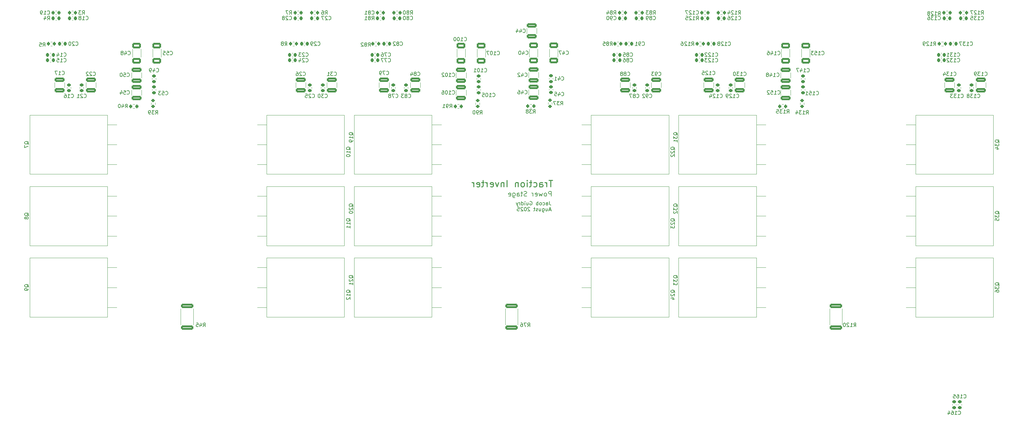
<source format=gbo>
G04 #@! TF.GenerationSoftware,KiCad,Pcbnew,9.0.1*
G04 #@! TF.CreationDate,2025-08-06T03:01:24-05:00*
G04 #@! TF.ProjectId,TractionInverter,54726163-7469-46f6-9e49-6e7665727465,rev?*
G04 #@! TF.SameCoordinates,Original*
G04 #@! TF.FileFunction,Legend,Bot*
G04 #@! TF.FilePolarity,Positive*
%FSLAX46Y46*%
G04 Gerber Fmt 4.6, Leading zero omitted, Abs format (unit mm)*
G04 Created by KiCad (PCBNEW 9.0.1) date 2025-08-06 03:01:24*
%MOMM*%
%LPD*%
G01*
G04 APERTURE LIST*
G04 Aperture macros list*
%AMRoundRect*
0 Rectangle with rounded corners*
0 $1 Rounding radius*
0 $2 $3 $4 $5 $6 $7 $8 $9 X,Y pos of 4 corners*
0 Add a 4 corners polygon primitive as box body*
4,1,4,$2,$3,$4,$5,$6,$7,$8,$9,$2,$3,0*
0 Add four circle primitives for the rounded corners*
1,1,$1+$1,$2,$3*
1,1,$1+$1,$4,$5*
1,1,$1+$1,$6,$7*
1,1,$1+$1,$8,$9*
0 Add four rect primitives between the rounded corners*
20,1,$1+$1,$2,$3,$4,$5,0*
20,1,$1+$1,$4,$5,$6,$7,0*
20,1,$1+$1,$6,$7,$8,$9,0*
20,1,$1+$1,$8,$9,$2,$3,0*%
G04 Aperture macros list end*
%ADD10C,0.170000*%
%ADD11C,0.220000*%
%ADD12C,0.150000*%
%ADD13C,0.120000*%
%ADD14C,3.000000*%
%ADD15R,1.700000X1.700000*%
%ADD16C,1.700000*%
%ADD17RoundRect,0.250000X-1.100000X0.325000X-1.100000X-0.325000X1.100000X-0.325000X1.100000X0.325000X0*%
%ADD18C,2.604000*%
%ADD19RoundRect,0.225000X0.250000X-0.225000X0.250000X0.225000X-0.250000X0.225000X-0.250000X-0.225000X0*%
%ADD20RoundRect,0.225000X-0.250000X0.225000X-0.250000X-0.225000X0.250000X-0.225000X0.250000X0.225000X0*%
%ADD21RoundRect,0.225000X0.225000X0.250000X-0.225000X0.250000X-0.225000X-0.250000X0.225000X-0.250000X0*%
%ADD22RoundRect,0.200000X-0.200000X-0.275000X0.200000X-0.275000X0.200000X0.275000X-0.200000X0.275000X0*%
%ADD23O,4.500000X2.500000*%
%ADD24R,4.500000X2.500000*%
%ADD25O,3.600000X3.600000*%
%ADD26RoundRect,0.225000X-0.225000X-0.250000X0.225000X-0.250000X0.225000X0.250000X-0.225000X0.250000X0*%
%ADD27RoundRect,0.250000X-1.425000X0.362500X-1.425000X-0.362500X1.425000X-0.362500X1.425000X0.362500X0*%
%ADD28RoundRect,0.200000X0.200000X0.275000X-0.200000X0.275000X-0.200000X-0.275000X0.200000X-0.275000X0*%
%ADD29RoundRect,0.250000X1.100000X-0.325000X1.100000X0.325000X-1.100000X0.325000X-1.100000X-0.325000X0*%
%ADD30RoundRect,0.200000X-0.275000X0.200000X-0.275000X-0.200000X0.275000X-0.200000X0.275000X0.200000X0*%
%ADD31C,1.500000*%
%ADD32R,1.500000X1.500000*%
%ADD33C,0.900000*%
%ADD34C,13.000000*%
%ADD35RoundRect,0.249999X0.900001X-0.525001X0.900001X0.525001X-0.900001X0.525001X-0.900001X-0.525001X0*%
G04 APERTURE END LIST*
D10*
X157078634Y-86332064D02*
X157078634Y-85032064D01*
X157078634Y-85032064D02*
X156583396Y-85032064D01*
X156583396Y-85032064D02*
X156459586Y-85093969D01*
X156459586Y-85093969D02*
X156397681Y-85155874D01*
X156397681Y-85155874D02*
X156335777Y-85279683D01*
X156335777Y-85279683D02*
X156335777Y-85465398D01*
X156335777Y-85465398D02*
X156397681Y-85589207D01*
X156397681Y-85589207D02*
X156459586Y-85651112D01*
X156459586Y-85651112D02*
X156583396Y-85713017D01*
X156583396Y-85713017D02*
X157078634Y-85713017D01*
X155592919Y-86332064D02*
X155716729Y-86270160D01*
X155716729Y-86270160D02*
X155778634Y-86208255D01*
X155778634Y-86208255D02*
X155840538Y-86084445D01*
X155840538Y-86084445D02*
X155840538Y-85713017D01*
X155840538Y-85713017D02*
X155778634Y-85589207D01*
X155778634Y-85589207D02*
X155716729Y-85527302D01*
X155716729Y-85527302D02*
X155592919Y-85465398D01*
X155592919Y-85465398D02*
X155407205Y-85465398D01*
X155407205Y-85465398D02*
X155283396Y-85527302D01*
X155283396Y-85527302D02*
X155221491Y-85589207D01*
X155221491Y-85589207D02*
X155159586Y-85713017D01*
X155159586Y-85713017D02*
X155159586Y-86084445D01*
X155159586Y-86084445D02*
X155221491Y-86208255D01*
X155221491Y-86208255D02*
X155283396Y-86270160D01*
X155283396Y-86270160D02*
X155407205Y-86332064D01*
X155407205Y-86332064D02*
X155592919Y-86332064D01*
X154726253Y-85465398D02*
X154478634Y-86332064D01*
X154478634Y-86332064D02*
X154231015Y-85713017D01*
X154231015Y-85713017D02*
X153983396Y-86332064D01*
X153983396Y-86332064D02*
X153735777Y-85465398D01*
X152745301Y-86270160D02*
X152869110Y-86332064D01*
X152869110Y-86332064D02*
X153116729Y-86332064D01*
X153116729Y-86332064D02*
X153240539Y-86270160D01*
X153240539Y-86270160D02*
X153302443Y-86146350D01*
X153302443Y-86146350D02*
X153302443Y-85651112D01*
X153302443Y-85651112D02*
X153240539Y-85527302D01*
X153240539Y-85527302D02*
X153116729Y-85465398D01*
X153116729Y-85465398D02*
X152869110Y-85465398D01*
X152869110Y-85465398D02*
X152745301Y-85527302D01*
X152745301Y-85527302D02*
X152683396Y-85651112D01*
X152683396Y-85651112D02*
X152683396Y-85774921D01*
X152683396Y-85774921D02*
X153302443Y-85898731D01*
X152126253Y-86332064D02*
X152126253Y-85465398D01*
X152126253Y-85713017D02*
X152064348Y-85589207D01*
X152064348Y-85589207D02*
X152002443Y-85527302D01*
X152002443Y-85527302D02*
X151878634Y-85465398D01*
X151878634Y-85465398D02*
X151754824Y-85465398D01*
X150392919Y-86270160D02*
X150207205Y-86332064D01*
X150207205Y-86332064D02*
X149897681Y-86332064D01*
X149897681Y-86332064D02*
X149773872Y-86270160D01*
X149773872Y-86270160D02*
X149711967Y-86208255D01*
X149711967Y-86208255D02*
X149650062Y-86084445D01*
X149650062Y-86084445D02*
X149650062Y-85960636D01*
X149650062Y-85960636D02*
X149711967Y-85836826D01*
X149711967Y-85836826D02*
X149773872Y-85774921D01*
X149773872Y-85774921D02*
X149897681Y-85713017D01*
X149897681Y-85713017D02*
X150145300Y-85651112D01*
X150145300Y-85651112D02*
X150269110Y-85589207D01*
X150269110Y-85589207D02*
X150331015Y-85527302D01*
X150331015Y-85527302D02*
X150392919Y-85403493D01*
X150392919Y-85403493D02*
X150392919Y-85279683D01*
X150392919Y-85279683D02*
X150331015Y-85155874D01*
X150331015Y-85155874D02*
X150269110Y-85093969D01*
X150269110Y-85093969D02*
X150145300Y-85032064D01*
X150145300Y-85032064D02*
X149835777Y-85032064D01*
X149835777Y-85032064D02*
X149650062Y-85093969D01*
X149278634Y-85465398D02*
X148783396Y-85465398D01*
X149092920Y-85032064D02*
X149092920Y-86146350D01*
X149092920Y-86146350D02*
X149031015Y-86270160D01*
X149031015Y-86270160D02*
X148907205Y-86332064D01*
X148907205Y-86332064D02*
X148783396Y-86332064D01*
X147792920Y-86332064D02*
X147792920Y-85651112D01*
X147792920Y-85651112D02*
X147854825Y-85527302D01*
X147854825Y-85527302D02*
X147978634Y-85465398D01*
X147978634Y-85465398D02*
X148226253Y-85465398D01*
X148226253Y-85465398D02*
X148350063Y-85527302D01*
X147792920Y-86270160D02*
X147916729Y-86332064D01*
X147916729Y-86332064D02*
X148226253Y-86332064D01*
X148226253Y-86332064D02*
X148350063Y-86270160D01*
X148350063Y-86270160D02*
X148411967Y-86146350D01*
X148411967Y-86146350D02*
X148411967Y-86022540D01*
X148411967Y-86022540D02*
X148350063Y-85898731D01*
X148350063Y-85898731D02*
X148226253Y-85836826D01*
X148226253Y-85836826D02*
X147916729Y-85836826D01*
X147916729Y-85836826D02*
X147792920Y-85774921D01*
X146616730Y-85465398D02*
X146616730Y-86517779D01*
X146616730Y-86517779D02*
X146678635Y-86641588D01*
X146678635Y-86641588D02*
X146740539Y-86703493D01*
X146740539Y-86703493D02*
X146864349Y-86765398D01*
X146864349Y-86765398D02*
X147050063Y-86765398D01*
X147050063Y-86765398D02*
X147173873Y-86703493D01*
X146616730Y-86270160D02*
X146740539Y-86332064D01*
X146740539Y-86332064D02*
X146988158Y-86332064D01*
X146988158Y-86332064D02*
X147111968Y-86270160D01*
X147111968Y-86270160D02*
X147173873Y-86208255D01*
X147173873Y-86208255D02*
X147235777Y-86084445D01*
X147235777Y-86084445D02*
X147235777Y-85713017D01*
X147235777Y-85713017D02*
X147173873Y-85589207D01*
X147173873Y-85589207D02*
X147111968Y-85527302D01*
X147111968Y-85527302D02*
X146988158Y-85465398D01*
X146988158Y-85465398D02*
X146740539Y-85465398D01*
X146740539Y-85465398D02*
X146616730Y-85527302D01*
X145502445Y-86270160D02*
X145626254Y-86332064D01*
X145626254Y-86332064D02*
X145873873Y-86332064D01*
X145873873Y-86332064D02*
X145997683Y-86270160D01*
X145997683Y-86270160D02*
X146059587Y-86146350D01*
X146059587Y-86146350D02*
X146059587Y-85651112D01*
X146059587Y-85651112D02*
X145997683Y-85527302D01*
X145997683Y-85527302D02*
X145873873Y-85465398D01*
X145873873Y-85465398D02*
X145626254Y-85465398D01*
X145626254Y-85465398D02*
X145502445Y-85527302D01*
X145502445Y-85527302D02*
X145440540Y-85651112D01*
X145440540Y-85651112D02*
X145440540Y-85774921D01*
X145440540Y-85774921D02*
X146059587Y-85898731D01*
D11*
X157433835Y-81968274D02*
X156405264Y-81968274D01*
X156919549Y-83768274D02*
X156919549Y-81968274D01*
X155805263Y-83768274D02*
X155805263Y-82568274D01*
X155805263Y-82911131D02*
X155719549Y-82739702D01*
X155719549Y-82739702D02*
X155633835Y-82653988D01*
X155633835Y-82653988D02*
X155462406Y-82568274D01*
X155462406Y-82568274D02*
X155290977Y-82568274D01*
X153919549Y-83768274D02*
X153919549Y-82825417D01*
X153919549Y-82825417D02*
X154005263Y-82653988D01*
X154005263Y-82653988D02*
X154176691Y-82568274D01*
X154176691Y-82568274D02*
X154519549Y-82568274D01*
X154519549Y-82568274D02*
X154690977Y-82653988D01*
X153919549Y-83682560D02*
X154090977Y-83768274D01*
X154090977Y-83768274D02*
X154519549Y-83768274D01*
X154519549Y-83768274D02*
X154690977Y-83682560D01*
X154690977Y-83682560D02*
X154776691Y-83511131D01*
X154776691Y-83511131D02*
X154776691Y-83339702D01*
X154776691Y-83339702D02*
X154690977Y-83168274D01*
X154690977Y-83168274D02*
X154519549Y-83082560D01*
X154519549Y-83082560D02*
X154090977Y-83082560D01*
X154090977Y-83082560D02*
X153919549Y-82996845D01*
X152290978Y-83682560D02*
X152462406Y-83768274D01*
X152462406Y-83768274D02*
X152805263Y-83768274D01*
X152805263Y-83768274D02*
X152976692Y-83682560D01*
X152976692Y-83682560D02*
X153062406Y-83596845D01*
X153062406Y-83596845D02*
X153148120Y-83425417D01*
X153148120Y-83425417D02*
X153148120Y-82911131D01*
X153148120Y-82911131D02*
X153062406Y-82739702D01*
X153062406Y-82739702D02*
X152976692Y-82653988D01*
X152976692Y-82653988D02*
X152805263Y-82568274D01*
X152805263Y-82568274D02*
X152462406Y-82568274D01*
X152462406Y-82568274D02*
X152290978Y-82653988D01*
X151776692Y-82568274D02*
X151090978Y-82568274D01*
X151519549Y-81968274D02*
X151519549Y-83511131D01*
X151519549Y-83511131D02*
X151433835Y-83682560D01*
X151433835Y-83682560D02*
X151262406Y-83768274D01*
X151262406Y-83768274D02*
X151090978Y-83768274D01*
X150490978Y-83768274D02*
X150490978Y-82568274D01*
X150490978Y-81968274D02*
X150576692Y-82053988D01*
X150576692Y-82053988D02*
X150490978Y-82139702D01*
X150490978Y-82139702D02*
X150405264Y-82053988D01*
X150405264Y-82053988D02*
X150490978Y-81968274D01*
X150490978Y-81968274D02*
X150490978Y-82139702D01*
X149376692Y-83768274D02*
X149548121Y-83682560D01*
X149548121Y-83682560D02*
X149633835Y-83596845D01*
X149633835Y-83596845D02*
X149719549Y-83425417D01*
X149719549Y-83425417D02*
X149719549Y-82911131D01*
X149719549Y-82911131D02*
X149633835Y-82739702D01*
X149633835Y-82739702D02*
X149548121Y-82653988D01*
X149548121Y-82653988D02*
X149376692Y-82568274D01*
X149376692Y-82568274D02*
X149119549Y-82568274D01*
X149119549Y-82568274D02*
X148948121Y-82653988D01*
X148948121Y-82653988D02*
X148862407Y-82739702D01*
X148862407Y-82739702D02*
X148776692Y-82911131D01*
X148776692Y-82911131D02*
X148776692Y-83425417D01*
X148776692Y-83425417D02*
X148862407Y-83596845D01*
X148862407Y-83596845D02*
X148948121Y-83682560D01*
X148948121Y-83682560D02*
X149119549Y-83768274D01*
X149119549Y-83768274D02*
X149376692Y-83768274D01*
X148005264Y-82568274D02*
X148005264Y-83768274D01*
X148005264Y-82739702D02*
X147919550Y-82653988D01*
X147919550Y-82653988D02*
X147748121Y-82568274D01*
X147748121Y-82568274D02*
X147490978Y-82568274D01*
X147490978Y-82568274D02*
X147319550Y-82653988D01*
X147319550Y-82653988D02*
X147233836Y-82825417D01*
X147233836Y-82825417D02*
X147233836Y-83768274D01*
X145005264Y-83768274D02*
X145005264Y-81968274D01*
X144148121Y-82568274D02*
X144148121Y-83768274D01*
X144148121Y-82739702D02*
X144062407Y-82653988D01*
X144062407Y-82653988D02*
X143890978Y-82568274D01*
X143890978Y-82568274D02*
X143633835Y-82568274D01*
X143633835Y-82568274D02*
X143462407Y-82653988D01*
X143462407Y-82653988D02*
X143376693Y-82825417D01*
X143376693Y-82825417D02*
X143376693Y-83768274D01*
X142690979Y-82568274D02*
X142262407Y-83768274D01*
X142262407Y-83768274D02*
X141833836Y-82568274D01*
X140462407Y-83682560D02*
X140633835Y-83768274D01*
X140633835Y-83768274D02*
X140976693Y-83768274D01*
X140976693Y-83768274D02*
X141148121Y-83682560D01*
X141148121Y-83682560D02*
X141233835Y-83511131D01*
X141233835Y-83511131D02*
X141233835Y-82825417D01*
X141233835Y-82825417D02*
X141148121Y-82653988D01*
X141148121Y-82653988D02*
X140976693Y-82568274D01*
X140976693Y-82568274D02*
X140633835Y-82568274D01*
X140633835Y-82568274D02*
X140462407Y-82653988D01*
X140462407Y-82653988D02*
X140376693Y-82825417D01*
X140376693Y-82825417D02*
X140376693Y-82996845D01*
X140376693Y-82996845D02*
X141233835Y-83168274D01*
X139605264Y-83768274D02*
X139605264Y-82568274D01*
X139605264Y-82911131D02*
X139519550Y-82739702D01*
X139519550Y-82739702D02*
X139433836Y-82653988D01*
X139433836Y-82653988D02*
X139262407Y-82568274D01*
X139262407Y-82568274D02*
X139090978Y-82568274D01*
X138748121Y-82568274D02*
X138062407Y-82568274D01*
X138490978Y-81968274D02*
X138490978Y-83511131D01*
X138490978Y-83511131D02*
X138405264Y-83682560D01*
X138405264Y-83682560D02*
X138233835Y-83768274D01*
X138233835Y-83768274D02*
X138062407Y-83768274D01*
X136776693Y-83682560D02*
X136948121Y-83768274D01*
X136948121Y-83768274D02*
X137290979Y-83768274D01*
X137290979Y-83768274D02*
X137462407Y-83682560D01*
X137462407Y-83682560D02*
X137548121Y-83511131D01*
X137548121Y-83511131D02*
X137548121Y-82825417D01*
X137548121Y-82825417D02*
X137462407Y-82653988D01*
X137462407Y-82653988D02*
X137290979Y-82568274D01*
X137290979Y-82568274D02*
X136948121Y-82568274D01*
X136948121Y-82568274D02*
X136776693Y-82653988D01*
X136776693Y-82653988D02*
X136690979Y-82825417D01*
X136690979Y-82825417D02*
X136690979Y-82996845D01*
X136690979Y-82996845D02*
X137548121Y-83168274D01*
X135919550Y-83768274D02*
X135919550Y-82568274D01*
X135919550Y-82911131D02*
X135833836Y-82739702D01*
X135833836Y-82739702D02*
X135748122Y-82653988D01*
X135748122Y-82653988D02*
X135576693Y-82568274D01*
X135576693Y-82568274D02*
X135405264Y-82568274D01*
D12*
X156627506Y-87759875D02*
X156627506Y-88474160D01*
X156627506Y-88474160D02*
X156675125Y-88617017D01*
X156675125Y-88617017D02*
X156770363Y-88712256D01*
X156770363Y-88712256D02*
X156913220Y-88759875D01*
X156913220Y-88759875D02*
X157008458Y-88759875D01*
X155722744Y-88759875D02*
X155722744Y-88236065D01*
X155722744Y-88236065D02*
X155770363Y-88140827D01*
X155770363Y-88140827D02*
X155865601Y-88093208D01*
X155865601Y-88093208D02*
X156056077Y-88093208D01*
X156056077Y-88093208D02*
X156151315Y-88140827D01*
X155722744Y-88712256D02*
X155817982Y-88759875D01*
X155817982Y-88759875D02*
X156056077Y-88759875D01*
X156056077Y-88759875D02*
X156151315Y-88712256D01*
X156151315Y-88712256D02*
X156198934Y-88617017D01*
X156198934Y-88617017D02*
X156198934Y-88521779D01*
X156198934Y-88521779D02*
X156151315Y-88426541D01*
X156151315Y-88426541D02*
X156056077Y-88378922D01*
X156056077Y-88378922D02*
X155817982Y-88378922D01*
X155817982Y-88378922D02*
X155722744Y-88331303D01*
X154817982Y-88712256D02*
X154913220Y-88759875D01*
X154913220Y-88759875D02*
X155103696Y-88759875D01*
X155103696Y-88759875D02*
X155198934Y-88712256D01*
X155198934Y-88712256D02*
X155246553Y-88664636D01*
X155246553Y-88664636D02*
X155294172Y-88569398D01*
X155294172Y-88569398D02*
X155294172Y-88283684D01*
X155294172Y-88283684D02*
X155246553Y-88188446D01*
X155246553Y-88188446D02*
X155198934Y-88140827D01*
X155198934Y-88140827D02*
X155103696Y-88093208D01*
X155103696Y-88093208D02*
X154913220Y-88093208D01*
X154913220Y-88093208D02*
X154817982Y-88140827D01*
X154246553Y-88759875D02*
X154341791Y-88712256D01*
X154341791Y-88712256D02*
X154389410Y-88664636D01*
X154389410Y-88664636D02*
X154437029Y-88569398D01*
X154437029Y-88569398D02*
X154437029Y-88283684D01*
X154437029Y-88283684D02*
X154389410Y-88188446D01*
X154389410Y-88188446D02*
X154341791Y-88140827D01*
X154341791Y-88140827D02*
X154246553Y-88093208D01*
X154246553Y-88093208D02*
X154103696Y-88093208D01*
X154103696Y-88093208D02*
X154008458Y-88140827D01*
X154008458Y-88140827D02*
X153960839Y-88188446D01*
X153960839Y-88188446D02*
X153913220Y-88283684D01*
X153913220Y-88283684D02*
X153913220Y-88569398D01*
X153913220Y-88569398D02*
X153960839Y-88664636D01*
X153960839Y-88664636D02*
X154008458Y-88712256D01*
X154008458Y-88712256D02*
X154103696Y-88759875D01*
X154103696Y-88759875D02*
X154246553Y-88759875D01*
X153484648Y-88759875D02*
X153484648Y-87759875D01*
X153484648Y-88140827D02*
X153389410Y-88093208D01*
X153389410Y-88093208D02*
X153198934Y-88093208D01*
X153198934Y-88093208D02*
X153103696Y-88140827D01*
X153103696Y-88140827D02*
X153056077Y-88188446D01*
X153056077Y-88188446D02*
X153008458Y-88283684D01*
X153008458Y-88283684D02*
X153008458Y-88569398D01*
X153008458Y-88569398D02*
X153056077Y-88664636D01*
X153056077Y-88664636D02*
X153103696Y-88712256D01*
X153103696Y-88712256D02*
X153198934Y-88759875D01*
X153198934Y-88759875D02*
X153389410Y-88759875D01*
X153389410Y-88759875D02*
X153484648Y-88712256D01*
X151294172Y-87807494D02*
X151389410Y-87759875D01*
X151389410Y-87759875D02*
X151532267Y-87759875D01*
X151532267Y-87759875D02*
X151675124Y-87807494D01*
X151675124Y-87807494D02*
X151770362Y-87902732D01*
X151770362Y-87902732D02*
X151817981Y-87997970D01*
X151817981Y-87997970D02*
X151865600Y-88188446D01*
X151865600Y-88188446D02*
X151865600Y-88331303D01*
X151865600Y-88331303D02*
X151817981Y-88521779D01*
X151817981Y-88521779D02*
X151770362Y-88617017D01*
X151770362Y-88617017D02*
X151675124Y-88712256D01*
X151675124Y-88712256D02*
X151532267Y-88759875D01*
X151532267Y-88759875D02*
X151437029Y-88759875D01*
X151437029Y-88759875D02*
X151294172Y-88712256D01*
X151294172Y-88712256D02*
X151246553Y-88664636D01*
X151246553Y-88664636D02*
X151246553Y-88331303D01*
X151246553Y-88331303D02*
X151437029Y-88331303D01*
X150389410Y-88093208D02*
X150389410Y-88759875D01*
X150817981Y-88093208D02*
X150817981Y-88617017D01*
X150817981Y-88617017D02*
X150770362Y-88712256D01*
X150770362Y-88712256D02*
X150675124Y-88759875D01*
X150675124Y-88759875D02*
X150532267Y-88759875D01*
X150532267Y-88759875D02*
X150437029Y-88712256D01*
X150437029Y-88712256D02*
X150389410Y-88664636D01*
X149913219Y-88759875D02*
X149913219Y-88093208D01*
X149913219Y-87759875D02*
X149960838Y-87807494D01*
X149960838Y-87807494D02*
X149913219Y-87855113D01*
X149913219Y-87855113D02*
X149865600Y-87807494D01*
X149865600Y-87807494D02*
X149913219Y-87759875D01*
X149913219Y-87759875D02*
X149913219Y-87855113D01*
X149008458Y-88759875D02*
X149008458Y-87759875D01*
X149008458Y-88712256D02*
X149103696Y-88759875D01*
X149103696Y-88759875D02*
X149294172Y-88759875D01*
X149294172Y-88759875D02*
X149389410Y-88712256D01*
X149389410Y-88712256D02*
X149437029Y-88664636D01*
X149437029Y-88664636D02*
X149484648Y-88569398D01*
X149484648Y-88569398D02*
X149484648Y-88283684D01*
X149484648Y-88283684D02*
X149437029Y-88188446D01*
X149437029Y-88188446D02*
X149389410Y-88140827D01*
X149389410Y-88140827D02*
X149294172Y-88093208D01*
X149294172Y-88093208D02*
X149103696Y-88093208D01*
X149103696Y-88093208D02*
X149008458Y-88140827D01*
X148532267Y-88759875D02*
X148532267Y-88093208D01*
X148532267Y-88283684D02*
X148484648Y-88188446D01*
X148484648Y-88188446D02*
X148437029Y-88140827D01*
X148437029Y-88140827D02*
X148341791Y-88093208D01*
X148341791Y-88093208D02*
X148246553Y-88093208D01*
X148008457Y-88093208D02*
X147770362Y-88759875D01*
X147532267Y-88093208D02*
X147770362Y-88759875D01*
X147770362Y-88759875D02*
X147865600Y-88997970D01*
X147865600Y-88997970D02*
X147913219Y-89045589D01*
X147913219Y-89045589D02*
X148008457Y-89093208D01*
X156960839Y-90084104D02*
X156484649Y-90084104D01*
X157056077Y-90369819D02*
X156722744Y-89369819D01*
X156722744Y-89369819D02*
X156389411Y-90369819D01*
X155627506Y-89703152D02*
X155627506Y-90369819D01*
X156056077Y-89703152D02*
X156056077Y-90226961D01*
X156056077Y-90226961D02*
X156008458Y-90322200D01*
X156008458Y-90322200D02*
X155913220Y-90369819D01*
X155913220Y-90369819D02*
X155770363Y-90369819D01*
X155770363Y-90369819D02*
X155675125Y-90322200D01*
X155675125Y-90322200D02*
X155627506Y-90274580D01*
X154722744Y-89703152D02*
X154722744Y-90512676D01*
X154722744Y-90512676D02*
X154770363Y-90607914D01*
X154770363Y-90607914D02*
X154817982Y-90655533D01*
X154817982Y-90655533D02*
X154913220Y-90703152D01*
X154913220Y-90703152D02*
X155056077Y-90703152D01*
X155056077Y-90703152D02*
X155151315Y-90655533D01*
X154722744Y-90322200D02*
X154817982Y-90369819D01*
X154817982Y-90369819D02*
X155008458Y-90369819D01*
X155008458Y-90369819D02*
X155103696Y-90322200D01*
X155103696Y-90322200D02*
X155151315Y-90274580D01*
X155151315Y-90274580D02*
X155198934Y-90179342D01*
X155198934Y-90179342D02*
X155198934Y-89893628D01*
X155198934Y-89893628D02*
X155151315Y-89798390D01*
X155151315Y-89798390D02*
X155103696Y-89750771D01*
X155103696Y-89750771D02*
X155008458Y-89703152D01*
X155008458Y-89703152D02*
X154817982Y-89703152D01*
X154817982Y-89703152D02*
X154722744Y-89750771D01*
X153817982Y-89703152D02*
X153817982Y-90369819D01*
X154246553Y-89703152D02*
X154246553Y-90226961D01*
X154246553Y-90226961D02*
X154198934Y-90322200D01*
X154198934Y-90322200D02*
X154103696Y-90369819D01*
X154103696Y-90369819D02*
X153960839Y-90369819D01*
X153960839Y-90369819D02*
X153865601Y-90322200D01*
X153865601Y-90322200D02*
X153817982Y-90274580D01*
X153389410Y-90322200D02*
X153294172Y-90369819D01*
X153294172Y-90369819D02*
X153103696Y-90369819D01*
X153103696Y-90369819D02*
X153008458Y-90322200D01*
X153008458Y-90322200D02*
X152960839Y-90226961D01*
X152960839Y-90226961D02*
X152960839Y-90179342D01*
X152960839Y-90179342D02*
X153008458Y-90084104D01*
X153008458Y-90084104D02*
X153103696Y-90036485D01*
X153103696Y-90036485D02*
X153246553Y-90036485D01*
X153246553Y-90036485D02*
X153341791Y-89988866D01*
X153341791Y-89988866D02*
X153389410Y-89893628D01*
X153389410Y-89893628D02*
X153389410Y-89846009D01*
X153389410Y-89846009D02*
X153341791Y-89750771D01*
X153341791Y-89750771D02*
X153246553Y-89703152D01*
X153246553Y-89703152D02*
X153103696Y-89703152D01*
X153103696Y-89703152D02*
X153008458Y-89750771D01*
X152675124Y-89703152D02*
X152294172Y-89703152D01*
X152532267Y-89369819D02*
X152532267Y-90226961D01*
X152532267Y-90226961D02*
X152484648Y-90322200D01*
X152484648Y-90322200D02*
X152389410Y-90369819D01*
X152389410Y-90369819D02*
X152294172Y-90369819D01*
X151246552Y-89465057D02*
X151198933Y-89417438D01*
X151198933Y-89417438D02*
X151103695Y-89369819D01*
X151103695Y-89369819D02*
X150865600Y-89369819D01*
X150865600Y-89369819D02*
X150770362Y-89417438D01*
X150770362Y-89417438D02*
X150722743Y-89465057D01*
X150722743Y-89465057D02*
X150675124Y-89560295D01*
X150675124Y-89560295D02*
X150675124Y-89655533D01*
X150675124Y-89655533D02*
X150722743Y-89798390D01*
X150722743Y-89798390D02*
X151294171Y-90369819D01*
X151294171Y-90369819D02*
X150675124Y-90369819D01*
X150056076Y-89369819D02*
X149960838Y-89369819D01*
X149960838Y-89369819D02*
X149865600Y-89417438D01*
X149865600Y-89417438D02*
X149817981Y-89465057D01*
X149817981Y-89465057D02*
X149770362Y-89560295D01*
X149770362Y-89560295D02*
X149722743Y-89750771D01*
X149722743Y-89750771D02*
X149722743Y-89988866D01*
X149722743Y-89988866D02*
X149770362Y-90179342D01*
X149770362Y-90179342D02*
X149817981Y-90274580D01*
X149817981Y-90274580D02*
X149865600Y-90322200D01*
X149865600Y-90322200D02*
X149960838Y-90369819D01*
X149960838Y-90369819D02*
X150056076Y-90369819D01*
X150056076Y-90369819D02*
X150151314Y-90322200D01*
X150151314Y-90322200D02*
X150198933Y-90274580D01*
X150198933Y-90274580D02*
X150246552Y-90179342D01*
X150246552Y-90179342D02*
X150294171Y-89988866D01*
X150294171Y-89988866D02*
X150294171Y-89750771D01*
X150294171Y-89750771D02*
X150246552Y-89560295D01*
X150246552Y-89560295D02*
X150198933Y-89465057D01*
X150198933Y-89465057D02*
X150151314Y-89417438D01*
X150151314Y-89417438D02*
X150056076Y-89369819D01*
X149341790Y-89465057D02*
X149294171Y-89417438D01*
X149294171Y-89417438D02*
X149198933Y-89369819D01*
X149198933Y-89369819D02*
X148960838Y-89369819D01*
X148960838Y-89369819D02*
X148865600Y-89417438D01*
X148865600Y-89417438D02*
X148817981Y-89465057D01*
X148817981Y-89465057D02*
X148770362Y-89560295D01*
X148770362Y-89560295D02*
X148770362Y-89655533D01*
X148770362Y-89655533D02*
X148817981Y-89798390D01*
X148817981Y-89798390D02*
X149389409Y-90369819D01*
X149389409Y-90369819D02*
X148770362Y-90369819D01*
X147865600Y-89369819D02*
X148341790Y-89369819D01*
X148341790Y-89369819D02*
X148389409Y-89846009D01*
X148389409Y-89846009D02*
X148341790Y-89798390D01*
X148341790Y-89798390D02*
X148246552Y-89750771D01*
X148246552Y-89750771D02*
X148008457Y-89750771D01*
X148008457Y-89750771D02*
X147913219Y-89798390D01*
X147913219Y-89798390D02*
X147865600Y-89846009D01*
X147865600Y-89846009D02*
X147817981Y-89941247D01*
X147817981Y-89941247D02*
X147817981Y-90179342D01*
X147817981Y-90179342D02*
X147865600Y-90274580D01*
X147865600Y-90274580D02*
X147913219Y-90322200D01*
X147913219Y-90322200D02*
X148008457Y-90369819D01*
X148008457Y-90369819D02*
X148246552Y-90369819D01*
X148246552Y-90369819D02*
X148341790Y-90322200D01*
X148341790Y-90322200D02*
X148389409Y-90274580D01*
X149892857Y-53609580D02*
X149940476Y-53657200D01*
X149940476Y-53657200D02*
X150083333Y-53704819D01*
X150083333Y-53704819D02*
X150178571Y-53704819D01*
X150178571Y-53704819D02*
X150321428Y-53657200D01*
X150321428Y-53657200D02*
X150416666Y-53561961D01*
X150416666Y-53561961D02*
X150464285Y-53466723D01*
X150464285Y-53466723D02*
X150511904Y-53276247D01*
X150511904Y-53276247D02*
X150511904Y-53133390D01*
X150511904Y-53133390D02*
X150464285Y-52942914D01*
X150464285Y-52942914D02*
X150416666Y-52847676D01*
X150416666Y-52847676D02*
X150321428Y-52752438D01*
X150321428Y-52752438D02*
X150178571Y-52704819D01*
X150178571Y-52704819D02*
X150083333Y-52704819D01*
X150083333Y-52704819D02*
X149940476Y-52752438D01*
X149940476Y-52752438D02*
X149892857Y-52800057D01*
X149035714Y-53038152D02*
X149035714Y-53704819D01*
X149273809Y-52657200D02*
X149511904Y-53371485D01*
X149511904Y-53371485D02*
X148892857Y-53371485D01*
X148559523Y-52800057D02*
X148511904Y-52752438D01*
X148511904Y-52752438D02*
X148416666Y-52704819D01*
X148416666Y-52704819D02*
X148178571Y-52704819D01*
X148178571Y-52704819D02*
X148083333Y-52752438D01*
X148083333Y-52752438D02*
X148035714Y-52800057D01*
X148035714Y-52800057D02*
X147988095Y-52895295D01*
X147988095Y-52895295D02*
X147988095Y-52990533D01*
X147988095Y-52990533D02*
X148035714Y-53133390D01*
X148035714Y-53133390D02*
X148607142Y-53704819D01*
X148607142Y-53704819D02*
X147988095Y-53704819D01*
X180392857Y-59359580D02*
X180440476Y-59407200D01*
X180440476Y-59407200D02*
X180583333Y-59454819D01*
X180583333Y-59454819D02*
X180678571Y-59454819D01*
X180678571Y-59454819D02*
X180821428Y-59407200D01*
X180821428Y-59407200D02*
X180916666Y-59311961D01*
X180916666Y-59311961D02*
X180964285Y-59216723D01*
X180964285Y-59216723D02*
X181011904Y-59026247D01*
X181011904Y-59026247D02*
X181011904Y-58883390D01*
X181011904Y-58883390D02*
X180964285Y-58692914D01*
X180964285Y-58692914D02*
X180916666Y-58597676D01*
X180916666Y-58597676D02*
X180821428Y-58502438D01*
X180821428Y-58502438D02*
X180678571Y-58454819D01*
X180678571Y-58454819D02*
X180583333Y-58454819D01*
X180583333Y-58454819D02*
X180440476Y-58502438D01*
X180440476Y-58502438D02*
X180392857Y-58550057D01*
X179821428Y-58883390D02*
X179916666Y-58835771D01*
X179916666Y-58835771D02*
X179964285Y-58788152D01*
X179964285Y-58788152D02*
X180011904Y-58692914D01*
X180011904Y-58692914D02*
X180011904Y-58645295D01*
X180011904Y-58645295D02*
X179964285Y-58550057D01*
X179964285Y-58550057D02*
X179916666Y-58502438D01*
X179916666Y-58502438D02*
X179821428Y-58454819D01*
X179821428Y-58454819D02*
X179630952Y-58454819D01*
X179630952Y-58454819D02*
X179535714Y-58502438D01*
X179535714Y-58502438D02*
X179488095Y-58550057D01*
X179488095Y-58550057D02*
X179440476Y-58645295D01*
X179440476Y-58645295D02*
X179440476Y-58692914D01*
X179440476Y-58692914D02*
X179488095Y-58788152D01*
X179488095Y-58788152D02*
X179535714Y-58835771D01*
X179535714Y-58835771D02*
X179630952Y-58883390D01*
X179630952Y-58883390D02*
X179821428Y-58883390D01*
X179821428Y-58883390D02*
X179916666Y-58931009D01*
X179916666Y-58931009D02*
X179964285Y-58978628D01*
X179964285Y-58978628D02*
X180011904Y-59073866D01*
X180011904Y-59073866D02*
X180011904Y-59264342D01*
X180011904Y-59264342D02*
X179964285Y-59359580D01*
X179964285Y-59359580D02*
X179916666Y-59407200D01*
X179916666Y-59407200D02*
X179821428Y-59454819D01*
X179821428Y-59454819D02*
X179630952Y-59454819D01*
X179630952Y-59454819D02*
X179535714Y-59407200D01*
X179535714Y-59407200D02*
X179488095Y-59359580D01*
X179488095Y-59359580D02*
X179440476Y-59264342D01*
X179440476Y-59264342D02*
X179440476Y-59073866D01*
X179440476Y-59073866D02*
X179488095Y-58978628D01*
X179488095Y-58978628D02*
X179535714Y-58931009D01*
X179535714Y-58931009D02*
X179630952Y-58883390D01*
X179107142Y-58454819D02*
X178440476Y-58454819D01*
X178440476Y-58454819D02*
X178869047Y-59454819D01*
X275369047Y-53359580D02*
X275416666Y-53407200D01*
X275416666Y-53407200D02*
X275559523Y-53454819D01*
X275559523Y-53454819D02*
X275654761Y-53454819D01*
X275654761Y-53454819D02*
X275797618Y-53407200D01*
X275797618Y-53407200D02*
X275892856Y-53311961D01*
X275892856Y-53311961D02*
X275940475Y-53216723D01*
X275940475Y-53216723D02*
X275988094Y-53026247D01*
X275988094Y-53026247D02*
X275988094Y-52883390D01*
X275988094Y-52883390D02*
X275940475Y-52692914D01*
X275940475Y-52692914D02*
X275892856Y-52597676D01*
X275892856Y-52597676D02*
X275797618Y-52502438D01*
X275797618Y-52502438D02*
X275654761Y-52454819D01*
X275654761Y-52454819D02*
X275559523Y-52454819D01*
X275559523Y-52454819D02*
X275416666Y-52502438D01*
X275416666Y-52502438D02*
X275369047Y-52550057D01*
X274416666Y-53454819D02*
X274988094Y-53454819D01*
X274702380Y-53454819D02*
X274702380Y-52454819D01*
X274702380Y-52454819D02*
X274797618Y-52597676D01*
X274797618Y-52597676D02*
X274892856Y-52692914D01*
X274892856Y-52692914D02*
X274988094Y-52740533D01*
X274083332Y-52454819D02*
X273464285Y-52454819D01*
X273464285Y-52454819D02*
X273797618Y-52835771D01*
X273797618Y-52835771D02*
X273654761Y-52835771D01*
X273654761Y-52835771D02*
X273559523Y-52883390D01*
X273559523Y-52883390D02*
X273511904Y-52931009D01*
X273511904Y-52931009D02*
X273464285Y-53026247D01*
X273464285Y-53026247D02*
X273464285Y-53264342D01*
X273464285Y-53264342D02*
X273511904Y-53359580D01*
X273511904Y-53359580D02*
X273559523Y-53407200D01*
X273559523Y-53407200D02*
X273654761Y-53454819D01*
X273654761Y-53454819D02*
X273940475Y-53454819D01*
X273940475Y-53454819D02*
X274035713Y-53407200D01*
X274035713Y-53407200D02*
X274083332Y-53359580D01*
X272988094Y-53454819D02*
X272797618Y-53454819D01*
X272797618Y-53454819D02*
X272702380Y-53407200D01*
X272702380Y-53407200D02*
X272654761Y-53359580D01*
X272654761Y-53359580D02*
X272559523Y-53216723D01*
X272559523Y-53216723D02*
X272511904Y-53026247D01*
X272511904Y-53026247D02*
X272511904Y-52645295D01*
X272511904Y-52645295D02*
X272559523Y-52550057D01*
X272559523Y-52550057D02*
X272607142Y-52502438D01*
X272607142Y-52502438D02*
X272702380Y-52454819D01*
X272702380Y-52454819D02*
X272892856Y-52454819D01*
X272892856Y-52454819D02*
X272988094Y-52502438D01*
X272988094Y-52502438D02*
X273035713Y-52550057D01*
X273035713Y-52550057D02*
X273083332Y-52645295D01*
X273083332Y-52645295D02*
X273083332Y-52883390D01*
X273083332Y-52883390D02*
X273035713Y-52978628D01*
X273035713Y-52978628D02*
X272988094Y-53026247D01*
X272988094Y-53026247D02*
X272892856Y-53073866D01*
X272892856Y-53073866D02*
X272702380Y-53073866D01*
X272702380Y-53073866D02*
X272607142Y-53026247D01*
X272607142Y-53026247D02*
X272559523Y-52978628D01*
X272559523Y-52978628D02*
X272511904Y-52883390D01*
X138869047Y-52359580D02*
X138916666Y-52407200D01*
X138916666Y-52407200D02*
X139059523Y-52454819D01*
X139059523Y-52454819D02*
X139154761Y-52454819D01*
X139154761Y-52454819D02*
X139297618Y-52407200D01*
X139297618Y-52407200D02*
X139392856Y-52311961D01*
X139392856Y-52311961D02*
X139440475Y-52216723D01*
X139440475Y-52216723D02*
X139488094Y-52026247D01*
X139488094Y-52026247D02*
X139488094Y-51883390D01*
X139488094Y-51883390D02*
X139440475Y-51692914D01*
X139440475Y-51692914D02*
X139392856Y-51597676D01*
X139392856Y-51597676D02*
X139297618Y-51502438D01*
X139297618Y-51502438D02*
X139154761Y-51454819D01*
X139154761Y-51454819D02*
X139059523Y-51454819D01*
X139059523Y-51454819D02*
X138916666Y-51502438D01*
X138916666Y-51502438D02*
X138869047Y-51550057D01*
X137916666Y-52454819D02*
X138488094Y-52454819D01*
X138202380Y-52454819D02*
X138202380Y-51454819D01*
X138202380Y-51454819D02*
X138297618Y-51597676D01*
X138297618Y-51597676D02*
X138392856Y-51692914D01*
X138392856Y-51692914D02*
X138488094Y-51740533D01*
X137297618Y-51454819D02*
X137202380Y-51454819D01*
X137202380Y-51454819D02*
X137107142Y-51502438D01*
X137107142Y-51502438D02*
X137059523Y-51550057D01*
X137059523Y-51550057D02*
X137011904Y-51645295D01*
X137011904Y-51645295D02*
X136964285Y-51835771D01*
X136964285Y-51835771D02*
X136964285Y-52073866D01*
X136964285Y-52073866D02*
X137011904Y-52264342D01*
X137011904Y-52264342D02*
X137059523Y-52359580D01*
X137059523Y-52359580D02*
X137107142Y-52407200D01*
X137107142Y-52407200D02*
X137202380Y-52454819D01*
X137202380Y-52454819D02*
X137297618Y-52454819D01*
X137297618Y-52454819D02*
X137392856Y-52407200D01*
X137392856Y-52407200D02*
X137440475Y-52359580D01*
X137440475Y-52359580D02*
X137488094Y-52264342D01*
X137488094Y-52264342D02*
X137535713Y-52073866D01*
X137535713Y-52073866D02*
X137535713Y-51835771D01*
X137535713Y-51835771D02*
X137488094Y-51645295D01*
X137488094Y-51645295D02*
X137440475Y-51550057D01*
X137440475Y-51550057D02*
X137392856Y-51502438D01*
X137392856Y-51502438D02*
X137297618Y-51454819D01*
X136011904Y-52454819D02*
X136583332Y-52454819D01*
X136297618Y-52454819D02*
X136297618Y-51454819D01*
X136297618Y-51454819D02*
X136392856Y-51597676D01*
X136392856Y-51597676D02*
X136488094Y-51692914D01*
X136488094Y-51692914D02*
X136583332Y-51740533D01*
X178642857Y-49609580D02*
X178690476Y-49657200D01*
X178690476Y-49657200D02*
X178833333Y-49704819D01*
X178833333Y-49704819D02*
X178928571Y-49704819D01*
X178928571Y-49704819D02*
X179071428Y-49657200D01*
X179071428Y-49657200D02*
X179166666Y-49561961D01*
X179166666Y-49561961D02*
X179214285Y-49466723D01*
X179214285Y-49466723D02*
X179261904Y-49276247D01*
X179261904Y-49276247D02*
X179261904Y-49133390D01*
X179261904Y-49133390D02*
X179214285Y-48942914D01*
X179214285Y-48942914D02*
X179166666Y-48847676D01*
X179166666Y-48847676D02*
X179071428Y-48752438D01*
X179071428Y-48752438D02*
X178928571Y-48704819D01*
X178928571Y-48704819D02*
X178833333Y-48704819D01*
X178833333Y-48704819D02*
X178690476Y-48752438D01*
X178690476Y-48752438D02*
X178642857Y-48800057D01*
X178071428Y-49133390D02*
X178166666Y-49085771D01*
X178166666Y-49085771D02*
X178214285Y-49038152D01*
X178214285Y-49038152D02*
X178261904Y-48942914D01*
X178261904Y-48942914D02*
X178261904Y-48895295D01*
X178261904Y-48895295D02*
X178214285Y-48800057D01*
X178214285Y-48800057D02*
X178166666Y-48752438D01*
X178166666Y-48752438D02*
X178071428Y-48704819D01*
X178071428Y-48704819D02*
X177880952Y-48704819D01*
X177880952Y-48704819D02*
X177785714Y-48752438D01*
X177785714Y-48752438D02*
X177738095Y-48800057D01*
X177738095Y-48800057D02*
X177690476Y-48895295D01*
X177690476Y-48895295D02*
X177690476Y-48942914D01*
X177690476Y-48942914D02*
X177738095Y-49038152D01*
X177738095Y-49038152D02*
X177785714Y-49085771D01*
X177785714Y-49085771D02*
X177880952Y-49133390D01*
X177880952Y-49133390D02*
X178071428Y-49133390D01*
X178071428Y-49133390D02*
X178166666Y-49181009D01*
X178166666Y-49181009D02*
X178214285Y-49228628D01*
X178214285Y-49228628D02*
X178261904Y-49323866D01*
X178261904Y-49323866D02*
X178261904Y-49514342D01*
X178261904Y-49514342D02*
X178214285Y-49609580D01*
X178214285Y-49609580D02*
X178166666Y-49657200D01*
X178166666Y-49657200D02*
X178071428Y-49704819D01*
X178071428Y-49704819D02*
X177880952Y-49704819D01*
X177880952Y-49704819D02*
X177785714Y-49657200D01*
X177785714Y-49657200D02*
X177738095Y-49609580D01*
X177738095Y-49609580D02*
X177690476Y-49514342D01*
X177690476Y-49514342D02*
X177690476Y-49323866D01*
X177690476Y-49323866D02*
X177738095Y-49228628D01*
X177738095Y-49228628D02*
X177785714Y-49181009D01*
X177785714Y-49181009D02*
X177880952Y-49133390D01*
X176833333Y-48704819D02*
X177023809Y-48704819D01*
X177023809Y-48704819D02*
X177119047Y-48752438D01*
X177119047Y-48752438D02*
X177166666Y-48800057D01*
X177166666Y-48800057D02*
X177261904Y-48942914D01*
X177261904Y-48942914D02*
X177309523Y-49133390D01*
X177309523Y-49133390D02*
X177309523Y-49514342D01*
X177309523Y-49514342D02*
X177261904Y-49609580D01*
X177261904Y-49609580D02*
X177214285Y-49657200D01*
X177214285Y-49657200D02*
X177119047Y-49704819D01*
X177119047Y-49704819D02*
X176928571Y-49704819D01*
X176928571Y-49704819D02*
X176833333Y-49657200D01*
X176833333Y-49657200D02*
X176785714Y-49609580D01*
X176785714Y-49609580D02*
X176738095Y-49514342D01*
X176738095Y-49514342D02*
X176738095Y-49276247D01*
X176738095Y-49276247D02*
X176785714Y-49181009D01*
X176785714Y-49181009D02*
X176833333Y-49133390D01*
X176833333Y-49133390D02*
X176928571Y-49085771D01*
X176928571Y-49085771D02*
X177119047Y-49085771D01*
X177119047Y-49085771D02*
X177214285Y-49133390D01*
X177214285Y-49133390D02*
X177261904Y-49181009D01*
X177261904Y-49181009D02*
X177309523Y-49276247D01*
X173142857Y-45204819D02*
X173476190Y-44728628D01*
X173714285Y-45204819D02*
X173714285Y-44204819D01*
X173714285Y-44204819D02*
X173333333Y-44204819D01*
X173333333Y-44204819D02*
X173238095Y-44252438D01*
X173238095Y-44252438D02*
X173190476Y-44300057D01*
X173190476Y-44300057D02*
X173142857Y-44395295D01*
X173142857Y-44395295D02*
X173142857Y-44538152D01*
X173142857Y-44538152D02*
X173190476Y-44633390D01*
X173190476Y-44633390D02*
X173238095Y-44681009D01*
X173238095Y-44681009D02*
X173333333Y-44728628D01*
X173333333Y-44728628D02*
X173714285Y-44728628D01*
X172571428Y-44633390D02*
X172666666Y-44585771D01*
X172666666Y-44585771D02*
X172714285Y-44538152D01*
X172714285Y-44538152D02*
X172761904Y-44442914D01*
X172761904Y-44442914D02*
X172761904Y-44395295D01*
X172761904Y-44395295D02*
X172714285Y-44300057D01*
X172714285Y-44300057D02*
X172666666Y-44252438D01*
X172666666Y-44252438D02*
X172571428Y-44204819D01*
X172571428Y-44204819D02*
X172380952Y-44204819D01*
X172380952Y-44204819D02*
X172285714Y-44252438D01*
X172285714Y-44252438D02*
X172238095Y-44300057D01*
X172238095Y-44300057D02*
X172190476Y-44395295D01*
X172190476Y-44395295D02*
X172190476Y-44442914D01*
X172190476Y-44442914D02*
X172238095Y-44538152D01*
X172238095Y-44538152D02*
X172285714Y-44585771D01*
X172285714Y-44585771D02*
X172380952Y-44633390D01*
X172380952Y-44633390D02*
X172571428Y-44633390D01*
X172571428Y-44633390D02*
X172666666Y-44681009D01*
X172666666Y-44681009D02*
X172714285Y-44728628D01*
X172714285Y-44728628D02*
X172761904Y-44823866D01*
X172761904Y-44823866D02*
X172761904Y-45014342D01*
X172761904Y-45014342D02*
X172714285Y-45109580D01*
X172714285Y-45109580D02*
X172666666Y-45157200D01*
X172666666Y-45157200D02*
X172571428Y-45204819D01*
X172571428Y-45204819D02*
X172380952Y-45204819D01*
X172380952Y-45204819D02*
X172285714Y-45157200D01*
X172285714Y-45157200D02*
X172238095Y-45109580D01*
X172238095Y-45109580D02*
X172190476Y-45014342D01*
X172190476Y-45014342D02*
X172190476Y-44823866D01*
X172190476Y-44823866D02*
X172238095Y-44728628D01*
X172238095Y-44728628D02*
X172285714Y-44681009D01*
X172285714Y-44681009D02*
X172380952Y-44633390D01*
X171285714Y-44204819D02*
X171761904Y-44204819D01*
X171761904Y-44204819D02*
X171809523Y-44681009D01*
X171809523Y-44681009D02*
X171761904Y-44633390D01*
X171761904Y-44633390D02*
X171666666Y-44585771D01*
X171666666Y-44585771D02*
X171428571Y-44585771D01*
X171428571Y-44585771D02*
X171333333Y-44633390D01*
X171333333Y-44633390D02*
X171285714Y-44681009D01*
X171285714Y-44681009D02*
X171238095Y-44776247D01*
X171238095Y-44776247D02*
X171238095Y-45014342D01*
X171238095Y-45014342D02*
X171285714Y-45109580D01*
X171285714Y-45109580D02*
X171333333Y-45157200D01*
X171333333Y-45157200D02*
X171428571Y-45204819D01*
X171428571Y-45204819D02*
X171666666Y-45204819D01*
X171666666Y-45204819D02*
X171761904Y-45157200D01*
X171761904Y-45157200D02*
X171809523Y-45109580D01*
X279300057Y-91178571D02*
X279252438Y-91083333D01*
X279252438Y-91083333D02*
X279157200Y-90988095D01*
X279157200Y-90988095D02*
X279014342Y-90845238D01*
X279014342Y-90845238D02*
X278966723Y-90750000D01*
X278966723Y-90750000D02*
X278966723Y-90654762D01*
X279204819Y-90702381D02*
X279157200Y-90607143D01*
X279157200Y-90607143D02*
X279061961Y-90511905D01*
X279061961Y-90511905D02*
X278871485Y-90464286D01*
X278871485Y-90464286D02*
X278538152Y-90464286D01*
X278538152Y-90464286D02*
X278347676Y-90511905D01*
X278347676Y-90511905D02*
X278252438Y-90607143D01*
X278252438Y-90607143D02*
X278204819Y-90702381D01*
X278204819Y-90702381D02*
X278204819Y-90892857D01*
X278204819Y-90892857D02*
X278252438Y-90988095D01*
X278252438Y-90988095D02*
X278347676Y-91083333D01*
X278347676Y-91083333D02*
X278538152Y-91130952D01*
X278538152Y-91130952D02*
X278871485Y-91130952D01*
X278871485Y-91130952D02*
X279061961Y-91083333D01*
X279061961Y-91083333D02*
X279157200Y-90988095D01*
X279157200Y-90988095D02*
X279204819Y-90892857D01*
X279204819Y-90892857D02*
X279204819Y-90702381D01*
X278204819Y-91464286D02*
X278204819Y-92083333D01*
X278204819Y-92083333D02*
X278585771Y-91750000D01*
X278585771Y-91750000D02*
X278585771Y-91892857D01*
X278585771Y-91892857D02*
X278633390Y-91988095D01*
X278633390Y-91988095D02*
X278681009Y-92035714D01*
X278681009Y-92035714D02*
X278776247Y-92083333D01*
X278776247Y-92083333D02*
X279014342Y-92083333D01*
X279014342Y-92083333D02*
X279109580Y-92035714D01*
X279109580Y-92035714D02*
X279157200Y-91988095D01*
X279157200Y-91988095D02*
X279204819Y-91892857D01*
X279204819Y-91892857D02*
X279204819Y-91607143D01*
X279204819Y-91607143D02*
X279157200Y-91511905D01*
X279157200Y-91511905D02*
X279109580Y-91464286D01*
X278204819Y-92988095D02*
X278204819Y-92511905D01*
X278204819Y-92511905D02*
X278681009Y-92464286D01*
X278681009Y-92464286D02*
X278633390Y-92511905D01*
X278633390Y-92511905D02*
X278585771Y-92607143D01*
X278585771Y-92607143D02*
X278585771Y-92845238D01*
X278585771Y-92845238D02*
X278633390Y-92940476D01*
X278633390Y-92940476D02*
X278681009Y-92988095D01*
X278681009Y-92988095D02*
X278776247Y-93035714D01*
X278776247Y-93035714D02*
X279014342Y-93035714D01*
X279014342Y-93035714D02*
X279109580Y-92988095D01*
X279109580Y-92988095D02*
X279157200Y-92940476D01*
X279157200Y-92940476D02*
X279204819Y-92845238D01*
X279204819Y-92845238D02*
X279204819Y-92607143D01*
X279204819Y-92607143D02*
X279157200Y-92511905D01*
X279157200Y-92511905D02*
X279109580Y-92464286D01*
X209619047Y-53359580D02*
X209666666Y-53407200D01*
X209666666Y-53407200D02*
X209809523Y-53454819D01*
X209809523Y-53454819D02*
X209904761Y-53454819D01*
X209904761Y-53454819D02*
X210047618Y-53407200D01*
X210047618Y-53407200D02*
X210142856Y-53311961D01*
X210142856Y-53311961D02*
X210190475Y-53216723D01*
X210190475Y-53216723D02*
X210238094Y-53026247D01*
X210238094Y-53026247D02*
X210238094Y-52883390D01*
X210238094Y-52883390D02*
X210190475Y-52692914D01*
X210190475Y-52692914D02*
X210142856Y-52597676D01*
X210142856Y-52597676D02*
X210047618Y-52502438D01*
X210047618Y-52502438D02*
X209904761Y-52454819D01*
X209904761Y-52454819D02*
X209809523Y-52454819D01*
X209809523Y-52454819D02*
X209666666Y-52502438D01*
X209666666Y-52502438D02*
X209619047Y-52550057D01*
X208666666Y-53454819D02*
X209238094Y-53454819D01*
X208952380Y-53454819D02*
X208952380Y-52454819D01*
X208952380Y-52454819D02*
X209047618Y-52597676D01*
X209047618Y-52597676D02*
X209142856Y-52692914D01*
X209142856Y-52692914D02*
X209238094Y-52740533D01*
X208333332Y-52454819D02*
X207714285Y-52454819D01*
X207714285Y-52454819D02*
X208047618Y-52835771D01*
X208047618Y-52835771D02*
X207904761Y-52835771D01*
X207904761Y-52835771D02*
X207809523Y-52883390D01*
X207809523Y-52883390D02*
X207761904Y-52931009D01*
X207761904Y-52931009D02*
X207714285Y-53026247D01*
X207714285Y-53026247D02*
X207714285Y-53264342D01*
X207714285Y-53264342D02*
X207761904Y-53359580D01*
X207761904Y-53359580D02*
X207809523Y-53407200D01*
X207809523Y-53407200D02*
X207904761Y-53454819D01*
X207904761Y-53454819D02*
X208190475Y-53454819D01*
X208190475Y-53454819D02*
X208285713Y-53407200D01*
X208285713Y-53407200D02*
X208333332Y-53359580D01*
X207095237Y-52454819D02*
X206999999Y-52454819D01*
X206999999Y-52454819D02*
X206904761Y-52502438D01*
X206904761Y-52502438D02*
X206857142Y-52550057D01*
X206857142Y-52550057D02*
X206809523Y-52645295D01*
X206809523Y-52645295D02*
X206761904Y-52835771D01*
X206761904Y-52835771D02*
X206761904Y-53073866D01*
X206761904Y-53073866D02*
X206809523Y-53264342D01*
X206809523Y-53264342D02*
X206857142Y-53359580D01*
X206857142Y-53359580D02*
X206904761Y-53407200D01*
X206904761Y-53407200D02*
X206999999Y-53454819D01*
X206999999Y-53454819D02*
X207095237Y-53454819D01*
X207095237Y-53454819D02*
X207190475Y-53407200D01*
X207190475Y-53407200D02*
X207238094Y-53359580D01*
X207238094Y-53359580D02*
X207285713Y-53264342D01*
X207285713Y-53264342D02*
X207333332Y-53073866D01*
X207333332Y-53073866D02*
X207333332Y-52835771D01*
X207333332Y-52835771D02*
X207285713Y-52645295D01*
X207285713Y-52645295D02*
X207238094Y-52550057D01*
X207238094Y-52550057D02*
X207190475Y-52502438D01*
X207190475Y-52502438D02*
X207095237Y-52454819D01*
X115892857Y-45109580D02*
X115940476Y-45157200D01*
X115940476Y-45157200D02*
X116083333Y-45204819D01*
X116083333Y-45204819D02*
X116178571Y-45204819D01*
X116178571Y-45204819D02*
X116321428Y-45157200D01*
X116321428Y-45157200D02*
X116416666Y-45061961D01*
X116416666Y-45061961D02*
X116464285Y-44966723D01*
X116464285Y-44966723D02*
X116511904Y-44776247D01*
X116511904Y-44776247D02*
X116511904Y-44633390D01*
X116511904Y-44633390D02*
X116464285Y-44442914D01*
X116464285Y-44442914D02*
X116416666Y-44347676D01*
X116416666Y-44347676D02*
X116321428Y-44252438D01*
X116321428Y-44252438D02*
X116178571Y-44204819D01*
X116178571Y-44204819D02*
X116083333Y-44204819D01*
X116083333Y-44204819D02*
X115940476Y-44252438D01*
X115940476Y-44252438D02*
X115892857Y-44300057D01*
X115321428Y-44633390D02*
X115416666Y-44585771D01*
X115416666Y-44585771D02*
X115464285Y-44538152D01*
X115464285Y-44538152D02*
X115511904Y-44442914D01*
X115511904Y-44442914D02*
X115511904Y-44395295D01*
X115511904Y-44395295D02*
X115464285Y-44300057D01*
X115464285Y-44300057D02*
X115416666Y-44252438D01*
X115416666Y-44252438D02*
X115321428Y-44204819D01*
X115321428Y-44204819D02*
X115130952Y-44204819D01*
X115130952Y-44204819D02*
X115035714Y-44252438D01*
X115035714Y-44252438D02*
X114988095Y-44300057D01*
X114988095Y-44300057D02*
X114940476Y-44395295D01*
X114940476Y-44395295D02*
X114940476Y-44442914D01*
X114940476Y-44442914D02*
X114988095Y-44538152D01*
X114988095Y-44538152D02*
X115035714Y-44585771D01*
X115035714Y-44585771D02*
X115130952Y-44633390D01*
X115130952Y-44633390D02*
X115321428Y-44633390D01*
X115321428Y-44633390D02*
X115416666Y-44681009D01*
X115416666Y-44681009D02*
X115464285Y-44728628D01*
X115464285Y-44728628D02*
X115511904Y-44823866D01*
X115511904Y-44823866D02*
X115511904Y-45014342D01*
X115511904Y-45014342D02*
X115464285Y-45109580D01*
X115464285Y-45109580D02*
X115416666Y-45157200D01*
X115416666Y-45157200D02*
X115321428Y-45204819D01*
X115321428Y-45204819D02*
X115130952Y-45204819D01*
X115130952Y-45204819D02*
X115035714Y-45157200D01*
X115035714Y-45157200D02*
X114988095Y-45109580D01*
X114988095Y-45109580D02*
X114940476Y-45014342D01*
X114940476Y-45014342D02*
X114940476Y-44823866D01*
X114940476Y-44823866D02*
X114988095Y-44728628D01*
X114988095Y-44728628D02*
X115035714Y-44681009D01*
X115035714Y-44681009D02*
X115130952Y-44633390D01*
X114559523Y-44300057D02*
X114511904Y-44252438D01*
X114511904Y-44252438D02*
X114416666Y-44204819D01*
X114416666Y-44204819D02*
X114178571Y-44204819D01*
X114178571Y-44204819D02*
X114083333Y-44252438D01*
X114083333Y-44252438D02*
X114035714Y-44300057D01*
X114035714Y-44300057D02*
X113988095Y-44395295D01*
X113988095Y-44395295D02*
X113988095Y-44490533D01*
X113988095Y-44490533D02*
X114035714Y-44633390D01*
X114035714Y-44633390D02*
X114607142Y-45204819D01*
X114607142Y-45204819D02*
X113988095Y-45204819D01*
X267869047Y-48109580D02*
X267916666Y-48157200D01*
X267916666Y-48157200D02*
X268059523Y-48204819D01*
X268059523Y-48204819D02*
X268154761Y-48204819D01*
X268154761Y-48204819D02*
X268297618Y-48157200D01*
X268297618Y-48157200D02*
X268392856Y-48061961D01*
X268392856Y-48061961D02*
X268440475Y-47966723D01*
X268440475Y-47966723D02*
X268488094Y-47776247D01*
X268488094Y-47776247D02*
X268488094Y-47633390D01*
X268488094Y-47633390D02*
X268440475Y-47442914D01*
X268440475Y-47442914D02*
X268392856Y-47347676D01*
X268392856Y-47347676D02*
X268297618Y-47252438D01*
X268297618Y-47252438D02*
X268154761Y-47204819D01*
X268154761Y-47204819D02*
X268059523Y-47204819D01*
X268059523Y-47204819D02*
X267916666Y-47252438D01*
X267916666Y-47252438D02*
X267869047Y-47300057D01*
X266916666Y-48204819D02*
X267488094Y-48204819D01*
X267202380Y-48204819D02*
X267202380Y-47204819D01*
X267202380Y-47204819D02*
X267297618Y-47347676D01*
X267297618Y-47347676D02*
X267392856Y-47442914D01*
X267392856Y-47442914D02*
X267488094Y-47490533D01*
X266583332Y-47204819D02*
X265964285Y-47204819D01*
X265964285Y-47204819D02*
X266297618Y-47585771D01*
X266297618Y-47585771D02*
X266154761Y-47585771D01*
X266154761Y-47585771D02*
X266059523Y-47633390D01*
X266059523Y-47633390D02*
X266011904Y-47681009D01*
X266011904Y-47681009D02*
X265964285Y-47776247D01*
X265964285Y-47776247D02*
X265964285Y-48014342D01*
X265964285Y-48014342D02*
X266011904Y-48109580D01*
X266011904Y-48109580D02*
X266059523Y-48157200D01*
X266059523Y-48157200D02*
X266154761Y-48204819D01*
X266154761Y-48204819D02*
X266440475Y-48204819D01*
X266440475Y-48204819D02*
X266535713Y-48157200D01*
X266535713Y-48157200D02*
X266583332Y-48109580D01*
X265011904Y-48204819D02*
X265583332Y-48204819D01*
X265297618Y-48204819D02*
X265297618Y-47204819D01*
X265297618Y-47204819D02*
X265392856Y-47347676D01*
X265392856Y-47347676D02*
X265488094Y-47442914D01*
X265488094Y-47442914D02*
X265583332Y-47490533D01*
X130119047Y-53609580D02*
X130166666Y-53657200D01*
X130166666Y-53657200D02*
X130309523Y-53704819D01*
X130309523Y-53704819D02*
X130404761Y-53704819D01*
X130404761Y-53704819D02*
X130547618Y-53657200D01*
X130547618Y-53657200D02*
X130642856Y-53561961D01*
X130642856Y-53561961D02*
X130690475Y-53466723D01*
X130690475Y-53466723D02*
X130738094Y-53276247D01*
X130738094Y-53276247D02*
X130738094Y-53133390D01*
X130738094Y-53133390D02*
X130690475Y-52942914D01*
X130690475Y-52942914D02*
X130642856Y-52847676D01*
X130642856Y-52847676D02*
X130547618Y-52752438D01*
X130547618Y-52752438D02*
X130404761Y-52704819D01*
X130404761Y-52704819D02*
X130309523Y-52704819D01*
X130309523Y-52704819D02*
X130166666Y-52752438D01*
X130166666Y-52752438D02*
X130119047Y-52800057D01*
X129166666Y-53704819D02*
X129738094Y-53704819D01*
X129452380Y-53704819D02*
X129452380Y-52704819D01*
X129452380Y-52704819D02*
X129547618Y-52847676D01*
X129547618Y-52847676D02*
X129642856Y-52942914D01*
X129642856Y-52942914D02*
X129738094Y-52990533D01*
X128547618Y-52704819D02*
X128452380Y-52704819D01*
X128452380Y-52704819D02*
X128357142Y-52752438D01*
X128357142Y-52752438D02*
X128309523Y-52800057D01*
X128309523Y-52800057D02*
X128261904Y-52895295D01*
X128261904Y-52895295D02*
X128214285Y-53085771D01*
X128214285Y-53085771D02*
X128214285Y-53323866D01*
X128214285Y-53323866D02*
X128261904Y-53514342D01*
X128261904Y-53514342D02*
X128309523Y-53609580D01*
X128309523Y-53609580D02*
X128357142Y-53657200D01*
X128357142Y-53657200D02*
X128452380Y-53704819D01*
X128452380Y-53704819D02*
X128547618Y-53704819D01*
X128547618Y-53704819D02*
X128642856Y-53657200D01*
X128642856Y-53657200D02*
X128690475Y-53609580D01*
X128690475Y-53609580D02*
X128738094Y-53514342D01*
X128738094Y-53514342D02*
X128785713Y-53323866D01*
X128785713Y-53323866D02*
X128785713Y-53085771D01*
X128785713Y-53085771D02*
X128738094Y-52895295D01*
X128738094Y-52895295D02*
X128690475Y-52800057D01*
X128690475Y-52800057D02*
X128642856Y-52752438D01*
X128642856Y-52752438D02*
X128547618Y-52704819D01*
X127833332Y-52800057D02*
X127785713Y-52752438D01*
X127785713Y-52752438D02*
X127690475Y-52704819D01*
X127690475Y-52704819D02*
X127452380Y-52704819D01*
X127452380Y-52704819D02*
X127357142Y-52752438D01*
X127357142Y-52752438D02*
X127309523Y-52800057D01*
X127309523Y-52800057D02*
X127261904Y-52895295D01*
X127261904Y-52895295D02*
X127261904Y-52990533D01*
X127261904Y-52990533D02*
X127309523Y-53133390D01*
X127309523Y-53133390D02*
X127880951Y-53704819D01*
X127880951Y-53704819D02*
X127261904Y-53704819D01*
X196619047Y-38204819D02*
X196952380Y-37728628D01*
X197190475Y-38204819D02*
X197190475Y-37204819D01*
X197190475Y-37204819D02*
X196809523Y-37204819D01*
X196809523Y-37204819D02*
X196714285Y-37252438D01*
X196714285Y-37252438D02*
X196666666Y-37300057D01*
X196666666Y-37300057D02*
X196619047Y-37395295D01*
X196619047Y-37395295D02*
X196619047Y-37538152D01*
X196619047Y-37538152D02*
X196666666Y-37633390D01*
X196666666Y-37633390D02*
X196714285Y-37681009D01*
X196714285Y-37681009D02*
X196809523Y-37728628D01*
X196809523Y-37728628D02*
X197190475Y-37728628D01*
X195666666Y-38204819D02*
X196238094Y-38204819D01*
X195952380Y-38204819D02*
X195952380Y-37204819D01*
X195952380Y-37204819D02*
X196047618Y-37347676D01*
X196047618Y-37347676D02*
X196142856Y-37442914D01*
X196142856Y-37442914D02*
X196238094Y-37490533D01*
X195285713Y-37300057D02*
X195238094Y-37252438D01*
X195238094Y-37252438D02*
X195142856Y-37204819D01*
X195142856Y-37204819D02*
X194904761Y-37204819D01*
X194904761Y-37204819D02*
X194809523Y-37252438D01*
X194809523Y-37252438D02*
X194761904Y-37300057D01*
X194761904Y-37300057D02*
X194714285Y-37395295D01*
X194714285Y-37395295D02*
X194714285Y-37490533D01*
X194714285Y-37490533D02*
X194761904Y-37633390D01*
X194761904Y-37633390D02*
X195333332Y-38204819D01*
X195333332Y-38204819D02*
X194714285Y-38204819D01*
X193809523Y-37204819D02*
X194285713Y-37204819D01*
X194285713Y-37204819D02*
X194333332Y-37681009D01*
X194333332Y-37681009D02*
X194285713Y-37633390D01*
X194285713Y-37633390D02*
X194190475Y-37585771D01*
X194190475Y-37585771D02*
X193952380Y-37585771D01*
X193952380Y-37585771D02*
X193857142Y-37633390D01*
X193857142Y-37633390D02*
X193809523Y-37681009D01*
X193809523Y-37681009D02*
X193761904Y-37776247D01*
X193761904Y-37776247D02*
X193761904Y-38014342D01*
X193761904Y-38014342D02*
X193809523Y-38109580D01*
X193809523Y-38109580D02*
X193857142Y-38157200D01*
X193857142Y-38157200D02*
X193952380Y-38204819D01*
X193952380Y-38204819D02*
X194190475Y-38204819D01*
X194190475Y-38204819D02*
X194285713Y-38157200D01*
X194285713Y-38157200D02*
X194333332Y-38109580D01*
X239619047Y-121954819D02*
X239952380Y-121478628D01*
X240190475Y-121954819D02*
X240190475Y-120954819D01*
X240190475Y-120954819D02*
X239809523Y-120954819D01*
X239809523Y-120954819D02*
X239714285Y-121002438D01*
X239714285Y-121002438D02*
X239666666Y-121050057D01*
X239666666Y-121050057D02*
X239619047Y-121145295D01*
X239619047Y-121145295D02*
X239619047Y-121288152D01*
X239619047Y-121288152D02*
X239666666Y-121383390D01*
X239666666Y-121383390D02*
X239714285Y-121431009D01*
X239714285Y-121431009D02*
X239809523Y-121478628D01*
X239809523Y-121478628D02*
X240190475Y-121478628D01*
X238666666Y-121954819D02*
X239238094Y-121954819D01*
X238952380Y-121954819D02*
X238952380Y-120954819D01*
X238952380Y-120954819D02*
X239047618Y-121097676D01*
X239047618Y-121097676D02*
X239142856Y-121192914D01*
X239142856Y-121192914D02*
X239238094Y-121240533D01*
X238285713Y-121050057D02*
X238238094Y-121002438D01*
X238238094Y-121002438D02*
X238142856Y-120954819D01*
X238142856Y-120954819D02*
X237904761Y-120954819D01*
X237904761Y-120954819D02*
X237809523Y-121002438D01*
X237809523Y-121002438D02*
X237761904Y-121050057D01*
X237761904Y-121050057D02*
X237714285Y-121145295D01*
X237714285Y-121145295D02*
X237714285Y-121240533D01*
X237714285Y-121240533D02*
X237761904Y-121383390D01*
X237761904Y-121383390D02*
X238333332Y-121954819D01*
X238333332Y-121954819D02*
X237714285Y-121954819D01*
X237095237Y-120954819D02*
X236999999Y-120954819D01*
X236999999Y-120954819D02*
X236904761Y-121002438D01*
X236904761Y-121002438D02*
X236857142Y-121050057D01*
X236857142Y-121050057D02*
X236809523Y-121145295D01*
X236809523Y-121145295D02*
X236761904Y-121335771D01*
X236761904Y-121335771D02*
X236761904Y-121573866D01*
X236761904Y-121573866D02*
X236809523Y-121764342D01*
X236809523Y-121764342D02*
X236857142Y-121859580D01*
X236857142Y-121859580D02*
X236904761Y-121907200D01*
X236904761Y-121907200D02*
X236999999Y-121954819D01*
X236999999Y-121954819D02*
X237095237Y-121954819D01*
X237095237Y-121954819D02*
X237190475Y-121907200D01*
X237190475Y-121907200D02*
X237238094Y-121859580D01*
X237238094Y-121859580D02*
X237285713Y-121764342D01*
X237285713Y-121764342D02*
X237333332Y-121573866D01*
X237333332Y-121573866D02*
X237333332Y-121335771D01*
X237333332Y-121335771D02*
X237285713Y-121145295D01*
X237285713Y-121145295D02*
X237238094Y-121050057D01*
X237238094Y-121050057D02*
X237190475Y-121002438D01*
X237190475Y-121002438D02*
X237095237Y-120954819D01*
X191550057Y-108678571D02*
X191502438Y-108583333D01*
X191502438Y-108583333D02*
X191407200Y-108488095D01*
X191407200Y-108488095D02*
X191264342Y-108345238D01*
X191264342Y-108345238D02*
X191216723Y-108250000D01*
X191216723Y-108250000D02*
X191216723Y-108154762D01*
X191454819Y-108202381D02*
X191407200Y-108107143D01*
X191407200Y-108107143D02*
X191311961Y-108011905D01*
X191311961Y-108011905D02*
X191121485Y-107964286D01*
X191121485Y-107964286D02*
X190788152Y-107964286D01*
X190788152Y-107964286D02*
X190597676Y-108011905D01*
X190597676Y-108011905D02*
X190502438Y-108107143D01*
X190502438Y-108107143D02*
X190454819Y-108202381D01*
X190454819Y-108202381D02*
X190454819Y-108392857D01*
X190454819Y-108392857D02*
X190502438Y-108488095D01*
X190502438Y-108488095D02*
X190597676Y-108583333D01*
X190597676Y-108583333D02*
X190788152Y-108630952D01*
X190788152Y-108630952D02*
X191121485Y-108630952D01*
X191121485Y-108630952D02*
X191311961Y-108583333D01*
X191311961Y-108583333D02*
X191407200Y-108488095D01*
X191407200Y-108488095D02*
X191454819Y-108392857D01*
X191454819Y-108392857D02*
X191454819Y-108202381D01*
X190454819Y-108964286D02*
X190454819Y-109583333D01*
X190454819Y-109583333D02*
X190835771Y-109250000D01*
X190835771Y-109250000D02*
X190835771Y-109392857D01*
X190835771Y-109392857D02*
X190883390Y-109488095D01*
X190883390Y-109488095D02*
X190931009Y-109535714D01*
X190931009Y-109535714D02*
X191026247Y-109583333D01*
X191026247Y-109583333D02*
X191264342Y-109583333D01*
X191264342Y-109583333D02*
X191359580Y-109535714D01*
X191359580Y-109535714D02*
X191407200Y-109488095D01*
X191407200Y-109488095D02*
X191454819Y-109392857D01*
X191454819Y-109392857D02*
X191454819Y-109107143D01*
X191454819Y-109107143D02*
X191407200Y-109011905D01*
X191407200Y-109011905D02*
X191359580Y-108964286D01*
X190454819Y-109916667D02*
X190454819Y-110535714D01*
X190454819Y-110535714D02*
X190835771Y-110202381D01*
X190835771Y-110202381D02*
X190835771Y-110345238D01*
X190835771Y-110345238D02*
X190883390Y-110440476D01*
X190883390Y-110440476D02*
X190931009Y-110488095D01*
X190931009Y-110488095D02*
X191026247Y-110535714D01*
X191026247Y-110535714D02*
X191264342Y-110535714D01*
X191264342Y-110535714D02*
X191359580Y-110488095D01*
X191359580Y-110488095D02*
X191407200Y-110440476D01*
X191407200Y-110440476D02*
X191454819Y-110345238D01*
X191454819Y-110345238D02*
X191454819Y-110059524D01*
X191454819Y-110059524D02*
X191407200Y-109964286D01*
X191407200Y-109964286D02*
X191359580Y-109916667D01*
X195369047Y-45204819D02*
X195702380Y-44728628D01*
X195940475Y-45204819D02*
X195940475Y-44204819D01*
X195940475Y-44204819D02*
X195559523Y-44204819D01*
X195559523Y-44204819D02*
X195464285Y-44252438D01*
X195464285Y-44252438D02*
X195416666Y-44300057D01*
X195416666Y-44300057D02*
X195369047Y-44395295D01*
X195369047Y-44395295D02*
X195369047Y-44538152D01*
X195369047Y-44538152D02*
X195416666Y-44633390D01*
X195416666Y-44633390D02*
X195464285Y-44681009D01*
X195464285Y-44681009D02*
X195559523Y-44728628D01*
X195559523Y-44728628D02*
X195940475Y-44728628D01*
X194416666Y-45204819D02*
X194988094Y-45204819D01*
X194702380Y-45204819D02*
X194702380Y-44204819D01*
X194702380Y-44204819D02*
X194797618Y-44347676D01*
X194797618Y-44347676D02*
X194892856Y-44442914D01*
X194892856Y-44442914D02*
X194988094Y-44490533D01*
X194035713Y-44300057D02*
X193988094Y-44252438D01*
X193988094Y-44252438D02*
X193892856Y-44204819D01*
X193892856Y-44204819D02*
X193654761Y-44204819D01*
X193654761Y-44204819D02*
X193559523Y-44252438D01*
X193559523Y-44252438D02*
X193511904Y-44300057D01*
X193511904Y-44300057D02*
X193464285Y-44395295D01*
X193464285Y-44395295D02*
X193464285Y-44490533D01*
X193464285Y-44490533D02*
X193511904Y-44633390D01*
X193511904Y-44633390D02*
X194083332Y-45204819D01*
X194083332Y-45204819D02*
X193464285Y-45204819D01*
X192607142Y-44204819D02*
X192797618Y-44204819D01*
X192797618Y-44204819D02*
X192892856Y-44252438D01*
X192892856Y-44252438D02*
X192940475Y-44300057D01*
X192940475Y-44300057D02*
X193035713Y-44442914D01*
X193035713Y-44442914D02*
X193083332Y-44633390D01*
X193083332Y-44633390D02*
X193083332Y-45014342D01*
X193083332Y-45014342D02*
X193035713Y-45109580D01*
X193035713Y-45109580D02*
X192988094Y-45157200D01*
X192988094Y-45157200D02*
X192892856Y-45204819D01*
X192892856Y-45204819D02*
X192702380Y-45204819D01*
X192702380Y-45204819D02*
X192607142Y-45157200D01*
X192607142Y-45157200D02*
X192559523Y-45109580D01*
X192559523Y-45109580D02*
X192511904Y-45014342D01*
X192511904Y-45014342D02*
X192511904Y-44776247D01*
X192511904Y-44776247D02*
X192559523Y-44681009D01*
X192559523Y-44681009D02*
X192607142Y-44633390D01*
X192607142Y-44633390D02*
X192702380Y-44585771D01*
X192702380Y-44585771D02*
X192892856Y-44585771D01*
X192892856Y-44585771D02*
X192988094Y-44633390D01*
X192988094Y-44633390D02*
X193035713Y-44681009D01*
X193035713Y-44681009D02*
X193083332Y-44776247D01*
X118642857Y-38109580D02*
X118690476Y-38157200D01*
X118690476Y-38157200D02*
X118833333Y-38204819D01*
X118833333Y-38204819D02*
X118928571Y-38204819D01*
X118928571Y-38204819D02*
X119071428Y-38157200D01*
X119071428Y-38157200D02*
X119166666Y-38061961D01*
X119166666Y-38061961D02*
X119214285Y-37966723D01*
X119214285Y-37966723D02*
X119261904Y-37776247D01*
X119261904Y-37776247D02*
X119261904Y-37633390D01*
X119261904Y-37633390D02*
X119214285Y-37442914D01*
X119214285Y-37442914D02*
X119166666Y-37347676D01*
X119166666Y-37347676D02*
X119071428Y-37252438D01*
X119071428Y-37252438D02*
X118928571Y-37204819D01*
X118928571Y-37204819D02*
X118833333Y-37204819D01*
X118833333Y-37204819D02*
X118690476Y-37252438D01*
X118690476Y-37252438D02*
X118642857Y-37300057D01*
X118071428Y-37633390D02*
X118166666Y-37585771D01*
X118166666Y-37585771D02*
X118214285Y-37538152D01*
X118214285Y-37538152D02*
X118261904Y-37442914D01*
X118261904Y-37442914D02*
X118261904Y-37395295D01*
X118261904Y-37395295D02*
X118214285Y-37300057D01*
X118214285Y-37300057D02*
X118166666Y-37252438D01*
X118166666Y-37252438D02*
X118071428Y-37204819D01*
X118071428Y-37204819D02*
X117880952Y-37204819D01*
X117880952Y-37204819D02*
X117785714Y-37252438D01*
X117785714Y-37252438D02*
X117738095Y-37300057D01*
X117738095Y-37300057D02*
X117690476Y-37395295D01*
X117690476Y-37395295D02*
X117690476Y-37442914D01*
X117690476Y-37442914D02*
X117738095Y-37538152D01*
X117738095Y-37538152D02*
X117785714Y-37585771D01*
X117785714Y-37585771D02*
X117880952Y-37633390D01*
X117880952Y-37633390D02*
X118071428Y-37633390D01*
X118071428Y-37633390D02*
X118166666Y-37681009D01*
X118166666Y-37681009D02*
X118214285Y-37728628D01*
X118214285Y-37728628D02*
X118261904Y-37823866D01*
X118261904Y-37823866D02*
X118261904Y-38014342D01*
X118261904Y-38014342D02*
X118214285Y-38109580D01*
X118214285Y-38109580D02*
X118166666Y-38157200D01*
X118166666Y-38157200D02*
X118071428Y-38204819D01*
X118071428Y-38204819D02*
X117880952Y-38204819D01*
X117880952Y-38204819D02*
X117785714Y-38157200D01*
X117785714Y-38157200D02*
X117738095Y-38109580D01*
X117738095Y-38109580D02*
X117690476Y-38014342D01*
X117690476Y-38014342D02*
X117690476Y-37823866D01*
X117690476Y-37823866D02*
X117738095Y-37728628D01*
X117738095Y-37728628D02*
X117785714Y-37681009D01*
X117785714Y-37681009D02*
X117880952Y-37633390D01*
X117071428Y-37204819D02*
X116976190Y-37204819D01*
X116976190Y-37204819D02*
X116880952Y-37252438D01*
X116880952Y-37252438D02*
X116833333Y-37300057D01*
X116833333Y-37300057D02*
X116785714Y-37395295D01*
X116785714Y-37395295D02*
X116738095Y-37585771D01*
X116738095Y-37585771D02*
X116738095Y-37823866D01*
X116738095Y-37823866D02*
X116785714Y-38014342D01*
X116785714Y-38014342D02*
X116833333Y-38109580D01*
X116833333Y-38109580D02*
X116880952Y-38157200D01*
X116880952Y-38157200D02*
X116976190Y-38204819D01*
X116976190Y-38204819D02*
X117071428Y-38204819D01*
X117071428Y-38204819D02*
X117166666Y-38157200D01*
X117166666Y-38157200D02*
X117214285Y-38109580D01*
X117214285Y-38109580D02*
X117261904Y-38014342D01*
X117261904Y-38014342D02*
X117309523Y-37823866D01*
X117309523Y-37823866D02*
X117309523Y-37585771D01*
X117309523Y-37585771D02*
X117261904Y-37395295D01*
X117261904Y-37395295D02*
X117214285Y-37300057D01*
X117214285Y-37300057D02*
X117166666Y-37252438D01*
X117166666Y-37252438D02*
X117071428Y-37204819D01*
X274369047Y-36704819D02*
X274702380Y-36228628D01*
X274940475Y-36704819D02*
X274940475Y-35704819D01*
X274940475Y-35704819D02*
X274559523Y-35704819D01*
X274559523Y-35704819D02*
X274464285Y-35752438D01*
X274464285Y-35752438D02*
X274416666Y-35800057D01*
X274416666Y-35800057D02*
X274369047Y-35895295D01*
X274369047Y-35895295D02*
X274369047Y-36038152D01*
X274369047Y-36038152D02*
X274416666Y-36133390D01*
X274416666Y-36133390D02*
X274464285Y-36181009D01*
X274464285Y-36181009D02*
X274559523Y-36228628D01*
X274559523Y-36228628D02*
X274940475Y-36228628D01*
X273416666Y-36704819D02*
X273988094Y-36704819D01*
X273702380Y-36704819D02*
X273702380Y-35704819D01*
X273702380Y-35704819D02*
X273797618Y-35847676D01*
X273797618Y-35847676D02*
X273892856Y-35942914D01*
X273892856Y-35942914D02*
X273988094Y-35990533D01*
X273035713Y-35800057D02*
X272988094Y-35752438D01*
X272988094Y-35752438D02*
X272892856Y-35704819D01*
X272892856Y-35704819D02*
X272654761Y-35704819D01*
X272654761Y-35704819D02*
X272559523Y-35752438D01*
X272559523Y-35752438D02*
X272511904Y-35800057D01*
X272511904Y-35800057D02*
X272464285Y-35895295D01*
X272464285Y-35895295D02*
X272464285Y-35990533D01*
X272464285Y-35990533D02*
X272511904Y-36133390D01*
X272511904Y-36133390D02*
X273083332Y-36704819D01*
X273083332Y-36704819D02*
X272464285Y-36704819D01*
X272130951Y-35704819D02*
X271464285Y-35704819D01*
X271464285Y-35704819D02*
X271892856Y-36704819D01*
X205369047Y-45109580D02*
X205416666Y-45157200D01*
X205416666Y-45157200D02*
X205559523Y-45204819D01*
X205559523Y-45204819D02*
X205654761Y-45204819D01*
X205654761Y-45204819D02*
X205797618Y-45157200D01*
X205797618Y-45157200D02*
X205892856Y-45061961D01*
X205892856Y-45061961D02*
X205940475Y-44966723D01*
X205940475Y-44966723D02*
X205988094Y-44776247D01*
X205988094Y-44776247D02*
X205988094Y-44633390D01*
X205988094Y-44633390D02*
X205940475Y-44442914D01*
X205940475Y-44442914D02*
X205892856Y-44347676D01*
X205892856Y-44347676D02*
X205797618Y-44252438D01*
X205797618Y-44252438D02*
X205654761Y-44204819D01*
X205654761Y-44204819D02*
X205559523Y-44204819D01*
X205559523Y-44204819D02*
X205416666Y-44252438D01*
X205416666Y-44252438D02*
X205369047Y-44300057D01*
X204416666Y-45204819D02*
X204988094Y-45204819D01*
X204702380Y-45204819D02*
X204702380Y-44204819D01*
X204702380Y-44204819D02*
X204797618Y-44347676D01*
X204797618Y-44347676D02*
X204892856Y-44442914D01*
X204892856Y-44442914D02*
X204988094Y-44490533D01*
X204035713Y-44300057D02*
X203988094Y-44252438D01*
X203988094Y-44252438D02*
X203892856Y-44204819D01*
X203892856Y-44204819D02*
X203654761Y-44204819D01*
X203654761Y-44204819D02*
X203559523Y-44252438D01*
X203559523Y-44252438D02*
X203511904Y-44300057D01*
X203511904Y-44300057D02*
X203464285Y-44395295D01*
X203464285Y-44395295D02*
X203464285Y-44490533D01*
X203464285Y-44490533D02*
X203511904Y-44633390D01*
X203511904Y-44633390D02*
X204083332Y-45204819D01*
X204083332Y-45204819D02*
X203464285Y-45204819D01*
X202892856Y-44633390D02*
X202988094Y-44585771D01*
X202988094Y-44585771D02*
X203035713Y-44538152D01*
X203035713Y-44538152D02*
X203083332Y-44442914D01*
X203083332Y-44442914D02*
X203083332Y-44395295D01*
X203083332Y-44395295D02*
X203035713Y-44300057D01*
X203035713Y-44300057D02*
X202988094Y-44252438D01*
X202988094Y-44252438D02*
X202892856Y-44204819D01*
X202892856Y-44204819D02*
X202702380Y-44204819D01*
X202702380Y-44204819D02*
X202607142Y-44252438D01*
X202607142Y-44252438D02*
X202559523Y-44300057D01*
X202559523Y-44300057D02*
X202511904Y-44395295D01*
X202511904Y-44395295D02*
X202511904Y-44442914D01*
X202511904Y-44442914D02*
X202559523Y-44538152D01*
X202559523Y-44538152D02*
X202607142Y-44585771D01*
X202607142Y-44585771D02*
X202702380Y-44633390D01*
X202702380Y-44633390D02*
X202892856Y-44633390D01*
X202892856Y-44633390D02*
X202988094Y-44681009D01*
X202988094Y-44681009D02*
X203035713Y-44728628D01*
X203035713Y-44728628D02*
X203083332Y-44823866D01*
X203083332Y-44823866D02*
X203083332Y-45014342D01*
X203083332Y-45014342D02*
X203035713Y-45109580D01*
X203035713Y-45109580D02*
X202988094Y-45157200D01*
X202988094Y-45157200D02*
X202892856Y-45204819D01*
X202892856Y-45204819D02*
X202702380Y-45204819D01*
X202702380Y-45204819D02*
X202607142Y-45157200D01*
X202607142Y-45157200D02*
X202559523Y-45109580D01*
X202559523Y-45109580D02*
X202511904Y-45014342D01*
X202511904Y-45014342D02*
X202511904Y-44823866D01*
X202511904Y-44823866D02*
X202559523Y-44728628D01*
X202559523Y-44728628D02*
X202607142Y-44681009D01*
X202607142Y-44681009D02*
X202702380Y-44633390D01*
X201119047Y-53109580D02*
X201166666Y-53157200D01*
X201166666Y-53157200D02*
X201309523Y-53204819D01*
X201309523Y-53204819D02*
X201404761Y-53204819D01*
X201404761Y-53204819D02*
X201547618Y-53157200D01*
X201547618Y-53157200D02*
X201642856Y-53061961D01*
X201642856Y-53061961D02*
X201690475Y-52966723D01*
X201690475Y-52966723D02*
X201738094Y-52776247D01*
X201738094Y-52776247D02*
X201738094Y-52633390D01*
X201738094Y-52633390D02*
X201690475Y-52442914D01*
X201690475Y-52442914D02*
X201642856Y-52347676D01*
X201642856Y-52347676D02*
X201547618Y-52252438D01*
X201547618Y-52252438D02*
X201404761Y-52204819D01*
X201404761Y-52204819D02*
X201309523Y-52204819D01*
X201309523Y-52204819D02*
X201166666Y-52252438D01*
X201166666Y-52252438D02*
X201119047Y-52300057D01*
X200166666Y-53204819D02*
X200738094Y-53204819D01*
X200452380Y-53204819D02*
X200452380Y-52204819D01*
X200452380Y-52204819D02*
X200547618Y-52347676D01*
X200547618Y-52347676D02*
X200642856Y-52442914D01*
X200642856Y-52442914D02*
X200738094Y-52490533D01*
X199785713Y-52300057D02*
X199738094Y-52252438D01*
X199738094Y-52252438D02*
X199642856Y-52204819D01*
X199642856Y-52204819D02*
X199404761Y-52204819D01*
X199404761Y-52204819D02*
X199309523Y-52252438D01*
X199309523Y-52252438D02*
X199261904Y-52300057D01*
X199261904Y-52300057D02*
X199214285Y-52395295D01*
X199214285Y-52395295D02*
X199214285Y-52490533D01*
X199214285Y-52490533D02*
X199261904Y-52633390D01*
X199261904Y-52633390D02*
X199833332Y-53204819D01*
X199833332Y-53204819D02*
X199214285Y-53204819D01*
X198309523Y-52204819D02*
X198785713Y-52204819D01*
X198785713Y-52204819D02*
X198833332Y-52681009D01*
X198833332Y-52681009D02*
X198785713Y-52633390D01*
X198785713Y-52633390D02*
X198690475Y-52585771D01*
X198690475Y-52585771D02*
X198452380Y-52585771D01*
X198452380Y-52585771D02*
X198357142Y-52633390D01*
X198357142Y-52633390D02*
X198309523Y-52681009D01*
X198309523Y-52681009D02*
X198261904Y-52776247D01*
X198261904Y-52776247D02*
X198261904Y-53014342D01*
X198261904Y-53014342D02*
X198309523Y-53109580D01*
X198309523Y-53109580D02*
X198357142Y-53157200D01*
X198357142Y-53157200D02*
X198452380Y-53204819D01*
X198452380Y-53204819D02*
X198690475Y-53204819D01*
X198690475Y-53204819D02*
X198785713Y-53157200D01*
X198785713Y-53157200D02*
X198833332Y-53109580D01*
X120642857Y-53359580D02*
X120690476Y-53407200D01*
X120690476Y-53407200D02*
X120833333Y-53454819D01*
X120833333Y-53454819D02*
X120928571Y-53454819D01*
X120928571Y-53454819D02*
X121071428Y-53407200D01*
X121071428Y-53407200D02*
X121166666Y-53311961D01*
X121166666Y-53311961D02*
X121214285Y-53216723D01*
X121214285Y-53216723D02*
X121261904Y-53026247D01*
X121261904Y-53026247D02*
X121261904Y-52883390D01*
X121261904Y-52883390D02*
X121214285Y-52692914D01*
X121214285Y-52692914D02*
X121166666Y-52597676D01*
X121166666Y-52597676D02*
X121071428Y-52502438D01*
X121071428Y-52502438D02*
X120928571Y-52454819D01*
X120928571Y-52454819D02*
X120833333Y-52454819D01*
X120833333Y-52454819D02*
X120690476Y-52502438D01*
X120690476Y-52502438D02*
X120642857Y-52550057D01*
X120071428Y-52883390D02*
X120166666Y-52835771D01*
X120166666Y-52835771D02*
X120214285Y-52788152D01*
X120214285Y-52788152D02*
X120261904Y-52692914D01*
X120261904Y-52692914D02*
X120261904Y-52645295D01*
X120261904Y-52645295D02*
X120214285Y-52550057D01*
X120214285Y-52550057D02*
X120166666Y-52502438D01*
X120166666Y-52502438D02*
X120071428Y-52454819D01*
X120071428Y-52454819D02*
X119880952Y-52454819D01*
X119880952Y-52454819D02*
X119785714Y-52502438D01*
X119785714Y-52502438D02*
X119738095Y-52550057D01*
X119738095Y-52550057D02*
X119690476Y-52645295D01*
X119690476Y-52645295D02*
X119690476Y-52692914D01*
X119690476Y-52692914D02*
X119738095Y-52788152D01*
X119738095Y-52788152D02*
X119785714Y-52835771D01*
X119785714Y-52835771D02*
X119880952Y-52883390D01*
X119880952Y-52883390D02*
X120071428Y-52883390D01*
X120071428Y-52883390D02*
X120166666Y-52931009D01*
X120166666Y-52931009D02*
X120214285Y-52978628D01*
X120214285Y-52978628D02*
X120261904Y-53073866D01*
X120261904Y-53073866D02*
X120261904Y-53264342D01*
X120261904Y-53264342D02*
X120214285Y-53359580D01*
X120214285Y-53359580D02*
X120166666Y-53407200D01*
X120166666Y-53407200D02*
X120071428Y-53454819D01*
X120071428Y-53454819D02*
X119880952Y-53454819D01*
X119880952Y-53454819D02*
X119785714Y-53407200D01*
X119785714Y-53407200D02*
X119738095Y-53359580D01*
X119738095Y-53359580D02*
X119690476Y-53264342D01*
X119690476Y-53264342D02*
X119690476Y-53073866D01*
X119690476Y-53073866D02*
X119738095Y-52978628D01*
X119738095Y-52978628D02*
X119785714Y-52931009D01*
X119785714Y-52931009D02*
X119880952Y-52883390D01*
X118833333Y-52788152D02*
X118833333Y-53454819D01*
X119071428Y-52407200D02*
X119309523Y-53121485D01*
X119309523Y-53121485D02*
X118690476Y-53121485D01*
X130119047Y-58412080D02*
X130166666Y-58459700D01*
X130166666Y-58459700D02*
X130309523Y-58507319D01*
X130309523Y-58507319D02*
X130404761Y-58507319D01*
X130404761Y-58507319D02*
X130547618Y-58459700D01*
X130547618Y-58459700D02*
X130642856Y-58364461D01*
X130642856Y-58364461D02*
X130690475Y-58269223D01*
X130690475Y-58269223D02*
X130738094Y-58078747D01*
X130738094Y-58078747D02*
X130738094Y-57935890D01*
X130738094Y-57935890D02*
X130690475Y-57745414D01*
X130690475Y-57745414D02*
X130642856Y-57650176D01*
X130642856Y-57650176D02*
X130547618Y-57554938D01*
X130547618Y-57554938D02*
X130404761Y-57507319D01*
X130404761Y-57507319D02*
X130309523Y-57507319D01*
X130309523Y-57507319D02*
X130166666Y-57554938D01*
X130166666Y-57554938D02*
X130119047Y-57602557D01*
X129166666Y-58507319D02*
X129738094Y-58507319D01*
X129452380Y-58507319D02*
X129452380Y-57507319D01*
X129452380Y-57507319D02*
X129547618Y-57650176D01*
X129547618Y-57650176D02*
X129642856Y-57745414D01*
X129642856Y-57745414D02*
X129738094Y-57793033D01*
X128547618Y-57507319D02*
X128452380Y-57507319D01*
X128452380Y-57507319D02*
X128357142Y-57554938D01*
X128357142Y-57554938D02*
X128309523Y-57602557D01*
X128309523Y-57602557D02*
X128261904Y-57697795D01*
X128261904Y-57697795D02*
X128214285Y-57888271D01*
X128214285Y-57888271D02*
X128214285Y-58126366D01*
X128214285Y-58126366D02*
X128261904Y-58316842D01*
X128261904Y-58316842D02*
X128309523Y-58412080D01*
X128309523Y-58412080D02*
X128357142Y-58459700D01*
X128357142Y-58459700D02*
X128452380Y-58507319D01*
X128452380Y-58507319D02*
X128547618Y-58507319D01*
X128547618Y-58507319D02*
X128642856Y-58459700D01*
X128642856Y-58459700D02*
X128690475Y-58412080D01*
X128690475Y-58412080D02*
X128738094Y-58316842D01*
X128738094Y-58316842D02*
X128785713Y-58126366D01*
X128785713Y-58126366D02*
X128785713Y-57888271D01*
X128785713Y-57888271D02*
X128738094Y-57697795D01*
X128738094Y-57697795D02*
X128690475Y-57602557D01*
X128690475Y-57602557D02*
X128642856Y-57554938D01*
X128642856Y-57554938D02*
X128547618Y-57507319D01*
X127357142Y-57507319D02*
X127547618Y-57507319D01*
X127547618Y-57507319D02*
X127642856Y-57554938D01*
X127642856Y-57554938D02*
X127690475Y-57602557D01*
X127690475Y-57602557D02*
X127785713Y-57745414D01*
X127785713Y-57745414D02*
X127833332Y-57935890D01*
X127833332Y-57935890D02*
X127833332Y-58316842D01*
X127833332Y-58316842D02*
X127785713Y-58412080D01*
X127785713Y-58412080D02*
X127738094Y-58459700D01*
X127738094Y-58459700D02*
X127642856Y-58507319D01*
X127642856Y-58507319D02*
X127452380Y-58507319D01*
X127452380Y-58507319D02*
X127357142Y-58459700D01*
X127357142Y-58459700D02*
X127309523Y-58412080D01*
X127309523Y-58412080D02*
X127261904Y-58316842D01*
X127261904Y-58316842D02*
X127261904Y-58078747D01*
X127261904Y-58078747D02*
X127309523Y-57983509D01*
X127309523Y-57983509D02*
X127357142Y-57935890D01*
X127357142Y-57935890D02*
X127452380Y-57888271D01*
X127452380Y-57888271D02*
X127642856Y-57888271D01*
X127642856Y-57888271D02*
X127738094Y-57935890D01*
X127738094Y-57935890D02*
X127785713Y-57983509D01*
X127785713Y-57983509D02*
X127833332Y-58078747D01*
X118142857Y-59359580D02*
X118190476Y-59407200D01*
X118190476Y-59407200D02*
X118333333Y-59454819D01*
X118333333Y-59454819D02*
X118428571Y-59454819D01*
X118428571Y-59454819D02*
X118571428Y-59407200D01*
X118571428Y-59407200D02*
X118666666Y-59311961D01*
X118666666Y-59311961D02*
X118714285Y-59216723D01*
X118714285Y-59216723D02*
X118761904Y-59026247D01*
X118761904Y-59026247D02*
X118761904Y-58883390D01*
X118761904Y-58883390D02*
X118714285Y-58692914D01*
X118714285Y-58692914D02*
X118666666Y-58597676D01*
X118666666Y-58597676D02*
X118571428Y-58502438D01*
X118571428Y-58502438D02*
X118428571Y-58454819D01*
X118428571Y-58454819D02*
X118333333Y-58454819D01*
X118333333Y-58454819D02*
X118190476Y-58502438D01*
X118190476Y-58502438D02*
X118142857Y-58550057D01*
X117571428Y-58883390D02*
X117666666Y-58835771D01*
X117666666Y-58835771D02*
X117714285Y-58788152D01*
X117714285Y-58788152D02*
X117761904Y-58692914D01*
X117761904Y-58692914D02*
X117761904Y-58645295D01*
X117761904Y-58645295D02*
X117714285Y-58550057D01*
X117714285Y-58550057D02*
X117666666Y-58502438D01*
X117666666Y-58502438D02*
X117571428Y-58454819D01*
X117571428Y-58454819D02*
X117380952Y-58454819D01*
X117380952Y-58454819D02*
X117285714Y-58502438D01*
X117285714Y-58502438D02*
X117238095Y-58550057D01*
X117238095Y-58550057D02*
X117190476Y-58645295D01*
X117190476Y-58645295D02*
X117190476Y-58692914D01*
X117190476Y-58692914D02*
X117238095Y-58788152D01*
X117238095Y-58788152D02*
X117285714Y-58835771D01*
X117285714Y-58835771D02*
X117380952Y-58883390D01*
X117380952Y-58883390D02*
X117571428Y-58883390D01*
X117571428Y-58883390D02*
X117666666Y-58931009D01*
X117666666Y-58931009D02*
X117714285Y-58978628D01*
X117714285Y-58978628D02*
X117761904Y-59073866D01*
X117761904Y-59073866D02*
X117761904Y-59264342D01*
X117761904Y-59264342D02*
X117714285Y-59359580D01*
X117714285Y-59359580D02*
X117666666Y-59407200D01*
X117666666Y-59407200D02*
X117571428Y-59454819D01*
X117571428Y-59454819D02*
X117380952Y-59454819D01*
X117380952Y-59454819D02*
X117285714Y-59407200D01*
X117285714Y-59407200D02*
X117238095Y-59359580D01*
X117238095Y-59359580D02*
X117190476Y-59264342D01*
X117190476Y-59264342D02*
X117190476Y-59073866D01*
X117190476Y-59073866D02*
X117238095Y-58978628D01*
X117238095Y-58978628D02*
X117285714Y-58931009D01*
X117285714Y-58931009D02*
X117380952Y-58883390D01*
X116857142Y-58454819D02*
X116238095Y-58454819D01*
X116238095Y-58454819D02*
X116571428Y-58835771D01*
X116571428Y-58835771D02*
X116428571Y-58835771D01*
X116428571Y-58835771D02*
X116333333Y-58883390D01*
X116333333Y-58883390D02*
X116285714Y-58931009D01*
X116285714Y-58931009D02*
X116238095Y-59026247D01*
X116238095Y-59026247D02*
X116238095Y-59264342D01*
X116238095Y-59264342D02*
X116285714Y-59359580D01*
X116285714Y-59359580D02*
X116333333Y-59407200D01*
X116333333Y-59407200D02*
X116428571Y-59454819D01*
X116428571Y-59454819D02*
X116714285Y-59454819D01*
X116714285Y-59454819D02*
X116809523Y-59407200D01*
X116809523Y-59407200D02*
X116857142Y-59359580D01*
X184892857Y-36704819D02*
X185226190Y-36228628D01*
X185464285Y-36704819D02*
X185464285Y-35704819D01*
X185464285Y-35704819D02*
X185083333Y-35704819D01*
X185083333Y-35704819D02*
X184988095Y-35752438D01*
X184988095Y-35752438D02*
X184940476Y-35800057D01*
X184940476Y-35800057D02*
X184892857Y-35895295D01*
X184892857Y-35895295D02*
X184892857Y-36038152D01*
X184892857Y-36038152D02*
X184940476Y-36133390D01*
X184940476Y-36133390D02*
X184988095Y-36181009D01*
X184988095Y-36181009D02*
X185083333Y-36228628D01*
X185083333Y-36228628D02*
X185464285Y-36228628D01*
X184321428Y-36133390D02*
X184416666Y-36085771D01*
X184416666Y-36085771D02*
X184464285Y-36038152D01*
X184464285Y-36038152D02*
X184511904Y-35942914D01*
X184511904Y-35942914D02*
X184511904Y-35895295D01*
X184511904Y-35895295D02*
X184464285Y-35800057D01*
X184464285Y-35800057D02*
X184416666Y-35752438D01*
X184416666Y-35752438D02*
X184321428Y-35704819D01*
X184321428Y-35704819D02*
X184130952Y-35704819D01*
X184130952Y-35704819D02*
X184035714Y-35752438D01*
X184035714Y-35752438D02*
X183988095Y-35800057D01*
X183988095Y-35800057D02*
X183940476Y-35895295D01*
X183940476Y-35895295D02*
X183940476Y-35942914D01*
X183940476Y-35942914D02*
X183988095Y-36038152D01*
X183988095Y-36038152D02*
X184035714Y-36085771D01*
X184035714Y-36085771D02*
X184130952Y-36133390D01*
X184130952Y-36133390D02*
X184321428Y-36133390D01*
X184321428Y-36133390D02*
X184416666Y-36181009D01*
X184416666Y-36181009D02*
X184464285Y-36228628D01*
X184464285Y-36228628D02*
X184511904Y-36323866D01*
X184511904Y-36323866D02*
X184511904Y-36514342D01*
X184511904Y-36514342D02*
X184464285Y-36609580D01*
X184464285Y-36609580D02*
X184416666Y-36657200D01*
X184416666Y-36657200D02*
X184321428Y-36704819D01*
X184321428Y-36704819D02*
X184130952Y-36704819D01*
X184130952Y-36704819D02*
X184035714Y-36657200D01*
X184035714Y-36657200D02*
X183988095Y-36609580D01*
X183988095Y-36609580D02*
X183940476Y-36514342D01*
X183940476Y-36514342D02*
X183940476Y-36323866D01*
X183940476Y-36323866D02*
X183988095Y-36228628D01*
X183988095Y-36228628D02*
X184035714Y-36181009D01*
X184035714Y-36181009D02*
X184130952Y-36133390D01*
X183607142Y-35704819D02*
X182988095Y-35704819D01*
X182988095Y-35704819D02*
X183321428Y-36085771D01*
X183321428Y-36085771D02*
X183178571Y-36085771D01*
X183178571Y-36085771D02*
X183083333Y-36133390D01*
X183083333Y-36133390D02*
X183035714Y-36181009D01*
X183035714Y-36181009D02*
X182988095Y-36276247D01*
X182988095Y-36276247D02*
X182988095Y-36514342D01*
X182988095Y-36514342D02*
X183035714Y-36609580D01*
X183035714Y-36609580D02*
X183083333Y-36657200D01*
X183083333Y-36657200D02*
X183178571Y-36704819D01*
X183178571Y-36704819D02*
X183464285Y-36704819D01*
X183464285Y-36704819D02*
X183559523Y-36657200D01*
X183559523Y-36657200D02*
X183607142Y-36609580D01*
X108142857Y-36634580D02*
X108190476Y-36682200D01*
X108190476Y-36682200D02*
X108333333Y-36729819D01*
X108333333Y-36729819D02*
X108428571Y-36729819D01*
X108428571Y-36729819D02*
X108571428Y-36682200D01*
X108571428Y-36682200D02*
X108666666Y-36586961D01*
X108666666Y-36586961D02*
X108714285Y-36491723D01*
X108714285Y-36491723D02*
X108761904Y-36301247D01*
X108761904Y-36301247D02*
X108761904Y-36158390D01*
X108761904Y-36158390D02*
X108714285Y-35967914D01*
X108714285Y-35967914D02*
X108666666Y-35872676D01*
X108666666Y-35872676D02*
X108571428Y-35777438D01*
X108571428Y-35777438D02*
X108428571Y-35729819D01*
X108428571Y-35729819D02*
X108333333Y-35729819D01*
X108333333Y-35729819D02*
X108190476Y-35777438D01*
X108190476Y-35777438D02*
X108142857Y-35825057D01*
X107571428Y-36158390D02*
X107666666Y-36110771D01*
X107666666Y-36110771D02*
X107714285Y-36063152D01*
X107714285Y-36063152D02*
X107761904Y-35967914D01*
X107761904Y-35967914D02*
X107761904Y-35920295D01*
X107761904Y-35920295D02*
X107714285Y-35825057D01*
X107714285Y-35825057D02*
X107666666Y-35777438D01*
X107666666Y-35777438D02*
X107571428Y-35729819D01*
X107571428Y-35729819D02*
X107380952Y-35729819D01*
X107380952Y-35729819D02*
X107285714Y-35777438D01*
X107285714Y-35777438D02*
X107238095Y-35825057D01*
X107238095Y-35825057D02*
X107190476Y-35920295D01*
X107190476Y-35920295D02*
X107190476Y-35967914D01*
X107190476Y-35967914D02*
X107238095Y-36063152D01*
X107238095Y-36063152D02*
X107285714Y-36110771D01*
X107285714Y-36110771D02*
X107380952Y-36158390D01*
X107380952Y-36158390D02*
X107571428Y-36158390D01*
X107571428Y-36158390D02*
X107666666Y-36206009D01*
X107666666Y-36206009D02*
X107714285Y-36253628D01*
X107714285Y-36253628D02*
X107761904Y-36348866D01*
X107761904Y-36348866D02*
X107761904Y-36539342D01*
X107761904Y-36539342D02*
X107714285Y-36634580D01*
X107714285Y-36634580D02*
X107666666Y-36682200D01*
X107666666Y-36682200D02*
X107571428Y-36729819D01*
X107571428Y-36729819D02*
X107380952Y-36729819D01*
X107380952Y-36729819D02*
X107285714Y-36682200D01*
X107285714Y-36682200D02*
X107238095Y-36634580D01*
X107238095Y-36634580D02*
X107190476Y-36539342D01*
X107190476Y-36539342D02*
X107190476Y-36348866D01*
X107190476Y-36348866D02*
X107238095Y-36253628D01*
X107238095Y-36253628D02*
X107285714Y-36206009D01*
X107285714Y-36206009D02*
X107380952Y-36158390D01*
X106238095Y-36729819D02*
X106809523Y-36729819D01*
X106523809Y-36729819D02*
X106523809Y-35729819D01*
X106523809Y-35729819D02*
X106619047Y-35872676D01*
X106619047Y-35872676D02*
X106714285Y-35967914D01*
X106714285Y-35967914D02*
X106809523Y-36015533D01*
X273369047Y-59359580D02*
X273416666Y-59407200D01*
X273416666Y-59407200D02*
X273559523Y-59454819D01*
X273559523Y-59454819D02*
X273654761Y-59454819D01*
X273654761Y-59454819D02*
X273797618Y-59407200D01*
X273797618Y-59407200D02*
X273892856Y-59311961D01*
X273892856Y-59311961D02*
X273940475Y-59216723D01*
X273940475Y-59216723D02*
X273988094Y-59026247D01*
X273988094Y-59026247D02*
X273988094Y-58883390D01*
X273988094Y-58883390D02*
X273940475Y-58692914D01*
X273940475Y-58692914D02*
X273892856Y-58597676D01*
X273892856Y-58597676D02*
X273797618Y-58502438D01*
X273797618Y-58502438D02*
X273654761Y-58454819D01*
X273654761Y-58454819D02*
X273559523Y-58454819D01*
X273559523Y-58454819D02*
X273416666Y-58502438D01*
X273416666Y-58502438D02*
X273369047Y-58550057D01*
X272416666Y-59454819D02*
X272988094Y-59454819D01*
X272702380Y-59454819D02*
X272702380Y-58454819D01*
X272702380Y-58454819D02*
X272797618Y-58597676D01*
X272797618Y-58597676D02*
X272892856Y-58692914D01*
X272892856Y-58692914D02*
X272988094Y-58740533D01*
X272083332Y-58454819D02*
X271464285Y-58454819D01*
X271464285Y-58454819D02*
X271797618Y-58835771D01*
X271797618Y-58835771D02*
X271654761Y-58835771D01*
X271654761Y-58835771D02*
X271559523Y-58883390D01*
X271559523Y-58883390D02*
X271511904Y-58931009D01*
X271511904Y-58931009D02*
X271464285Y-59026247D01*
X271464285Y-59026247D02*
X271464285Y-59264342D01*
X271464285Y-59264342D02*
X271511904Y-59359580D01*
X271511904Y-59359580D02*
X271559523Y-59407200D01*
X271559523Y-59407200D02*
X271654761Y-59454819D01*
X271654761Y-59454819D02*
X271940475Y-59454819D01*
X271940475Y-59454819D02*
X272035713Y-59407200D01*
X272035713Y-59407200D02*
X272083332Y-59359580D01*
X270892856Y-58883390D02*
X270988094Y-58835771D01*
X270988094Y-58835771D02*
X271035713Y-58788152D01*
X271035713Y-58788152D02*
X271083332Y-58692914D01*
X271083332Y-58692914D02*
X271083332Y-58645295D01*
X271083332Y-58645295D02*
X271035713Y-58550057D01*
X271035713Y-58550057D02*
X270988094Y-58502438D01*
X270988094Y-58502438D02*
X270892856Y-58454819D01*
X270892856Y-58454819D02*
X270702380Y-58454819D01*
X270702380Y-58454819D02*
X270607142Y-58502438D01*
X270607142Y-58502438D02*
X270559523Y-58550057D01*
X270559523Y-58550057D02*
X270511904Y-58645295D01*
X270511904Y-58645295D02*
X270511904Y-58692914D01*
X270511904Y-58692914D02*
X270559523Y-58788152D01*
X270559523Y-58788152D02*
X270607142Y-58835771D01*
X270607142Y-58835771D02*
X270702380Y-58883390D01*
X270702380Y-58883390D02*
X270892856Y-58883390D01*
X270892856Y-58883390D02*
X270988094Y-58931009D01*
X270988094Y-58931009D02*
X271035713Y-58978628D01*
X271035713Y-58978628D02*
X271083332Y-59073866D01*
X271083332Y-59073866D02*
X271083332Y-59264342D01*
X271083332Y-59264342D02*
X271035713Y-59359580D01*
X271035713Y-59359580D02*
X270988094Y-59407200D01*
X270988094Y-59407200D02*
X270892856Y-59454819D01*
X270892856Y-59454819D02*
X270702380Y-59454819D01*
X270702380Y-59454819D02*
X270607142Y-59407200D01*
X270607142Y-59407200D02*
X270559523Y-59359580D01*
X270559523Y-59359580D02*
X270511904Y-59264342D01*
X270511904Y-59264342D02*
X270511904Y-59073866D01*
X270511904Y-59073866D02*
X270559523Y-58978628D01*
X270559523Y-58978628D02*
X270607142Y-58931009D01*
X270607142Y-58931009D02*
X270702380Y-58883390D01*
X107142857Y-45454819D02*
X107476190Y-44978628D01*
X107714285Y-45454819D02*
X107714285Y-44454819D01*
X107714285Y-44454819D02*
X107333333Y-44454819D01*
X107333333Y-44454819D02*
X107238095Y-44502438D01*
X107238095Y-44502438D02*
X107190476Y-44550057D01*
X107190476Y-44550057D02*
X107142857Y-44645295D01*
X107142857Y-44645295D02*
X107142857Y-44788152D01*
X107142857Y-44788152D02*
X107190476Y-44883390D01*
X107190476Y-44883390D02*
X107238095Y-44931009D01*
X107238095Y-44931009D02*
X107333333Y-44978628D01*
X107333333Y-44978628D02*
X107714285Y-44978628D01*
X106571428Y-44883390D02*
X106666666Y-44835771D01*
X106666666Y-44835771D02*
X106714285Y-44788152D01*
X106714285Y-44788152D02*
X106761904Y-44692914D01*
X106761904Y-44692914D02*
X106761904Y-44645295D01*
X106761904Y-44645295D02*
X106714285Y-44550057D01*
X106714285Y-44550057D02*
X106666666Y-44502438D01*
X106666666Y-44502438D02*
X106571428Y-44454819D01*
X106571428Y-44454819D02*
X106380952Y-44454819D01*
X106380952Y-44454819D02*
X106285714Y-44502438D01*
X106285714Y-44502438D02*
X106238095Y-44550057D01*
X106238095Y-44550057D02*
X106190476Y-44645295D01*
X106190476Y-44645295D02*
X106190476Y-44692914D01*
X106190476Y-44692914D02*
X106238095Y-44788152D01*
X106238095Y-44788152D02*
X106285714Y-44835771D01*
X106285714Y-44835771D02*
X106380952Y-44883390D01*
X106380952Y-44883390D02*
X106571428Y-44883390D01*
X106571428Y-44883390D02*
X106666666Y-44931009D01*
X106666666Y-44931009D02*
X106714285Y-44978628D01*
X106714285Y-44978628D02*
X106761904Y-45073866D01*
X106761904Y-45073866D02*
X106761904Y-45264342D01*
X106761904Y-45264342D02*
X106714285Y-45359580D01*
X106714285Y-45359580D02*
X106666666Y-45407200D01*
X106666666Y-45407200D02*
X106571428Y-45454819D01*
X106571428Y-45454819D02*
X106380952Y-45454819D01*
X106380952Y-45454819D02*
X106285714Y-45407200D01*
X106285714Y-45407200D02*
X106238095Y-45359580D01*
X106238095Y-45359580D02*
X106190476Y-45264342D01*
X106190476Y-45264342D02*
X106190476Y-45073866D01*
X106190476Y-45073866D02*
X106238095Y-44978628D01*
X106238095Y-44978628D02*
X106285714Y-44931009D01*
X106285714Y-44931009D02*
X106380952Y-44883390D01*
X105809523Y-44550057D02*
X105761904Y-44502438D01*
X105761904Y-44502438D02*
X105666666Y-44454819D01*
X105666666Y-44454819D02*
X105428571Y-44454819D01*
X105428571Y-44454819D02*
X105333333Y-44502438D01*
X105333333Y-44502438D02*
X105285714Y-44550057D01*
X105285714Y-44550057D02*
X105238095Y-44645295D01*
X105238095Y-44645295D02*
X105238095Y-44740533D01*
X105238095Y-44740533D02*
X105285714Y-44883390D01*
X105285714Y-44883390D02*
X105857142Y-45454819D01*
X105857142Y-45454819D02*
X105238095Y-45454819D01*
X112642857Y-49609580D02*
X112690476Y-49657200D01*
X112690476Y-49657200D02*
X112833333Y-49704819D01*
X112833333Y-49704819D02*
X112928571Y-49704819D01*
X112928571Y-49704819D02*
X113071428Y-49657200D01*
X113071428Y-49657200D02*
X113166666Y-49561961D01*
X113166666Y-49561961D02*
X113214285Y-49466723D01*
X113214285Y-49466723D02*
X113261904Y-49276247D01*
X113261904Y-49276247D02*
X113261904Y-49133390D01*
X113261904Y-49133390D02*
X113214285Y-48942914D01*
X113214285Y-48942914D02*
X113166666Y-48847676D01*
X113166666Y-48847676D02*
X113071428Y-48752438D01*
X113071428Y-48752438D02*
X112928571Y-48704819D01*
X112928571Y-48704819D02*
X112833333Y-48704819D01*
X112833333Y-48704819D02*
X112690476Y-48752438D01*
X112690476Y-48752438D02*
X112642857Y-48800057D01*
X112309523Y-48704819D02*
X111642857Y-48704819D01*
X111642857Y-48704819D02*
X112071428Y-49704819D01*
X111357142Y-48704819D02*
X110690476Y-48704819D01*
X110690476Y-48704819D02*
X111119047Y-49704819D01*
X226619047Y-63954819D02*
X226952380Y-63478628D01*
X227190475Y-63954819D02*
X227190475Y-62954819D01*
X227190475Y-62954819D02*
X226809523Y-62954819D01*
X226809523Y-62954819D02*
X226714285Y-63002438D01*
X226714285Y-63002438D02*
X226666666Y-63050057D01*
X226666666Y-63050057D02*
X226619047Y-63145295D01*
X226619047Y-63145295D02*
X226619047Y-63288152D01*
X226619047Y-63288152D02*
X226666666Y-63383390D01*
X226666666Y-63383390D02*
X226714285Y-63431009D01*
X226714285Y-63431009D02*
X226809523Y-63478628D01*
X226809523Y-63478628D02*
X227190475Y-63478628D01*
X225666666Y-63954819D02*
X226238094Y-63954819D01*
X225952380Y-63954819D02*
X225952380Y-62954819D01*
X225952380Y-62954819D02*
X226047618Y-63097676D01*
X226047618Y-63097676D02*
X226142856Y-63192914D01*
X226142856Y-63192914D02*
X226238094Y-63240533D01*
X225333332Y-62954819D02*
X224714285Y-62954819D01*
X224714285Y-62954819D02*
X225047618Y-63335771D01*
X225047618Y-63335771D02*
X224904761Y-63335771D01*
X224904761Y-63335771D02*
X224809523Y-63383390D01*
X224809523Y-63383390D02*
X224761904Y-63431009D01*
X224761904Y-63431009D02*
X224714285Y-63526247D01*
X224714285Y-63526247D02*
X224714285Y-63764342D01*
X224714285Y-63764342D02*
X224761904Y-63859580D01*
X224761904Y-63859580D02*
X224809523Y-63907200D01*
X224809523Y-63907200D02*
X224904761Y-63954819D01*
X224904761Y-63954819D02*
X225190475Y-63954819D01*
X225190475Y-63954819D02*
X225285713Y-63907200D01*
X225285713Y-63907200D02*
X225333332Y-63859580D01*
X223857142Y-63288152D02*
X223857142Y-63954819D01*
X224095237Y-62907200D02*
X224333332Y-63621485D01*
X224333332Y-63621485D02*
X223714285Y-63621485D01*
X150642857Y-121954819D02*
X150976190Y-121478628D01*
X151214285Y-121954819D02*
X151214285Y-120954819D01*
X151214285Y-120954819D02*
X150833333Y-120954819D01*
X150833333Y-120954819D02*
X150738095Y-121002438D01*
X150738095Y-121002438D02*
X150690476Y-121050057D01*
X150690476Y-121050057D02*
X150642857Y-121145295D01*
X150642857Y-121145295D02*
X150642857Y-121288152D01*
X150642857Y-121288152D02*
X150690476Y-121383390D01*
X150690476Y-121383390D02*
X150738095Y-121431009D01*
X150738095Y-121431009D02*
X150833333Y-121478628D01*
X150833333Y-121478628D02*
X151214285Y-121478628D01*
X150309523Y-120954819D02*
X149642857Y-120954819D01*
X149642857Y-120954819D02*
X150071428Y-121954819D01*
X148833333Y-120954819D02*
X149023809Y-120954819D01*
X149023809Y-120954819D02*
X149119047Y-121002438D01*
X149119047Y-121002438D02*
X149166666Y-121050057D01*
X149166666Y-121050057D02*
X149261904Y-121192914D01*
X149261904Y-121192914D02*
X149309523Y-121383390D01*
X149309523Y-121383390D02*
X149309523Y-121764342D01*
X149309523Y-121764342D02*
X149261904Y-121859580D01*
X149261904Y-121859580D02*
X149214285Y-121907200D01*
X149214285Y-121907200D02*
X149119047Y-121954819D01*
X149119047Y-121954819D02*
X148928571Y-121954819D01*
X148928571Y-121954819D02*
X148833333Y-121907200D01*
X148833333Y-121907200D02*
X148785714Y-121859580D01*
X148785714Y-121859580D02*
X148738095Y-121764342D01*
X148738095Y-121764342D02*
X148738095Y-121526247D01*
X148738095Y-121526247D02*
X148785714Y-121431009D01*
X148785714Y-121431009D02*
X148833333Y-121383390D01*
X148833333Y-121383390D02*
X148928571Y-121335771D01*
X148928571Y-121335771D02*
X149119047Y-121335771D01*
X149119047Y-121335771D02*
X149214285Y-121383390D01*
X149214285Y-121383390D02*
X149261904Y-121431009D01*
X149261904Y-121431009D02*
X149309523Y-121526247D01*
X129392857Y-62204819D02*
X129726190Y-61728628D01*
X129964285Y-62204819D02*
X129964285Y-61204819D01*
X129964285Y-61204819D02*
X129583333Y-61204819D01*
X129583333Y-61204819D02*
X129488095Y-61252438D01*
X129488095Y-61252438D02*
X129440476Y-61300057D01*
X129440476Y-61300057D02*
X129392857Y-61395295D01*
X129392857Y-61395295D02*
X129392857Y-61538152D01*
X129392857Y-61538152D02*
X129440476Y-61633390D01*
X129440476Y-61633390D02*
X129488095Y-61681009D01*
X129488095Y-61681009D02*
X129583333Y-61728628D01*
X129583333Y-61728628D02*
X129964285Y-61728628D01*
X128916666Y-62204819D02*
X128726190Y-62204819D01*
X128726190Y-62204819D02*
X128630952Y-62157200D01*
X128630952Y-62157200D02*
X128583333Y-62109580D01*
X128583333Y-62109580D02*
X128488095Y-61966723D01*
X128488095Y-61966723D02*
X128440476Y-61776247D01*
X128440476Y-61776247D02*
X128440476Y-61395295D01*
X128440476Y-61395295D02*
X128488095Y-61300057D01*
X128488095Y-61300057D02*
X128535714Y-61252438D01*
X128535714Y-61252438D02*
X128630952Y-61204819D01*
X128630952Y-61204819D02*
X128821428Y-61204819D01*
X128821428Y-61204819D02*
X128916666Y-61252438D01*
X128916666Y-61252438D02*
X128964285Y-61300057D01*
X128964285Y-61300057D02*
X129011904Y-61395295D01*
X129011904Y-61395295D02*
X129011904Y-61633390D01*
X129011904Y-61633390D02*
X128964285Y-61728628D01*
X128964285Y-61728628D02*
X128916666Y-61776247D01*
X128916666Y-61776247D02*
X128821428Y-61823866D01*
X128821428Y-61823866D02*
X128630952Y-61823866D01*
X128630952Y-61823866D02*
X128535714Y-61776247D01*
X128535714Y-61776247D02*
X128488095Y-61728628D01*
X128488095Y-61728628D02*
X128440476Y-61633390D01*
X127488095Y-62204819D02*
X128059523Y-62204819D01*
X127773809Y-62204819D02*
X127773809Y-61204819D01*
X127773809Y-61204819D02*
X127869047Y-61347676D01*
X127869047Y-61347676D02*
X127964285Y-61442914D01*
X127964285Y-61442914D02*
X128059523Y-61490533D01*
X218619047Y-53609580D02*
X218666666Y-53657200D01*
X218666666Y-53657200D02*
X218809523Y-53704819D01*
X218809523Y-53704819D02*
X218904761Y-53704819D01*
X218904761Y-53704819D02*
X219047618Y-53657200D01*
X219047618Y-53657200D02*
X219142856Y-53561961D01*
X219142856Y-53561961D02*
X219190475Y-53466723D01*
X219190475Y-53466723D02*
X219238094Y-53276247D01*
X219238094Y-53276247D02*
X219238094Y-53133390D01*
X219238094Y-53133390D02*
X219190475Y-52942914D01*
X219190475Y-52942914D02*
X219142856Y-52847676D01*
X219142856Y-52847676D02*
X219047618Y-52752438D01*
X219047618Y-52752438D02*
X218904761Y-52704819D01*
X218904761Y-52704819D02*
X218809523Y-52704819D01*
X218809523Y-52704819D02*
X218666666Y-52752438D01*
X218666666Y-52752438D02*
X218619047Y-52800057D01*
X217666666Y-53704819D02*
X218238094Y-53704819D01*
X217952380Y-53704819D02*
X217952380Y-52704819D01*
X217952380Y-52704819D02*
X218047618Y-52847676D01*
X218047618Y-52847676D02*
X218142856Y-52942914D01*
X218142856Y-52942914D02*
X218238094Y-52990533D01*
X216809523Y-53038152D02*
X216809523Y-53704819D01*
X217047618Y-52657200D02*
X217285713Y-53371485D01*
X217285713Y-53371485D02*
X216666666Y-53371485D01*
X216142856Y-53133390D02*
X216238094Y-53085771D01*
X216238094Y-53085771D02*
X216285713Y-53038152D01*
X216285713Y-53038152D02*
X216333332Y-52942914D01*
X216333332Y-52942914D02*
X216333332Y-52895295D01*
X216333332Y-52895295D02*
X216285713Y-52800057D01*
X216285713Y-52800057D02*
X216238094Y-52752438D01*
X216238094Y-52752438D02*
X216142856Y-52704819D01*
X216142856Y-52704819D02*
X215952380Y-52704819D01*
X215952380Y-52704819D02*
X215857142Y-52752438D01*
X215857142Y-52752438D02*
X215809523Y-52800057D01*
X215809523Y-52800057D02*
X215761904Y-52895295D01*
X215761904Y-52895295D02*
X215761904Y-52942914D01*
X215761904Y-52942914D02*
X215809523Y-53038152D01*
X215809523Y-53038152D02*
X215857142Y-53085771D01*
X215857142Y-53085771D02*
X215952380Y-53133390D01*
X215952380Y-53133390D02*
X216142856Y-53133390D01*
X216142856Y-53133390D02*
X216238094Y-53181009D01*
X216238094Y-53181009D02*
X216285713Y-53228628D01*
X216285713Y-53228628D02*
X216333332Y-53323866D01*
X216333332Y-53323866D02*
X216333332Y-53514342D01*
X216333332Y-53514342D02*
X216285713Y-53609580D01*
X216285713Y-53609580D02*
X216238094Y-53657200D01*
X216238094Y-53657200D02*
X216142856Y-53704819D01*
X216142856Y-53704819D02*
X215952380Y-53704819D01*
X215952380Y-53704819D02*
X215857142Y-53657200D01*
X215857142Y-53657200D02*
X215809523Y-53609580D01*
X215809523Y-53609580D02*
X215761904Y-53514342D01*
X215761904Y-53514342D02*
X215761904Y-53323866D01*
X215761904Y-53323866D02*
X215809523Y-53228628D01*
X215809523Y-53228628D02*
X215857142Y-53181009D01*
X215857142Y-53181009D02*
X215952380Y-53133390D01*
X183892857Y-59359580D02*
X183940476Y-59407200D01*
X183940476Y-59407200D02*
X184083333Y-59454819D01*
X184083333Y-59454819D02*
X184178571Y-59454819D01*
X184178571Y-59454819D02*
X184321428Y-59407200D01*
X184321428Y-59407200D02*
X184416666Y-59311961D01*
X184416666Y-59311961D02*
X184464285Y-59216723D01*
X184464285Y-59216723D02*
X184511904Y-59026247D01*
X184511904Y-59026247D02*
X184511904Y-58883390D01*
X184511904Y-58883390D02*
X184464285Y-58692914D01*
X184464285Y-58692914D02*
X184416666Y-58597676D01*
X184416666Y-58597676D02*
X184321428Y-58502438D01*
X184321428Y-58502438D02*
X184178571Y-58454819D01*
X184178571Y-58454819D02*
X184083333Y-58454819D01*
X184083333Y-58454819D02*
X183940476Y-58502438D01*
X183940476Y-58502438D02*
X183892857Y-58550057D01*
X183416666Y-59454819D02*
X183226190Y-59454819D01*
X183226190Y-59454819D02*
X183130952Y-59407200D01*
X183130952Y-59407200D02*
X183083333Y-59359580D01*
X183083333Y-59359580D02*
X182988095Y-59216723D01*
X182988095Y-59216723D02*
X182940476Y-59026247D01*
X182940476Y-59026247D02*
X182940476Y-58645295D01*
X182940476Y-58645295D02*
X182988095Y-58550057D01*
X182988095Y-58550057D02*
X183035714Y-58502438D01*
X183035714Y-58502438D02*
X183130952Y-58454819D01*
X183130952Y-58454819D02*
X183321428Y-58454819D01*
X183321428Y-58454819D02*
X183416666Y-58502438D01*
X183416666Y-58502438D02*
X183464285Y-58550057D01*
X183464285Y-58550057D02*
X183511904Y-58645295D01*
X183511904Y-58645295D02*
X183511904Y-58883390D01*
X183511904Y-58883390D02*
X183464285Y-58978628D01*
X183464285Y-58978628D02*
X183416666Y-59026247D01*
X183416666Y-59026247D02*
X183321428Y-59073866D01*
X183321428Y-59073866D02*
X183130952Y-59073866D01*
X183130952Y-59073866D02*
X183035714Y-59026247D01*
X183035714Y-59026247D02*
X182988095Y-58978628D01*
X182988095Y-58978628D02*
X182940476Y-58883390D01*
X182559523Y-58550057D02*
X182511904Y-58502438D01*
X182511904Y-58502438D02*
X182416666Y-58454819D01*
X182416666Y-58454819D02*
X182178571Y-58454819D01*
X182178571Y-58454819D02*
X182083333Y-58502438D01*
X182083333Y-58502438D02*
X182035714Y-58550057D01*
X182035714Y-58550057D02*
X181988095Y-58645295D01*
X181988095Y-58645295D02*
X181988095Y-58740533D01*
X181988095Y-58740533D02*
X182035714Y-58883390D01*
X182035714Y-58883390D02*
X182607142Y-59454819D01*
X182607142Y-59454819D02*
X181988095Y-59454819D01*
X262619047Y-36954819D02*
X262952380Y-36478628D01*
X263190475Y-36954819D02*
X263190475Y-35954819D01*
X263190475Y-35954819D02*
X262809523Y-35954819D01*
X262809523Y-35954819D02*
X262714285Y-36002438D01*
X262714285Y-36002438D02*
X262666666Y-36050057D01*
X262666666Y-36050057D02*
X262619047Y-36145295D01*
X262619047Y-36145295D02*
X262619047Y-36288152D01*
X262619047Y-36288152D02*
X262666666Y-36383390D01*
X262666666Y-36383390D02*
X262714285Y-36431009D01*
X262714285Y-36431009D02*
X262809523Y-36478628D01*
X262809523Y-36478628D02*
X263190475Y-36478628D01*
X261666666Y-36954819D02*
X262238094Y-36954819D01*
X261952380Y-36954819D02*
X261952380Y-35954819D01*
X261952380Y-35954819D02*
X262047618Y-36097676D01*
X262047618Y-36097676D02*
X262142856Y-36192914D01*
X262142856Y-36192914D02*
X262238094Y-36240533D01*
X261285713Y-36050057D02*
X261238094Y-36002438D01*
X261238094Y-36002438D02*
X261142856Y-35954819D01*
X261142856Y-35954819D02*
X260904761Y-35954819D01*
X260904761Y-35954819D02*
X260809523Y-36002438D01*
X260809523Y-36002438D02*
X260761904Y-36050057D01*
X260761904Y-36050057D02*
X260714285Y-36145295D01*
X260714285Y-36145295D02*
X260714285Y-36240533D01*
X260714285Y-36240533D02*
X260761904Y-36383390D01*
X260761904Y-36383390D02*
X261333332Y-36954819D01*
X261333332Y-36954819D02*
X260714285Y-36954819D01*
X260142856Y-36383390D02*
X260238094Y-36335771D01*
X260238094Y-36335771D02*
X260285713Y-36288152D01*
X260285713Y-36288152D02*
X260333332Y-36192914D01*
X260333332Y-36192914D02*
X260333332Y-36145295D01*
X260333332Y-36145295D02*
X260285713Y-36050057D01*
X260285713Y-36050057D02*
X260238094Y-36002438D01*
X260238094Y-36002438D02*
X260142856Y-35954819D01*
X260142856Y-35954819D02*
X259952380Y-35954819D01*
X259952380Y-35954819D02*
X259857142Y-36002438D01*
X259857142Y-36002438D02*
X259809523Y-36050057D01*
X259809523Y-36050057D02*
X259761904Y-36145295D01*
X259761904Y-36145295D02*
X259761904Y-36192914D01*
X259761904Y-36192914D02*
X259809523Y-36288152D01*
X259809523Y-36288152D02*
X259857142Y-36335771D01*
X259857142Y-36335771D02*
X259952380Y-36383390D01*
X259952380Y-36383390D02*
X260142856Y-36383390D01*
X260142856Y-36383390D02*
X260238094Y-36431009D01*
X260238094Y-36431009D02*
X260285713Y-36478628D01*
X260285713Y-36478628D02*
X260333332Y-36573866D01*
X260333332Y-36573866D02*
X260333332Y-36764342D01*
X260333332Y-36764342D02*
X260285713Y-36859580D01*
X260285713Y-36859580D02*
X260238094Y-36907200D01*
X260238094Y-36907200D02*
X260142856Y-36954819D01*
X260142856Y-36954819D02*
X259952380Y-36954819D01*
X259952380Y-36954819D02*
X259857142Y-36907200D01*
X259857142Y-36907200D02*
X259809523Y-36859580D01*
X259809523Y-36859580D02*
X259761904Y-36764342D01*
X259761904Y-36764342D02*
X259761904Y-36573866D01*
X259761904Y-36573866D02*
X259809523Y-36478628D01*
X259809523Y-36478628D02*
X259857142Y-36431009D01*
X259857142Y-36431009D02*
X259952380Y-36383390D01*
X103050057Y-69678571D02*
X103002438Y-69583333D01*
X103002438Y-69583333D02*
X102907200Y-69488095D01*
X102907200Y-69488095D02*
X102764342Y-69345238D01*
X102764342Y-69345238D02*
X102716723Y-69250000D01*
X102716723Y-69250000D02*
X102716723Y-69154762D01*
X102954819Y-69202381D02*
X102907200Y-69107143D01*
X102907200Y-69107143D02*
X102811961Y-69011905D01*
X102811961Y-69011905D02*
X102621485Y-68964286D01*
X102621485Y-68964286D02*
X102288152Y-68964286D01*
X102288152Y-68964286D02*
X102097676Y-69011905D01*
X102097676Y-69011905D02*
X102002438Y-69107143D01*
X102002438Y-69107143D02*
X101954819Y-69202381D01*
X101954819Y-69202381D02*
X101954819Y-69392857D01*
X101954819Y-69392857D02*
X102002438Y-69488095D01*
X102002438Y-69488095D02*
X102097676Y-69583333D01*
X102097676Y-69583333D02*
X102288152Y-69630952D01*
X102288152Y-69630952D02*
X102621485Y-69630952D01*
X102621485Y-69630952D02*
X102811961Y-69583333D01*
X102811961Y-69583333D02*
X102907200Y-69488095D01*
X102907200Y-69488095D02*
X102954819Y-69392857D01*
X102954819Y-69392857D02*
X102954819Y-69202381D01*
X102954819Y-70583333D02*
X102954819Y-70011905D01*
X102954819Y-70297619D02*
X101954819Y-70297619D01*
X101954819Y-70297619D02*
X102097676Y-70202381D01*
X102097676Y-70202381D02*
X102192914Y-70107143D01*
X102192914Y-70107143D02*
X102240533Y-70011905D01*
X102954819Y-71059524D02*
X102954819Y-71250000D01*
X102954819Y-71250000D02*
X102907200Y-71345238D01*
X102907200Y-71345238D02*
X102859580Y-71392857D01*
X102859580Y-71392857D02*
X102716723Y-71488095D01*
X102716723Y-71488095D02*
X102526247Y-71535714D01*
X102526247Y-71535714D02*
X102145295Y-71535714D01*
X102145295Y-71535714D02*
X102050057Y-71488095D01*
X102050057Y-71488095D02*
X102002438Y-71440476D01*
X102002438Y-71440476D02*
X101954819Y-71345238D01*
X101954819Y-71345238D02*
X101954819Y-71154762D01*
X101954819Y-71154762D02*
X102002438Y-71059524D01*
X102002438Y-71059524D02*
X102050057Y-71011905D01*
X102050057Y-71011905D02*
X102145295Y-70964286D01*
X102145295Y-70964286D02*
X102383390Y-70964286D01*
X102383390Y-70964286D02*
X102478628Y-71011905D01*
X102478628Y-71011905D02*
X102526247Y-71059524D01*
X102526247Y-71059524D02*
X102573866Y-71154762D01*
X102573866Y-71154762D02*
X102573866Y-71345238D01*
X102573866Y-71345238D02*
X102526247Y-71440476D01*
X102526247Y-71440476D02*
X102478628Y-71488095D01*
X102478628Y-71488095D02*
X102383390Y-71535714D01*
X137642857Y-63954819D02*
X137976190Y-63478628D01*
X138214285Y-63954819D02*
X138214285Y-62954819D01*
X138214285Y-62954819D02*
X137833333Y-62954819D01*
X137833333Y-62954819D02*
X137738095Y-63002438D01*
X137738095Y-63002438D02*
X137690476Y-63050057D01*
X137690476Y-63050057D02*
X137642857Y-63145295D01*
X137642857Y-63145295D02*
X137642857Y-63288152D01*
X137642857Y-63288152D02*
X137690476Y-63383390D01*
X137690476Y-63383390D02*
X137738095Y-63431009D01*
X137738095Y-63431009D02*
X137833333Y-63478628D01*
X137833333Y-63478628D02*
X138214285Y-63478628D01*
X137166666Y-63954819D02*
X136976190Y-63954819D01*
X136976190Y-63954819D02*
X136880952Y-63907200D01*
X136880952Y-63907200D02*
X136833333Y-63859580D01*
X136833333Y-63859580D02*
X136738095Y-63716723D01*
X136738095Y-63716723D02*
X136690476Y-63526247D01*
X136690476Y-63526247D02*
X136690476Y-63145295D01*
X136690476Y-63145295D02*
X136738095Y-63050057D01*
X136738095Y-63050057D02*
X136785714Y-63002438D01*
X136785714Y-63002438D02*
X136880952Y-62954819D01*
X136880952Y-62954819D02*
X137071428Y-62954819D01*
X137071428Y-62954819D02*
X137166666Y-63002438D01*
X137166666Y-63002438D02*
X137214285Y-63050057D01*
X137214285Y-63050057D02*
X137261904Y-63145295D01*
X137261904Y-63145295D02*
X137261904Y-63383390D01*
X137261904Y-63383390D02*
X137214285Y-63478628D01*
X137214285Y-63478628D02*
X137166666Y-63526247D01*
X137166666Y-63526247D02*
X137071428Y-63573866D01*
X137071428Y-63573866D02*
X136880952Y-63573866D01*
X136880952Y-63573866D02*
X136785714Y-63526247D01*
X136785714Y-63526247D02*
X136738095Y-63478628D01*
X136738095Y-63478628D02*
X136690476Y-63383390D01*
X136071428Y-62954819D02*
X135976190Y-62954819D01*
X135976190Y-62954819D02*
X135880952Y-63002438D01*
X135880952Y-63002438D02*
X135833333Y-63050057D01*
X135833333Y-63050057D02*
X135785714Y-63145295D01*
X135785714Y-63145295D02*
X135738095Y-63335771D01*
X135738095Y-63335771D02*
X135738095Y-63573866D01*
X135738095Y-63573866D02*
X135785714Y-63764342D01*
X135785714Y-63764342D02*
X135833333Y-63859580D01*
X135833333Y-63859580D02*
X135880952Y-63907200D01*
X135880952Y-63907200D02*
X135976190Y-63954819D01*
X135976190Y-63954819D02*
X136071428Y-63954819D01*
X136071428Y-63954819D02*
X136166666Y-63907200D01*
X136166666Y-63907200D02*
X136214285Y-63859580D01*
X136214285Y-63859580D02*
X136261904Y-63764342D01*
X136261904Y-63764342D02*
X136309523Y-63573866D01*
X136309523Y-63573866D02*
X136309523Y-63335771D01*
X136309523Y-63335771D02*
X136261904Y-63145295D01*
X136261904Y-63145295D02*
X136214285Y-63050057D01*
X136214285Y-63050057D02*
X136166666Y-63002438D01*
X136166666Y-63002438D02*
X136071428Y-62954819D01*
X112142857Y-53109580D02*
X112190476Y-53157200D01*
X112190476Y-53157200D02*
X112333333Y-53204819D01*
X112333333Y-53204819D02*
X112428571Y-53204819D01*
X112428571Y-53204819D02*
X112571428Y-53157200D01*
X112571428Y-53157200D02*
X112666666Y-53061961D01*
X112666666Y-53061961D02*
X112714285Y-52966723D01*
X112714285Y-52966723D02*
X112761904Y-52776247D01*
X112761904Y-52776247D02*
X112761904Y-52633390D01*
X112761904Y-52633390D02*
X112714285Y-52442914D01*
X112714285Y-52442914D02*
X112666666Y-52347676D01*
X112666666Y-52347676D02*
X112571428Y-52252438D01*
X112571428Y-52252438D02*
X112428571Y-52204819D01*
X112428571Y-52204819D02*
X112333333Y-52204819D01*
X112333333Y-52204819D02*
X112190476Y-52252438D01*
X112190476Y-52252438D02*
X112142857Y-52300057D01*
X111809523Y-52204819D02*
X111142857Y-52204819D01*
X111142857Y-52204819D02*
X111571428Y-53204819D01*
X110714285Y-53204819D02*
X110523809Y-53204819D01*
X110523809Y-53204819D02*
X110428571Y-53157200D01*
X110428571Y-53157200D02*
X110380952Y-53109580D01*
X110380952Y-53109580D02*
X110285714Y-52966723D01*
X110285714Y-52966723D02*
X110238095Y-52776247D01*
X110238095Y-52776247D02*
X110238095Y-52395295D01*
X110238095Y-52395295D02*
X110285714Y-52300057D01*
X110285714Y-52300057D02*
X110333333Y-52252438D01*
X110333333Y-52252438D02*
X110428571Y-52204819D01*
X110428571Y-52204819D02*
X110619047Y-52204819D01*
X110619047Y-52204819D02*
X110714285Y-52252438D01*
X110714285Y-52252438D02*
X110761904Y-52300057D01*
X110761904Y-52300057D02*
X110809523Y-52395295D01*
X110809523Y-52395295D02*
X110809523Y-52633390D01*
X110809523Y-52633390D02*
X110761904Y-52728628D01*
X110761904Y-52728628D02*
X110714285Y-52776247D01*
X110714285Y-52776247D02*
X110619047Y-52823866D01*
X110619047Y-52823866D02*
X110428571Y-52823866D01*
X110428571Y-52823866D02*
X110333333Y-52776247D01*
X110333333Y-52776247D02*
X110285714Y-52728628D01*
X110285714Y-52728628D02*
X110238095Y-52633390D01*
X191550057Y-69678571D02*
X191502438Y-69583333D01*
X191502438Y-69583333D02*
X191407200Y-69488095D01*
X191407200Y-69488095D02*
X191264342Y-69345238D01*
X191264342Y-69345238D02*
X191216723Y-69250000D01*
X191216723Y-69250000D02*
X191216723Y-69154762D01*
X191454819Y-69202381D02*
X191407200Y-69107143D01*
X191407200Y-69107143D02*
X191311961Y-69011905D01*
X191311961Y-69011905D02*
X191121485Y-68964286D01*
X191121485Y-68964286D02*
X190788152Y-68964286D01*
X190788152Y-68964286D02*
X190597676Y-69011905D01*
X190597676Y-69011905D02*
X190502438Y-69107143D01*
X190502438Y-69107143D02*
X190454819Y-69202381D01*
X190454819Y-69202381D02*
X190454819Y-69392857D01*
X190454819Y-69392857D02*
X190502438Y-69488095D01*
X190502438Y-69488095D02*
X190597676Y-69583333D01*
X190597676Y-69583333D02*
X190788152Y-69630952D01*
X190788152Y-69630952D02*
X191121485Y-69630952D01*
X191121485Y-69630952D02*
X191311961Y-69583333D01*
X191311961Y-69583333D02*
X191407200Y-69488095D01*
X191407200Y-69488095D02*
X191454819Y-69392857D01*
X191454819Y-69392857D02*
X191454819Y-69202381D01*
X190454819Y-69964286D02*
X190454819Y-70583333D01*
X190454819Y-70583333D02*
X190835771Y-70250000D01*
X190835771Y-70250000D02*
X190835771Y-70392857D01*
X190835771Y-70392857D02*
X190883390Y-70488095D01*
X190883390Y-70488095D02*
X190931009Y-70535714D01*
X190931009Y-70535714D02*
X191026247Y-70583333D01*
X191026247Y-70583333D02*
X191264342Y-70583333D01*
X191264342Y-70583333D02*
X191359580Y-70535714D01*
X191359580Y-70535714D02*
X191407200Y-70488095D01*
X191407200Y-70488095D02*
X191454819Y-70392857D01*
X191454819Y-70392857D02*
X191454819Y-70107143D01*
X191454819Y-70107143D02*
X191407200Y-70011905D01*
X191407200Y-70011905D02*
X191359580Y-69964286D01*
X191454819Y-71535714D02*
X191454819Y-70964286D01*
X191454819Y-71250000D02*
X190454819Y-71250000D01*
X190454819Y-71250000D02*
X190597676Y-71154762D01*
X190597676Y-71154762D02*
X190692914Y-71059524D01*
X190692914Y-71059524D02*
X190740533Y-70964286D01*
X271369047Y-45109580D02*
X271416666Y-45157200D01*
X271416666Y-45157200D02*
X271559523Y-45204819D01*
X271559523Y-45204819D02*
X271654761Y-45204819D01*
X271654761Y-45204819D02*
X271797618Y-45157200D01*
X271797618Y-45157200D02*
X271892856Y-45061961D01*
X271892856Y-45061961D02*
X271940475Y-44966723D01*
X271940475Y-44966723D02*
X271988094Y-44776247D01*
X271988094Y-44776247D02*
X271988094Y-44633390D01*
X271988094Y-44633390D02*
X271940475Y-44442914D01*
X271940475Y-44442914D02*
X271892856Y-44347676D01*
X271892856Y-44347676D02*
X271797618Y-44252438D01*
X271797618Y-44252438D02*
X271654761Y-44204819D01*
X271654761Y-44204819D02*
X271559523Y-44204819D01*
X271559523Y-44204819D02*
X271416666Y-44252438D01*
X271416666Y-44252438D02*
X271369047Y-44300057D01*
X270416666Y-45204819D02*
X270988094Y-45204819D01*
X270702380Y-45204819D02*
X270702380Y-44204819D01*
X270702380Y-44204819D02*
X270797618Y-44347676D01*
X270797618Y-44347676D02*
X270892856Y-44442914D01*
X270892856Y-44442914D02*
X270988094Y-44490533D01*
X270083332Y-44204819D02*
X269464285Y-44204819D01*
X269464285Y-44204819D02*
X269797618Y-44585771D01*
X269797618Y-44585771D02*
X269654761Y-44585771D01*
X269654761Y-44585771D02*
X269559523Y-44633390D01*
X269559523Y-44633390D02*
X269511904Y-44681009D01*
X269511904Y-44681009D02*
X269464285Y-44776247D01*
X269464285Y-44776247D02*
X269464285Y-45014342D01*
X269464285Y-45014342D02*
X269511904Y-45109580D01*
X269511904Y-45109580D02*
X269559523Y-45157200D01*
X269559523Y-45157200D02*
X269654761Y-45204819D01*
X269654761Y-45204819D02*
X269940475Y-45204819D01*
X269940475Y-45204819D02*
X270035713Y-45157200D01*
X270035713Y-45157200D02*
X270083332Y-45109580D01*
X269130951Y-44204819D02*
X268464285Y-44204819D01*
X268464285Y-44204819D02*
X268892856Y-45204819D01*
X174142857Y-38109580D02*
X174190476Y-38157200D01*
X174190476Y-38157200D02*
X174333333Y-38204819D01*
X174333333Y-38204819D02*
X174428571Y-38204819D01*
X174428571Y-38204819D02*
X174571428Y-38157200D01*
X174571428Y-38157200D02*
X174666666Y-38061961D01*
X174666666Y-38061961D02*
X174714285Y-37966723D01*
X174714285Y-37966723D02*
X174761904Y-37776247D01*
X174761904Y-37776247D02*
X174761904Y-37633390D01*
X174761904Y-37633390D02*
X174714285Y-37442914D01*
X174714285Y-37442914D02*
X174666666Y-37347676D01*
X174666666Y-37347676D02*
X174571428Y-37252438D01*
X174571428Y-37252438D02*
X174428571Y-37204819D01*
X174428571Y-37204819D02*
X174333333Y-37204819D01*
X174333333Y-37204819D02*
X174190476Y-37252438D01*
X174190476Y-37252438D02*
X174142857Y-37300057D01*
X173666666Y-38204819D02*
X173476190Y-38204819D01*
X173476190Y-38204819D02*
X173380952Y-38157200D01*
X173380952Y-38157200D02*
X173333333Y-38109580D01*
X173333333Y-38109580D02*
X173238095Y-37966723D01*
X173238095Y-37966723D02*
X173190476Y-37776247D01*
X173190476Y-37776247D02*
X173190476Y-37395295D01*
X173190476Y-37395295D02*
X173238095Y-37300057D01*
X173238095Y-37300057D02*
X173285714Y-37252438D01*
X173285714Y-37252438D02*
X173380952Y-37204819D01*
X173380952Y-37204819D02*
X173571428Y-37204819D01*
X173571428Y-37204819D02*
X173666666Y-37252438D01*
X173666666Y-37252438D02*
X173714285Y-37300057D01*
X173714285Y-37300057D02*
X173761904Y-37395295D01*
X173761904Y-37395295D02*
X173761904Y-37633390D01*
X173761904Y-37633390D02*
X173714285Y-37728628D01*
X173714285Y-37728628D02*
X173666666Y-37776247D01*
X173666666Y-37776247D02*
X173571428Y-37823866D01*
X173571428Y-37823866D02*
X173380952Y-37823866D01*
X173380952Y-37823866D02*
X173285714Y-37776247D01*
X173285714Y-37776247D02*
X173238095Y-37728628D01*
X173238095Y-37728628D02*
X173190476Y-37633390D01*
X172571428Y-37204819D02*
X172476190Y-37204819D01*
X172476190Y-37204819D02*
X172380952Y-37252438D01*
X172380952Y-37252438D02*
X172333333Y-37300057D01*
X172333333Y-37300057D02*
X172285714Y-37395295D01*
X172285714Y-37395295D02*
X172238095Y-37585771D01*
X172238095Y-37585771D02*
X172238095Y-37823866D01*
X172238095Y-37823866D02*
X172285714Y-38014342D01*
X172285714Y-38014342D02*
X172333333Y-38109580D01*
X172333333Y-38109580D02*
X172380952Y-38157200D01*
X172380952Y-38157200D02*
X172476190Y-38204819D01*
X172476190Y-38204819D02*
X172571428Y-38204819D01*
X172571428Y-38204819D02*
X172666666Y-38157200D01*
X172666666Y-38157200D02*
X172714285Y-38109580D01*
X172714285Y-38109580D02*
X172761904Y-38014342D01*
X172761904Y-38014342D02*
X172809523Y-37823866D01*
X172809523Y-37823866D02*
X172809523Y-37585771D01*
X172809523Y-37585771D02*
X172761904Y-37395295D01*
X172761904Y-37395295D02*
X172714285Y-37300057D01*
X172714285Y-37300057D02*
X172666666Y-37252438D01*
X172666666Y-37252438D02*
X172571428Y-37204819D01*
X190800057Y-73678571D02*
X190752438Y-73583333D01*
X190752438Y-73583333D02*
X190657200Y-73488095D01*
X190657200Y-73488095D02*
X190514342Y-73345238D01*
X190514342Y-73345238D02*
X190466723Y-73250000D01*
X190466723Y-73250000D02*
X190466723Y-73154762D01*
X190704819Y-73202381D02*
X190657200Y-73107143D01*
X190657200Y-73107143D02*
X190561961Y-73011905D01*
X190561961Y-73011905D02*
X190371485Y-72964286D01*
X190371485Y-72964286D02*
X190038152Y-72964286D01*
X190038152Y-72964286D02*
X189847676Y-73011905D01*
X189847676Y-73011905D02*
X189752438Y-73107143D01*
X189752438Y-73107143D02*
X189704819Y-73202381D01*
X189704819Y-73202381D02*
X189704819Y-73392857D01*
X189704819Y-73392857D02*
X189752438Y-73488095D01*
X189752438Y-73488095D02*
X189847676Y-73583333D01*
X189847676Y-73583333D02*
X190038152Y-73630952D01*
X190038152Y-73630952D02*
X190371485Y-73630952D01*
X190371485Y-73630952D02*
X190561961Y-73583333D01*
X190561961Y-73583333D02*
X190657200Y-73488095D01*
X190657200Y-73488095D02*
X190704819Y-73392857D01*
X190704819Y-73392857D02*
X190704819Y-73202381D01*
X189800057Y-74011905D02*
X189752438Y-74059524D01*
X189752438Y-74059524D02*
X189704819Y-74154762D01*
X189704819Y-74154762D02*
X189704819Y-74392857D01*
X189704819Y-74392857D02*
X189752438Y-74488095D01*
X189752438Y-74488095D02*
X189800057Y-74535714D01*
X189800057Y-74535714D02*
X189895295Y-74583333D01*
X189895295Y-74583333D02*
X189990533Y-74583333D01*
X189990533Y-74583333D02*
X190133390Y-74535714D01*
X190133390Y-74535714D02*
X190704819Y-73964286D01*
X190704819Y-73964286D02*
X190704819Y-74583333D01*
X189800057Y-74964286D02*
X189752438Y-75011905D01*
X189752438Y-75011905D02*
X189704819Y-75107143D01*
X189704819Y-75107143D02*
X189704819Y-75345238D01*
X189704819Y-75345238D02*
X189752438Y-75440476D01*
X189752438Y-75440476D02*
X189800057Y-75488095D01*
X189800057Y-75488095D02*
X189895295Y-75535714D01*
X189895295Y-75535714D02*
X189990533Y-75535714D01*
X189990533Y-75535714D02*
X190133390Y-75488095D01*
X190133390Y-75488095D02*
X190704819Y-74916667D01*
X190704819Y-74916667D02*
X190704819Y-75535714D01*
X229369047Y-58609580D02*
X229416666Y-58657200D01*
X229416666Y-58657200D02*
X229559523Y-58704819D01*
X229559523Y-58704819D02*
X229654761Y-58704819D01*
X229654761Y-58704819D02*
X229797618Y-58657200D01*
X229797618Y-58657200D02*
X229892856Y-58561961D01*
X229892856Y-58561961D02*
X229940475Y-58466723D01*
X229940475Y-58466723D02*
X229988094Y-58276247D01*
X229988094Y-58276247D02*
X229988094Y-58133390D01*
X229988094Y-58133390D02*
X229940475Y-57942914D01*
X229940475Y-57942914D02*
X229892856Y-57847676D01*
X229892856Y-57847676D02*
X229797618Y-57752438D01*
X229797618Y-57752438D02*
X229654761Y-57704819D01*
X229654761Y-57704819D02*
X229559523Y-57704819D01*
X229559523Y-57704819D02*
X229416666Y-57752438D01*
X229416666Y-57752438D02*
X229369047Y-57800057D01*
X228416666Y-58704819D02*
X228988094Y-58704819D01*
X228702380Y-58704819D02*
X228702380Y-57704819D01*
X228702380Y-57704819D02*
X228797618Y-57847676D01*
X228797618Y-57847676D02*
X228892856Y-57942914D01*
X228892856Y-57942914D02*
X228988094Y-57990533D01*
X227511904Y-57704819D02*
X227988094Y-57704819D01*
X227988094Y-57704819D02*
X228035713Y-58181009D01*
X228035713Y-58181009D02*
X227988094Y-58133390D01*
X227988094Y-58133390D02*
X227892856Y-58085771D01*
X227892856Y-58085771D02*
X227654761Y-58085771D01*
X227654761Y-58085771D02*
X227559523Y-58133390D01*
X227559523Y-58133390D02*
X227511904Y-58181009D01*
X227511904Y-58181009D02*
X227464285Y-58276247D01*
X227464285Y-58276247D02*
X227464285Y-58514342D01*
X227464285Y-58514342D02*
X227511904Y-58609580D01*
X227511904Y-58609580D02*
X227559523Y-58657200D01*
X227559523Y-58657200D02*
X227654761Y-58704819D01*
X227654761Y-58704819D02*
X227892856Y-58704819D01*
X227892856Y-58704819D02*
X227988094Y-58657200D01*
X227988094Y-58657200D02*
X228035713Y-58609580D01*
X226511904Y-58704819D02*
X227083332Y-58704819D01*
X226797618Y-58704819D02*
X226797618Y-57704819D01*
X226797618Y-57704819D02*
X226892856Y-57847676D01*
X226892856Y-57847676D02*
X226988094Y-57942914D01*
X226988094Y-57942914D02*
X227083332Y-57990533D01*
X142369047Y-47662080D02*
X142416666Y-47709700D01*
X142416666Y-47709700D02*
X142559523Y-47757319D01*
X142559523Y-47757319D02*
X142654761Y-47757319D01*
X142654761Y-47757319D02*
X142797618Y-47709700D01*
X142797618Y-47709700D02*
X142892856Y-47614461D01*
X142892856Y-47614461D02*
X142940475Y-47519223D01*
X142940475Y-47519223D02*
X142988094Y-47328747D01*
X142988094Y-47328747D02*
X142988094Y-47185890D01*
X142988094Y-47185890D02*
X142940475Y-46995414D01*
X142940475Y-46995414D02*
X142892856Y-46900176D01*
X142892856Y-46900176D02*
X142797618Y-46804938D01*
X142797618Y-46804938D02*
X142654761Y-46757319D01*
X142654761Y-46757319D02*
X142559523Y-46757319D01*
X142559523Y-46757319D02*
X142416666Y-46804938D01*
X142416666Y-46804938D02*
X142369047Y-46852557D01*
X141416666Y-47757319D02*
X141988094Y-47757319D01*
X141702380Y-47757319D02*
X141702380Y-46757319D01*
X141702380Y-46757319D02*
X141797618Y-46900176D01*
X141797618Y-46900176D02*
X141892856Y-46995414D01*
X141892856Y-46995414D02*
X141988094Y-47043033D01*
X140797618Y-46757319D02*
X140702380Y-46757319D01*
X140702380Y-46757319D02*
X140607142Y-46804938D01*
X140607142Y-46804938D02*
X140559523Y-46852557D01*
X140559523Y-46852557D02*
X140511904Y-46947795D01*
X140511904Y-46947795D02*
X140464285Y-47138271D01*
X140464285Y-47138271D02*
X140464285Y-47376366D01*
X140464285Y-47376366D02*
X140511904Y-47566842D01*
X140511904Y-47566842D02*
X140559523Y-47662080D01*
X140559523Y-47662080D02*
X140607142Y-47709700D01*
X140607142Y-47709700D02*
X140702380Y-47757319D01*
X140702380Y-47757319D02*
X140797618Y-47757319D01*
X140797618Y-47757319D02*
X140892856Y-47709700D01*
X140892856Y-47709700D02*
X140940475Y-47662080D01*
X140940475Y-47662080D02*
X140988094Y-47566842D01*
X140988094Y-47566842D02*
X141035713Y-47376366D01*
X141035713Y-47376366D02*
X141035713Y-47138271D01*
X141035713Y-47138271D02*
X140988094Y-46947795D01*
X140988094Y-46947795D02*
X140940475Y-46852557D01*
X140940475Y-46852557D02*
X140892856Y-46804938D01*
X140892856Y-46804938D02*
X140797618Y-46757319D01*
X140130951Y-46757319D02*
X139464285Y-46757319D01*
X139464285Y-46757319D02*
X139892856Y-47757319D01*
X141119047Y-59109580D02*
X141166666Y-59157200D01*
X141166666Y-59157200D02*
X141309523Y-59204819D01*
X141309523Y-59204819D02*
X141404761Y-59204819D01*
X141404761Y-59204819D02*
X141547618Y-59157200D01*
X141547618Y-59157200D02*
X141642856Y-59061961D01*
X141642856Y-59061961D02*
X141690475Y-58966723D01*
X141690475Y-58966723D02*
X141738094Y-58776247D01*
X141738094Y-58776247D02*
X141738094Y-58633390D01*
X141738094Y-58633390D02*
X141690475Y-58442914D01*
X141690475Y-58442914D02*
X141642856Y-58347676D01*
X141642856Y-58347676D02*
X141547618Y-58252438D01*
X141547618Y-58252438D02*
X141404761Y-58204819D01*
X141404761Y-58204819D02*
X141309523Y-58204819D01*
X141309523Y-58204819D02*
X141166666Y-58252438D01*
X141166666Y-58252438D02*
X141119047Y-58300057D01*
X140166666Y-59204819D02*
X140738094Y-59204819D01*
X140452380Y-59204819D02*
X140452380Y-58204819D01*
X140452380Y-58204819D02*
X140547618Y-58347676D01*
X140547618Y-58347676D02*
X140642856Y-58442914D01*
X140642856Y-58442914D02*
X140738094Y-58490533D01*
X139547618Y-58204819D02*
X139452380Y-58204819D01*
X139452380Y-58204819D02*
X139357142Y-58252438D01*
X139357142Y-58252438D02*
X139309523Y-58300057D01*
X139309523Y-58300057D02*
X139261904Y-58395295D01*
X139261904Y-58395295D02*
X139214285Y-58585771D01*
X139214285Y-58585771D02*
X139214285Y-58823866D01*
X139214285Y-58823866D02*
X139261904Y-59014342D01*
X139261904Y-59014342D02*
X139309523Y-59109580D01*
X139309523Y-59109580D02*
X139357142Y-59157200D01*
X139357142Y-59157200D02*
X139452380Y-59204819D01*
X139452380Y-59204819D02*
X139547618Y-59204819D01*
X139547618Y-59204819D02*
X139642856Y-59157200D01*
X139642856Y-59157200D02*
X139690475Y-59109580D01*
X139690475Y-59109580D02*
X139738094Y-59014342D01*
X139738094Y-59014342D02*
X139785713Y-58823866D01*
X139785713Y-58823866D02*
X139785713Y-58585771D01*
X139785713Y-58585771D02*
X139738094Y-58395295D01*
X139738094Y-58395295D02*
X139690475Y-58300057D01*
X139690475Y-58300057D02*
X139642856Y-58252438D01*
X139642856Y-58252438D02*
X139547618Y-58204819D01*
X138309523Y-58204819D02*
X138785713Y-58204819D01*
X138785713Y-58204819D02*
X138833332Y-58681009D01*
X138833332Y-58681009D02*
X138785713Y-58633390D01*
X138785713Y-58633390D02*
X138690475Y-58585771D01*
X138690475Y-58585771D02*
X138452380Y-58585771D01*
X138452380Y-58585771D02*
X138357142Y-58633390D01*
X138357142Y-58633390D02*
X138309523Y-58681009D01*
X138309523Y-58681009D02*
X138261904Y-58776247D01*
X138261904Y-58776247D02*
X138261904Y-59014342D01*
X138261904Y-59014342D02*
X138309523Y-59109580D01*
X138309523Y-59109580D02*
X138357142Y-59157200D01*
X138357142Y-59157200D02*
X138452380Y-59204819D01*
X138452380Y-59204819D02*
X138690475Y-59204819D01*
X138690475Y-59204819D02*
X138785713Y-59157200D01*
X138785713Y-59157200D02*
X138833332Y-59109580D01*
X184892857Y-38109580D02*
X184940476Y-38157200D01*
X184940476Y-38157200D02*
X185083333Y-38204819D01*
X185083333Y-38204819D02*
X185178571Y-38204819D01*
X185178571Y-38204819D02*
X185321428Y-38157200D01*
X185321428Y-38157200D02*
X185416666Y-38061961D01*
X185416666Y-38061961D02*
X185464285Y-37966723D01*
X185464285Y-37966723D02*
X185511904Y-37776247D01*
X185511904Y-37776247D02*
X185511904Y-37633390D01*
X185511904Y-37633390D02*
X185464285Y-37442914D01*
X185464285Y-37442914D02*
X185416666Y-37347676D01*
X185416666Y-37347676D02*
X185321428Y-37252438D01*
X185321428Y-37252438D02*
X185178571Y-37204819D01*
X185178571Y-37204819D02*
X185083333Y-37204819D01*
X185083333Y-37204819D02*
X184940476Y-37252438D01*
X184940476Y-37252438D02*
X184892857Y-37300057D01*
X184321428Y-37633390D02*
X184416666Y-37585771D01*
X184416666Y-37585771D02*
X184464285Y-37538152D01*
X184464285Y-37538152D02*
X184511904Y-37442914D01*
X184511904Y-37442914D02*
X184511904Y-37395295D01*
X184511904Y-37395295D02*
X184464285Y-37300057D01*
X184464285Y-37300057D02*
X184416666Y-37252438D01*
X184416666Y-37252438D02*
X184321428Y-37204819D01*
X184321428Y-37204819D02*
X184130952Y-37204819D01*
X184130952Y-37204819D02*
X184035714Y-37252438D01*
X184035714Y-37252438D02*
X183988095Y-37300057D01*
X183988095Y-37300057D02*
X183940476Y-37395295D01*
X183940476Y-37395295D02*
X183940476Y-37442914D01*
X183940476Y-37442914D02*
X183988095Y-37538152D01*
X183988095Y-37538152D02*
X184035714Y-37585771D01*
X184035714Y-37585771D02*
X184130952Y-37633390D01*
X184130952Y-37633390D02*
X184321428Y-37633390D01*
X184321428Y-37633390D02*
X184416666Y-37681009D01*
X184416666Y-37681009D02*
X184464285Y-37728628D01*
X184464285Y-37728628D02*
X184511904Y-37823866D01*
X184511904Y-37823866D02*
X184511904Y-38014342D01*
X184511904Y-38014342D02*
X184464285Y-38109580D01*
X184464285Y-38109580D02*
X184416666Y-38157200D01*
X184416666Y-38157200D02*
X184321428Y-38204819D01*
X184321428Y-38204819D02*
X184130952Y-38204819D01*
X184130952Y-38204819D02*
X184035714Y-38157200D01*
X184035714Y-38157200D02*
X183988095Y-38109580D01*
X183988095Y-38109580D02*
X183940476Y-38014342D01*
X183940476Y-38014342D02*
X183940476Y-37823866D01*
X183940476Y-37823866D02*
X183988095Y-37728628D01*
X183988095Y-37728628D02*
X184035714Y-37681009D01*
X184035714Y-37681009D02*
X184130952Y-37633390D01*
X183464285Y-38204819D02*
X183273809Y-38204819D01*
X183273809Y-38204819D02*
X183178571Y-38157200D01*
X183178571Y-38157200D02*
X183130952Y-38109580D01*
X183130952Y-38109580D02*
X183035714Y-37966723D01*
X183035714Y-37966723D02*
X182988095Y-37776247D01*
X182988095Y-37776247D02*
X182988095Y-37395295D01*
X182988095Y-37395295D02*
X183035714Y-37300057D01*
X183035714Y-37300057D02*
X183083333Y-37252438D01*
X183083333Y-37252438D02*
X183178571Y-37204819D01*
X183178571Y-37204819D02*
X183369047Y-37204819D01*
X183369047Y-37204819D02*
X183464285Y-37252438D01*
X183464285Y-37252438D02*
X183511904Y-37300057D01*
X183511904Y-37300057D02*
X183559523Y-37395295D01*
X183559523Y-37395295D02*
X183559523Y-37633390D01*
X183559523Y-37633390D02*
X183511904Y-37728628D01*
X183511904Y-37728628D02*
X183464285Y-37776247D01*
X183464285Y-37776247D02*
X183369047Y-37823866D01*
X183369047Y-37823866D02*
X183178571Y-37823866D01*
X183178571Y-37823866D02*
X183083333Y-37776247D01*
X183083333Y-37776247D02*
X183035714Y-37728628D01*
X183035714Y-37728628D02*
X182988095Y-37633390D01*
X201869047Y-48109580D02*
X201916666Y-48157200D01*
X201916666Y-48157200D02*
X202059523Y-48204819D01*
X202059523Y-48204819D02*
X202154761Y-48204819D01*
X202154761Y-48204819D02*
X202297618Y-48157200D01*
X202297618Y-48157200D02*
X202392856Y-48061961D01*
X202392856Y-48061961D02*
X202440475Y-47966723D01*
X202440475Y-47966723D02*
X202488094Y-47776247D01*
X202488094Y-47776247D02*
X202488094Y-47633390D01*
X202488094Y-47633390D02*
X202440475Y-47442914D01*
X202440475Y-47442914D02*
X202392856Y-47347676D01*
X202392856Y-47347676D02*
X202297618Y-47252438D01*
X202297618Y-47252438D02*
X202154761Y-47204819D01*
X202154761Y-47204819D02*
X202059523Y-47204819D01*
X202059523Y-47204819D02*
X201916666Y-47252438D01*
X201916666Y-47252438D02*
X201869047Y-47300057D01*
X200916666Y-48204819D02*
X201488094Y-48204819D01*
X201202380Y-48204819D02*
X201202380Y-47204819D01*
X201202380Y-47204819D02*
X201297618Y-47347676D01*
X201297618Y-47347676D02*
X201392856Y-47442914D01*
X201392856Y-47442914D02*
X201488094Y-47490533D01*
X200535713Y-47300057D02*
X200488094Y-47252438D01*
X200488094Y-47252438D02*
X200392856Y-47204819D01*
X200392856Y-47204819D02*
X200154761Y-47204819D01*
X200154761Y-47204819D02*
X200059523Y-47252438D01*
X200059523Y-47252438D02*
X200011904Y-47300057D01*
X200011904Y-47300057D02*
X199964285Y-47395295D01*
X199964285Y-47395295D02*
X199964285Y-47490533D01*
X199964285Y-47490533D02*
X200011904Y-47633390D01*
X200011904Y-47633390D02*
X200583332Y-48204819D01*
X200583332Y-48204819D02*
X199964285Y-48204819D01*
X199583332Y-47300057D02*
X199535713Y-47252438D01*
X199535713Y-47252438D02*
X199440475Y-47204819D01*
X199440475Y-47204819D02*
X199202380Y-47204819D01*
X199202380Y-47204819D02*
X199107142Y-47252438D01*
X199107142Y-47252438D02*
X199059523Y-47300057D01*
X199059523Y-47300057D02*
X199011904Y-47395295D01*
X199011904Y-47395295D02*
X199011904Y-47490533D01*
X199011904Y-47490533D02*
X199059523Y-47633390D01*
X199059523Y-47633390D02*
X199630951Y-48204819D01*
X199630951Y-48204819D02*
X199011904Y-48204819D01*
X114642857Y-59359580D02*
X114690476Y-59407200D01*
X114690476Y-59407200D02*
X114833333Y-59454819D01*
X114833333Y-59454819D02*
X114928571Y-59454819D01*
X114928571Y-59454819D02*
X115071428Y-59407200D01*
X115071428Y-59407200D02*
X115166666Y-59311961D01*
X115166666Y-59311961D02*
X115214285Y-59216723D01*
X115214285Y-59216723D02*
X115261904Y-59026247D01*
X115261904Y-59026247D02*
X115261904Y-58883390D01*
X115261904Y-58883390D02*
X115214285Y-58692914D01*
X115214285Y-58692914D02*
X115166666Y-58597676D01*
X115166666Y-58597676D02*
X115071428Y-58502438D01*
X115071428Y-58502438D02*
X114928571Y-58454819D01*
X114928571Y-58454819D02*
X114833333Y-58454819D01*
X114833333Y-58454819D02*
X114690476Y-58502438D01*
X114690476Y-58502438D02*
X114642857Y-58550057D01*
X114309523Y-58454819D02*
X113642857Y-58454819D01*
X113642857Y-58454819D02*
X114071428Y-59454819D01*
X113119047Y-58883390D02*
X113214285Y-58835771D01*
X113214285Y-58835771D02*
X113261904Y-58788152D01*
X113261904Y-58788152D02*
X113309523Y-58692914D01*
X113309523Y-58692914D02*
X113309523Y-58645295D01*
X113309523Y-58645295D02*
X113261904Y-58550057D01*
X113261904Y-58550057D02*
X113214285Y-58502438D01*
X113214285Y-58502438D02*
X113119047Y-58454819D01*
X113119047Y-58454819D02*
X112928571Y-58454819D01*
X112928571Y-58454819D02*
X112833333Y-58502438D01*
X112833333Y-58502438D02*
X112785714Y-58550057D01*
X112785714Y-58550057D02*
X112738095Y-58645295D01*
X112738095Y-58645295D02*
X112738095Y-58692914D01*
X112738095Y-58692914D02*
X112785714Y-58788152D01*
X112785714Y-58788152D02*
X112833333Y-58835771D01*
X112833333Y-58835771D02*
X112928571Y-58883390D01*
X112928571Y-58883390D02*
X113119047Y-58883390D01*
X113119047Y-58883390D02*
X113214285Y-58931009D01*
X113214285Y-58931009D02*
X113261904Y-58978628D01*
X113261904Y-58978628D02*
X113309523Y-59073866D01*
X113309523Y-59073866D02*
X113309523Y-59264342D01*
X113309523Y-59264342D02*
X113261904Y-59359580D01*
X113261904Y-59359580D02*
X113214285Y-59407200D01*
X113214285Y-59407200D02*
X113119047Y-59454819D01*
X113119047Y-59454819D02*
X112928571Y-59454819D01*
X112928571Y-59454819D02*
X112833333Y-59407200D01*
X112833333Y-59407200D02*
X112785714Y-59359580D01*
X112785714Y-59359580D02*
X112738095Y-59264342D01*
X112738095Y-59264342D02*
X112738095Y-59073866D01*
X112738095Y-59073866D02*
X112785714Y-58978628D01*
X112785714Y-58978628D02*
X112833333Y-58931009D01*
X112833333Y-58931009D02*
X112928571Y-58883390D01*
X261369047Y-45204819D02*
X261702380Y-44728628D01*
X261940475Y-45204819D02*
X261940475Y-44204819D01*
X261940475Y-44204819D02*
X261559523Y-44204819D01*
X261559523Y-44204819D02*
X261464285Y-44252438D01*
X261464285Y-44252438D02*
X261416666Y-44300057D01*
X261416666Y-44300057D02*
X261369047Y-44395295D01*
X261369047Y-44395295D02*
X261369047Y-44538152D01*
X261369047Y-44538152D02*
X261416666Y-44633390D01*
X261416666Y-44633390D02*
X261464285Y-44681009D01*
X261464285Y-44681009D02*
X261559523Y-44728628D01*
X261559523Y-44728628D02*
X261940475Y-44728628D01*
X260416666Y-45204819D02*
X260988094Y-45204819D01*
X260702380Y-45204819D02*
X260702380Y-44204819D01*
X260702380Y-44204819D02*
X260797618Y-44347676D01*
X260797618Y-44347676D02*
X260892856Y-44442914D01*
X260892856Y-44442914D02*
X260988094Y-44490533D01*
X260035713Y-44300057D02*
X259988094Y-44252438D01*
X259988094Y-44252438D02*
X259892856Y-44204819D01*
X259892856Y-44204819D02*
X259654761Y-44204819D01*
X259654761Y-44204819D02*
X259559523Y-44252438D01*
X259559523Y-44252438D02*
X259511904Y-44300057D01*
X259511904Y-44300057D02*
X259464285Y-44395295D01*
X259464285Y-44395295D02*
X259464285Y-44490533D01*
X259464285Y-44490533D02*
X259511904Y-44633390D01*
X259511904Y-44633390D02*
X260083332Y-45204819D01*
X260083332Y-45204819D02*
X259464285Y-45204819D01*
X258988094Y-45204819D02*
X258797618Y-45204819D01*
X258797618Y-45204819D02*
X258702380Y-45157200D01*
X258702380Y-45157200D02*
X258654761Y-45109580D01*
X258654761Y-45109580D02*
X258559523Y-44966723D01*
X258559523Y-44966723D02*
X258511904Y-44776247D01*
X258511904Y-44776247D02*
X258511904Y-44395295D01*
X258511904Y-44395295D02*
X258559523Y-44300057D01*
X258559523Y-44300057D02*
X258607142Y-44252438D01*
X258607142Y-44252438D02*
X258702380Y-44204819D01*
X258702380Y-44204819D02*
X258892856Y-44204819D01*
X258892856Y-44204819D02*
X258988094Y-44252438D01*
X258988094Y-44252438D02*
X259035713Y-44300057D01*
X259035713Y-44300057D02*
X259083332Y-44395295D01*
X259083332Y-44395295D02*
X259083332Y-44633390D01*
X259083332Y-44633390D02*
X259035713Y-44728628D01*
X259035713Y-44728628D02*
X258988094Y-44776247D01*
X258988094Y-44776247D02*
X258892856Y-44823866D01*
X258892856Y-44823866D02*
X258702380Y-44823866D01*
X258702380Y-44823866D02*
X258607142Y-44776247D01*
X258607142Y-44776247D02*
X258559523Y-44728628D01*
X258559523Y-44728628D02*
X258511904Y-44633390D01*
X174142857Y-36704819D02*
X174476190Y-36228628D01*
X174714285Y-36704819D02*
X174714285Y-35704819D01*
X174714285Y-35704819D02*
X174333333Y-35704819D01*
X174333333Y-35704819D02*
X174238095Y-35752438D01*
X174238095Y-35752438D02*
X174190476Y-35800057D01*
X174190476Y-35800057D02*
X174142857Y-35895295D01*
X174142857Y-35895295D02*
X174142857Y-36038152D01*
X174142857Y-36038152D02*
X174190476Y-36133390D01*
X174190476Y-36133390D02*
X174238095Y-36181009D01*
X174238095Y-36181009D02*
X174333333Y-36228628D01*
X174333333Y-36228628D02*
X174714285Y-36228628D01*
X173571428Y-36133390D02*
X173666666Y-36085771D01*
X173666666Y-36085771D02*
X173714285Y-36038152D01*
X173714285Y-36038152D02*
X173761904Y-35942914D01*
X173761904Y-35942914D02*
X173761904Y-35895295D01*
X173761904Y-35895295D02*
X173714285Y-35800057D01*
X173714285Y-35800057D02*
X173666666Y-35752438D01*
X173666666Y-35752438D02*
X173571428Y-35704819D01*
X173571428Y-35704819D02*
X173380952Y-35704819D01*
X173380952Y-35704819D02*
X173285714Y-35752438D01*
X173285714Y-35752438D02*
X173238095Y-35800057D01*
X173238095Y-35800057D02*
X173190476Y-35895295D01*
X173190476Y-35895295D02*
X173190476Y-35942914D01*
X173190476Y-35942914D02*
X173238095Y-36038152D01*
X173238095Y-36038152D02*
X173285714Y-36085771D01*
X173285714Y-36085771D02*
X173380952Y-36133390D01*
X173380952Y-36133390D02*
X173571428Y-36133390D01*
X173571428Y-36133390D02*
X173666666Y-36181009D01*
X173666666Y-36181009D02*
X173714285Y-36228628D01*
X173714285Y-36228628D02*
X173761904Y-36323866D01*
X173761904Y-36323866D02*
X173761904Y-36514342D01*
X173761904Y-36514342D02*
X173714285Y-36609580D01*
X173714285Y-36609580D02*
X173666666Y-36657200D01*
X173666666Y-36657200D02*
X173571428Y-36704819D01*
X173571428Y-36704819D02*
X173380952Y-36704819D01*
X173380952Y-36704819D02*
X173285714Y-36657200D01*
X173285714Y-36657200D02*
X173238095Y-36609580D01*
X173238095Y-36609580D02*
X173190476Y-36514342D01*
X173190476Y-36514342D02*
X173190476Y-36323866D01*
X173190476Y-36323866D02*
X173238095Y-36228628D01*
X173238095Y-36228628D02*
X173285714Y-36181009D01*
X173285714Y-36181009D02*
X173380952Y-36133390D01*
X172333333Y-36038152D02*
X172333333Y-36704819D01*
X172571428Y-35657200D02*
X172809523Y-36371485D01*
X172809523Y-36371485D02*
X172190476Y-36371485D01*
X178642857Y-48109580D02*
X178690476Y-48157200D01*
X178690476Y-48157200D02*
X178833333Y-48204819D01*
X178833333Y-48204819D02*
X178928571Y-48204819D01*
X178928571Y-48204819D02*
X179071428Y-48157200D01*
X179071428Y-48157200D02*
X179166666Y-48061961D01*
X179166666Y-48061961D02*
X179214285Y-47966723D01*
X179214285Y-47966723D02*
X179261904Y-47776247D01*
X179261904Y-47776247D02*
X179261904Y-47633390D01*
X179261904Y-47633390D02*
X179214285Y-47442914D01*
X179214285Y-47442914D02*
X179166666Y-47347676D01*
X179166666Y-47347676D02*
X179071428Y-47252438D01*
X179071428Y-47252438D02*
X178928571Y-47204819D01*
X178928571Y-47204819D02*
X178833333Y-47204819D01*
X178833333Y-47204819D02*
X178690476Y-47252438D01*
X178690476Y-47252438D02*
X178642857Y-47300057D01*
X178071428Y-47633390D02*
X178166666Y-47585771D01*
X178166666Y-47585771D02*
X178214285Y-47538152D01*
X178214285Y-47538152D02*
X178261904Y-47442914D01*
X178261904Y-47442914D02*
X178261904Y-47395295D01*
X178261904Y-47395295D02*
X178214285Y-47300057D01*
X178214285Y-47300057D02*
X178166666Y-47252438D01*
X178166666Y-47252438D02*
X178071428Y-47204819D01*
X178071428Y-47204819D02*
X177880952Y-47204819D01*
X177880952Y-47204819D02*
X177785714Y-47252438D01*
X177785714Y-47252438D02*
X177738095Y-47300057D01*
X177738095Y-47300057D02*
X177690476Y-47395295D01*
X177690476Y-47395295D02*
X177690476Y-47442914D01*
X177690476Y-47442914D02*
X177738095Y-47538152D01*
X177738095Y-47538152D02*
X177785714Y-47585771D01*
X177785714Y-47585771D02*
X177880952Y-47633390D01*
X177880952Y-47633390D02*
X178071428Y-47633390D01*
X178071428Y-47633390D02*
X178166666Y-47681009D01*
X178166666Y-47681009D02*
X178214285Y-47728628D01*
X178214285Y-47728628D02*
X178261904Y-47823866D01*
X178261904Y-47823866D02*
X178261904Y-48014342D01*
X178261904Y-48014342D02*
X178214285Y-48109580D01*
X178214285Y-48109580D02*
X178166666Y-48157200D01*
X178166666Y-48157200D02*
X178071428Y-48204819D01*
X178071428Y-48204819D02*
X177880952Y-48204819D01*
X177880952Y-48204819D02*
X177785714Y-48157200D01*
X177785714Y-48157200D02*
X177738095Y-48109580D01*
X177738095Y-48109580D02*
X177690476Y-48014342D01*
X177690476Y-48014342D02*
X177690476Y-47823866D01*
X177690476Y-47823866D02*
X177738095Y-47728628D01*
X177738095Y-47728628D02*
X177785714Y-47681009D01*
X177785714Y-47681009D02*
X177880952Y-47633390D01*
X176785714Y-47204819D02*
X177261904Y-47204819D01*
X177261904Y-47204819D02*
X177309523Y-47681009D01*
X177309523Y-47681009D02*
X177261904Y-47633390D01*
X177261904Y-47633390D02*
X177166666Y-47585771D01*
X177166666Y-47585771D02*
X176928571Y-47585771D01*
X176928571Y-47585771D02*
X176833333Y-47633390D01*
X176833333Y-47633390D02*
X176785714Y-47681009D01*
X176785714Y-47681009D02*
X176738095Y-47776247D01*
X176738095Y-47776247D02*
X176738095Y-48014342D01*
X176738095Y-48014342D02*
X176785714Y-48109580D01*
X176785714Y-48109580D02*
X176833333Y-48157200D01*
X176833333Y-48157200D02*
X176928571Y-48204819D01*
X176928571Y-48204819D02*
X177166666Y-48204819D01*
X177166666Y-48204819D02*
X177261904Y-48157200D01*
X177261904Y-48157200D02*
X177309523Y-48109580D01*
X191550057Y-89178571D02*
X191502438Y-89083333D01*
X191502438Y-89083333D02*
X191407200Y-88988095D01*
X191407200Y-88988095D02*
X191264342Y-88845238D01*
X191264342Y-88845238D02*
X191216723Y-88750000D01*
X191216723Y-88750000D02*
X191216723Y-88654762D01*
X191454819Y-88702381D02*
X191407200Y-88607143D01*
X191407200Y-88607143D02*
X191311961Y-88511905D01*
X191311961Y-88511905D02*
X191121485Y-88464286D01*
X191121485Y-88464286D02*
X190788152Y-88464286D01*
X190788152Y-88464286D02*
X190597676Y-88511905D01*
X190597676Y-88511905D02*
X190502438Y-88607143D01*
X190502438Y-88607143D02*
X190454819Y-88702381D01*
X190454819Y-88702381D02*
X190454819Y-88892857D01*
X190454819Y-88892857D02*
X190502438Y-88988095D01*
X190502438Y-88988095D02*
X190597676Y-89083333D01*
X190597676Y-89083333D02*
X190788152Y-89130952D01*
X190788152Y-89130952D02*
X191121485Y-89130952D01*
X191121485Y-89130952D02*
X191311961Y-89083333D01*
X191311961Y-89083333D02*
X191407200Y-88988095D01*
X191407200Y-88988095D02*
X191454819Y-88892857D01*
X191454819Y-88892857D02*
X191454819Y-88702381D01*
X190454819Y-89464286D02*
X190454819Y-90083333D01*
X190454819Y-90083333D02*
X190835771Y-89750000D01*
X190835771Y-89750000D02*
X190835771Y-89892857D01*
X190835771Y-89892857D02*
X190883390Y-89988095D01*
X190883390Y-89988095D02*
X190931009Y-90035714D01*
X190931009Y-90035714D02*
X191026247Y-90083333D01*
X191026247Y-90083333D02*
X191264342Y-90083333D01*
X191264342Y-90083333D02*
X191359580Y-90035714D01*
X191359580Y-90035714D02*
X191407200Y-89988095D01*
X191407200Y-89988095D02*
X191454819Y-89892857D01*
X191454819Y-89892857D02*
X191454819Y-89607143D01*
X191454819Y-89607143D02*
X191407200Y-89511905D01*
X191407200Y-89511905D02*
X191359580Y-89464286D01*
X190550057Y-90464286D02*
X190502438Y-90511905D01*
X190502438Y-90511905D02*
X190454819Y-90607143D01*
X190454819Y-90607143D02*
X190454819Y-90845238D01*
X190454819Y-90845238D02*
X190502438Y-90940476D01*
X190502438Y-90940476D02*
X190550057Y-90988095D01*
X190550057Y-90988095D02*
X190645295Y-91035714D01*
X190645295Y-91035714D02*
X190740533Y-91035714D01*
X190740533Y-91035714D02*
X190883390Y-90988095D01*
X190883390Y-90988095D02*
X191454819Y-90416667D01*
X191454819Y-90416667D02*
X191454819Y-91035714D01*
X208119047Y-36704819D02*
X208452380Y-36228628D01*
X208690475Y-36704819D02*
X208690475Y-35704819D01*
X208690475Y-35704819D02*
X208309523Y-35704819D01*
X208309523Y-35704819D02*
X208214285Y-35752438D01*
X208214285Y-35752438D02*
X208166666Y-35800057D01*
X208166666Y-35800057D02*
X208119047Y-35895295D01*
X208119047Y-35895295D02*
X208119047Y-36038152D01*
X208119047Y-36038152D02*
X208166666Y-36133390D01*
X208166666Y-36133390D02*
X208214285Y-36181009D01*
X208214285Y-36181009D02*
X208309523Y-36228628D01*
X208309523Y-36228628D02*
X208690475Y-36228628D01*
X207166666Y-36704819D02*
X207738094Y-36704819D01*
X207452380Y-36704819D02*
X207452380Y-35704819D01*
X207452380Y-35704819D02*
X207547618Y-35847676D01*
X207547618Y-35847676D02*
X207642856Y-35942914D01*
X207642856Y-35942914D02*
X207738094Y-35990533D01*
X206785713Y-35800057D02*
X206738094Y-35752438D01*
X206738094Y-35752438D02*
X206642856Y-35704819D01*
X206642856Y-35704819D02*
X206404761Y-35704819D01*
X206404761Y-35704819D02*
X206309523Y-35752438D01*
X206309523Y-35752438D02*
X206261904Y-35800057D01*
X206261904Y-35800057D02*
X206214285Y-35895295D01*
X206214285Y-35895295D02*
X206214285Y-35990533D01*
X206214285Y-35990533D02*
X206261904Y-36133390D01*
X206261904Y-36133390D02*
X206833332Y-36704819D01*
X206833332Y-36704819D02*
X206214285Y-36704819D01*
X205357142Y-36038152D02*
X205357142Y-36704819D01*
X205595237Y-35657200D02*
X205833332Y-36371485D01*
X205833332Y-36371485D02*
X205214285Y-36371485D01*
X267869047Y-49609580D02*
X267916666Y-49657200D01*
X267916666Y-49657200D02*
X268059523Y-49704819D01*
X268059523Y-49704819D02*
X268154761Y-49704819D01*
X268154761Y-49704819D02*
X268297618Y-49657200D01*
X268297618Y-49657200D02*
X268392856Y-49561961D01*
X268392856Y-49561961D02*
X268440475Y-49466723D01*
X268440475Y-49466723D02*
X268488094Y-49276247D01*
X268488094Y-49276247D02*
X268488094Y-49133390D01*
X268488094Y-49133390D02*
X268440475Y-48942914D01*
X268440475Y-48942914D02*
X268392856Y-48847676D01*
X268392856Y-48847676D02*
X268297618Y-48752438D01*
X268297618Y-48752438D02*
X268154761Y-48704819D01*
X268154761Y-48704819D02*
X268059523Y-48704819D01*
X268059523Y-48704819D02*
X267916666Y-48752438D01*
X267916666Y-48752438D02*
X267869047Y-48800057D01*
X266916666Y-49704819D02*
X267488094Y-49704819D01*
X267202380Y-49704819D02*
X267202380Y-48704819D01*
X267202380Y-48704819D02*
X267297618Y-48847676D01*
X267297618Y-48847676D02*
X267392856Y-48942914D01*
X267392856Y-48942914D02*
X267488094Y-48990533D01*
X266583332Y-48704819D02*
X265964285Y-48704819D01*
X265964285Y-48704819D02*
X266297618Y-49085771D01*
X266297618Y-49085771D02*
X266154761Y-49085771D01*
X266154761Y-49085771D02*
X266059523Y-49133390D01*
X266059523Y-49133390D02*
X266011904Y-49181009D01*
X266011904Y-49181009D02*
X265964285Y-49276247D01*
X265964285Y-49276247D02*
X265964285Y-49514342D01*
X265964285Y-49514342D02*
X266011904Y-49609580D01*
X266011904Y-49609580D02*
X266059523Y-49657200D01*
X266059523Y-49657200D02*
X266154761Y-49704819D01*
X266154761Y-49704819D02*
X266440475Y-49704819D01*
X266440475Y-49704819D02*
X266535713Y-49657200D01*
X266535713Y-49657200D02*
X266583332Y-49609580D01*
X265583332Y-48800057D02*
X265535713Y-48752438D01*
X265535713Y-48752438D02*
X265440475Y-48704819D01*
X265440475Y-48704819D02*
X265202380Y-48704819D01*
X265202380Y-48704819D02*
X265107142Y-48752438D01*
X265107142Y-48752438D02*
X265059523Y-48800057D01*
X265059523Y-48800057D02*
X265011904Y-48895295D01*
X265011904Y-48895295D02*
X265011904Y-48990533D01*
X265011904Y-48990533D02*
X265059523Y-49133390D01*
X265059523Y-49133390D02*
X265630951Y-49704819D01*
X265630951Y-49704819D02*
X265011904Y-49704819D01*
X112642857Y-48109580D02*
X112690476Y-48157200D01*
X112690476Y-48157200D02*
X112833333Y-48204819D01*
X112833333Y-48204819D02*
X112928571Y-48204819D01*
X112928571Y-48204819D02*
X113071428Y-48157200D01*
X113071428Y-48157200D02*
X113166666Y-48061961D01*
X113166666Y-48061961D02*
X113214285Y-47966723D01*
X113214285Y-47966723D02*
X113261904Y-47776247D01*
X113261904Y-47776247D02*
X113261904Y-47633390D01*
X113261904Y-47633390D02*
X113214285Y-47442914D01*
X113214285Y-47442914D02*
X113166666Y-47347676D01*
X113166666Y-47347676D02*
X113071428Y-47252438D01*
X113071428Y-47252438D02*
X112928571Y-47204819D01*
X112928571Y-47204819D02*
X112833333Y-47204819D01*
X112833333Y-47204819D02*
X112690476Y-47252438D01*
X112690476Y-47252438D02*
X112642857Y-47300057D01*
X112309523Y-47204819D02*
X111642857Y-47204819D01*
X111642857Y-47204819D02*
X112071428Y-48204819D01*
X110833333Y-47204819D02*
X111023809Y-47204819D01*
X111023809Y-47204819D02*
X111119047Y-47252438D01*
X111119047Y-47252438D02*
X111166666Y-47300057D01*
X111166666Y-47300057D02*
X111261904Y-47442914D01*
X111261904Y-47442914D02*
X111309523Y-47633390D01*
X111309523Y-47633390D02*
X111309523Y-48014342D01*
X111309523Y-48014342D02*
X111261904Y-48109580D01*
X111261904Y-48109580D02*
X111214285Y-48157200D01*
X111214285Y-48157200D02*
X111119047Y-48204819D01*
X111119047Y-48204819D02*
X110928571Y-48204819D01*
X110928571Y-48204819D02*
X110833333Y-48157200D01*
X110833333Y-48157200D02*
X110785714Y-48109580D01*
X110785714Y-48109580D02*
X110738095Y-48014342D01*
X110738095Y-48014342D02*
X110738095Y-47776247D01*
X110738095Y-47776247D02*
X110785714Y-47681009D01*
X110785714Y-47681009D02*
X110833333Y-47633390D01*
X110833333Y-47633390D02*
X110928571Y-47585771D01*
X110928571Y-47585771D02*
X111119047Y-47585771D01*
X111119047Y-47585771D02*
X111214285Y-47633390D01*
X111214285Y-47633390D02*
X111261904Y-47681009D01*
X111261904Y-47681009D02*
X111309523Y-47776247D01*
X103050057Y-89178571D02*
X103002438Y-89083333D01*
X103002438Y-89083333D02*
X102907200Y-88988095D01*
X102907200Y-88988095D02*
X102764342Y-88845238D01*
X102764342Y-88845238D02*
X102716723Y-88750000D01*
X102716723Y-88750000D02*
X102716723Y-88654762D01*
X102954819Y-88702381D02*
X102907200Y-88607143D01*
X102907200Y-88607143D02*
X102811961Y-88511905D01*
X102811961Y-88511905D02*
X102621485Y-88464286D01*
X102621485Y-88464286D02*
X102288152Y-88464286D01*
X102288152Y-88464286D02*
X102097676Y-88511905D01*
X102097676Y-88511905D02*
X102002438Y-88607143D01*
X102002438Y-88607143D02*
X101954819Y-88702381D01*
X101954819Y-88702381D02*
X101954819Y-88892857D01*
X101954819Y-88892857D02*
X102002438Y-88988095D01*
X102002438Y-88988095D02*
X102097676Y-89083333D01*
X102097676Y-89083333D02*
X102288152Y-89130952D01*
X102288152Y-89130952D02*
X102621485Y-89130952D01*
X102621485Y-89130952D02*
X102811961Y-89083333D01*
X102811961Y-89083333D02*
X102907200Y-88988095D01*
X102907200Y-88988095D02*
X102954819Y-88892857D01*
X102954819Y-88892857D02*
X102954819Y-88702381D01*
X102050057Y-89511905D02*
X102002438Y-89559524D01*
X102002438Y-89559524D02*
X101954819Y-89654762D01*
X101954819Y-89654762D02*
X101954819Y-89892857D01*
X101954819Y-89892857D02*
X102002438Y-89988095D01*
X102002438Y-89988095D02*
X102050057Y-90035714D01*
X102050057Y-90035714D02*
X102145295Y-90083333D01*
X102145295Y-90083333D02*
X102240533Y-90083333D01*
X102240533Y-90083333D02*
X102383390Y-90035714D01*
X102383390Y-90035714D02*
X102954819Y-89464286D01*
X102954819Y-89464286D02*
X102954819Y-90083333D01*
X101954819Y-90702381D02*
X101954819Y-90797619D01*
X101954819Y-90797619D02*
X102002438Y-90892857D01*
X102002438Y-90892857D02*
X102050057Y-90940476D01*
X102050057Y-90940476D02*
X102145295Y-90988095D01*
X102145295Y-90988095D02*
X102335771Y-91035714D01*
X102335771Y-91035714D02*
X102573866Y-91035714D01*
X102573866Y-91035714D02*
X102764342Y-90988095D01*
X102764342Y-90988095D02*
X102859580Y-90940476D01*
X102859580Y-90940476D02*
X102907200Y-90892857D01*
X102907200Y-90892857D02*
X102954819Y-90797619D01*
X102954819Y-90797619D02*
X102954819Y-90702381D01*
X102954819Y-90702381D02*
X102907200Y-90607143D01*
X102907200Y-90607143D02*
X102859580Y-90559524D01*
X102859580Y-90559524D02*
X102764342Y-90511905D01*
X102764342Y-90511905D02*
X102573866Y-90464286D01*
X102573866Y-90464286D02*
X102335771Y-90464286D01*
X102335771Y-90464286D02*
X102145295Y-90511905D01*
X102145295Y-90511905D02*
X102050057Y-90559524D01*
X102050057Y-90559524D02*
X102002438Y-90607143D01*
X102002438Y-90607143D02*
X101954819Y-90702381D01*
X208119047Y-38109580D02*
X208166666Y-38157200D01*
X208166666Y-38157200D02*
X208309523Y-38204819D01*
X208309523Y-38204819D02*
X208404761Y-38204819D01*
X208404761Y-38204819D02*
X208547618Y-38157200D01*
X208547618Y-38157200D02*
X208642856Y-38061961D01*
X208642856Y-38061961D02*
X208690475Y-37966723D01*
X208690475Y-37966723D02*
X208738094Y-37776247D01*
X208738094Y-37776247D02*
X208738094Y-37633390D01*
X208738094Y-37633390D02*
X208690475Y-37442914D01*
X208690475Y-37442914D02*
X208642856Y-37347676D01*
X208642856Y-37347676D02*
X208547618Y-37252438D01*
X208547618Y-37252438D02*
X208404761Y-37204819D01*
X208404761Y-37204819D02*
X208309523Y-37204819D01*
X208309523Y-37204819D02*
X208166666Y-37252438D01*
X208166666Y-37252438D02*
X208119047Y-37300057D01*
X207166666Y-38204819D02*
X207738094Y-38204819D01*
X207452380Y-38204819D02*
X207452380Y-37204819D01*
X207452380Y-37204819D02*
X207547618Y-37347676D01*
X207547618Y-37347676D02*
X207642856Y-37442914D01*
X207642856Y-37442914D02*
X207738094Y-37490533D01*
X206785713Y-37300057D02*
X206738094Y-37252438D01*
X206738094Y-37252438D02*
X206642856Y-37204819D01*
X206642856Y-37204819D02*
X206404761Y-37204819D01*
X206404761Y-37204819D02*
X206309523Y-37252438D01*
X206309523Y-37252438D02*
X206261904Y-37300057D01*
X206261904Y-37300057D02*
X206214285Y-37395295D01*
X206214285Y-37395295D02*
X206214285Y-37490533D01*
X206214285Y-37490533D02*
X206261904Y-37633390D01*
X206261904Y-37633390D02*
X206833332Y-38204819D01*
X206833332Y-38204819D02*
X206214285Y-38204819D01*
X205357142Y-37204819D02*
X205547618Y-37204819D01*
X205547618Y-37204819D02*
X205642856Y-37252438D01*
X205642856Y-37252438D02*
X205690475Y-37300057D01*
X205690475Y-37300057D02*
X205785713Y-37442914D01*
X205785713Y-37442914D02*
X205833332Y-37633390D01*
X205833332Y-37633390D02*
X205833332Y-38014342D01*
X205833332Y-38014342D02*
X205785713Y-38109580D01*
X205785713Y-38109580D02*
X205738094Y-38157200D01*
X205738094Y-38157200D02*
X205642856Y-38204819D01*
X205642856Y-38204819D02*
X205452380Y-38204819D01*
X205452380Y-38204819D02*
X205357142Y-38157200D01*
X205357142Y-38157200D02*
X205309523Y-38109580D01*
X205309523Y-38109580D02*
X205261904Y-38014342D01*
X205261904Y-38014342D02*
X205261904Y-37776247D01*
X205261904Y-37776247D02*
X205309523Y-37681009D01*
X205309523Y-37681009D02*
X205357142Y-37633390D01*
X205357142Y-37633390D02*
X205452380Y-37585771D01*
X205452380Y-37585771D02*
X205642856Y-37585771D01*
X205642856Y-37585771D02*
X205738094Y-37633390D01*
X205738094Y-37633390D02*
X205785713Y-37681009D01*
X205785713Y-37681009D02*
X205833332Y-37776247D01*
X266869047Y-53359580D02*
X266916666Y-53407200D01*
X266916666Y-53407200D02*
X267059523Y-53454819D01*
X267059523Y-53454819D02*
X267154761Y-53454819D01*
X267154761Y-53454819D02*
X267297618Y-53407200D01*
X267297618Y-53407200D02*
X267392856Y-53311961D01*
X267392856Y-53311961D02*
X267440475Y-53216723D01*
X267440475Y-53216723D02*
X267488094Y-53026247D01*
X267488094Y-53026247D02*
X267488094Y-52883390D01*
X267488094Y-52883390D02*
X267440475Y-52692914D01*
X267440475Y-52692914D02*
X267392856Y-52597676D01*
X267392856Y-52597676D02*
X267297618Y-52502438D01*
X267297618Y-52502438D02*
X267154761Y-52454819D01*
X267154761Y-52454819D02*
X267059523Y-52454819D01*
X267059523Y-52454819D02*
X266916666Y-52502438D01*
X266916666Y-52502438D02*
X266869047Y-52550057D01*
X265916666Y-53454819D02*
X266488094Y-53454819D01*
X266202380Y-53454819D02*
X266202380Y-52454819D01*
X266202380Y-52454819D02*
X266297618Y-52597676D01*
X266297618Y-52597676D02*
X266392856Y-52692914D01*
X266392856Y-52692914D02*
X266488094Y-52740533D01*
X265583332Y-52454819D02*
X264964285Y-52454819D01*
X264964285Y-52454819D02*
X265297618Y-52835771D01*
X265297618Y-52835771D02*
X265154761Y-52835771D01*
X265154761Y-52835771D02*
X265059523Y-52883390D01*
X265059523Y-52883390D02*
X265011904Y-52931009D01*
X265011904Y-52931009D02*
X264964285Y-53026247D01*
X264964285Y-53026247D02*
X264964285Y-53264342D01*
X264964285Y-53264342D02*
X265011904Y-53359580D01*
X265011904Y-53359580D02*
X265059523Y-53407200D01*
X265059523Y-53407200D02*
X265154761Y-53454819D01*
X265154761Y-53454819D02*
X265440475Y-53454819D01*
X265440475Y-53454819D02*
X265535713Y-53407200D01*
X265535713Y-53407200D02*
X265583332Y-53359580D01*
X264107142Y-52788152D02*
X264107142Y-53454819D01*
X264345237Y-52407200D02*
X264583332Y-53121485D01*
X264583332Y-53121485D02*
X263964285Y-53121485D01*
X190800057Y-93178571D02*
X190752438Y-93083333D01*
X190752438Y-93083333D02*
X190657200Y-92988095D01*
X190657200Y-92988095D02*
X190514342Y-92845238D01*
X190514342Y-92845238D02*
X190466723Y-92750000D01*
X190466723Y-92750000D02*
X190466723Y-92654762D01*
X190704819Y-92702381D02*
X190657200Y-92607143D01*
X190657200Y-92607143D02*
X190561961Y-92511905D01*
X190561961Y-92511905D02*
X190371485Y-92464286D01*
X190371485Y-92464286D02*
X190038152Y-92464286D01*
X190038152Y-92464286D02*
X189847676Y-92511905D01*
X189847676Y-92511905D02*
X189752438Y-92607143D01*
X189752438Y-92607143D02*
X189704819Y-92702381D01*
X189704819Y-92702381D02*
X189704819Y-92892857D01*
X189704819Y-92892857D02*
X189752438Y-92988095D01*
X189752438Y-92988095D02*
X189847676Y-93083333D01*
X189847676Y-93083333D02*
X190038152Y-93130952D01*
X190038152Y-93130952D02*
X190371485Y-93130952D01*
X190371485Y-93130952D02*
X190561961Y-93083333D01*
X190561961Y-93083333D02*
X190657200Y-92988095D01*
X190657200Y-92988095D02*
X190704819Y-92892857D01*
X190704819Y-92892857D02*
X190704819Y-92702381D01*
X189800057Y-93511905D02*
X189752438Y-93559524D01*
X189752438Y-93559524D02*
X189704819Y-93654762D01*
X189704819Y-93654762D02*
X189704819Y-93892857D01*
X189704819Y-93892857D02*
X189752438Y-93988095D01*
X189752438Y-93988095D02*
X189800057Y-94035714D01*
X189800057Y-94035714D02*
X189895295Y-94083333D01*
X189895295Y-94083333D02*
X189990533Y-94083333D01*
X189990533Y-94083333D02*
X190133390Y-94035714D01*
X190133390Y-94035714D02*
X190704819Y-93464286D01*
X190704819Y-93464286D02*
X190704819Y-94083333D01*
X189704819Y-94416667D02*
X189704819Y-95035714D01*
X189704819Y-95035714D02*
X190085771Y-94702381D01*
X190085771Y-94702381D02*
X190085771Y-94845238D01*
X190085771Y-94845238D02*
X190133390Y-94940476D01*
X190133390Y-94940476D02*
X190181009Y-94988095D01*
X190181009Y-94988095D02*
X190276247Y-95035714D01*
X190276247Y-95035714D02*
X190514342Y-95035714D01*
X190514342Y-95035714D02*
X190609580Y-94988095D01*
X190609580Y-94988095D02*
X190657200Y-94940476D01*
X190657200Y-94940476D02*
X190704819Y-94845238D01*
X190704819Y-94845238D02*
X190704819Y-94559524D01*
X190704819Y-94559524D02*
X190657200Y-94464286D01*
X190657200Y-94464286D02*
X190609580Y-94416667D01*
X279300057Y-71678571D02*
X279252438Y-71583333D01*
X279252438Y-71583333D02*
X279157200Y-71488095D01*
X279157200Y-71488095D02*
X279014342Y-71345238D01*
X279014342Y-71345238D02*
X278966723Y-71250000D01*
X278966723Y-71250000D02*
X278966723Y-71154762D01*
X279204819Y-71202381D02*
X279157200Y-71107143D01*
X279157200Y-71107143D02*
X279061961Y-71011905D01*
X279061961Y-71011905D02*
X278871485Y-70964286D01*
X278871485Y-70964286D02*
X278538152Y-70964286D01*
X278538152Y-70964286D02*
X278347676Y-71011905D01*
X278347676Y-71011905D02*
X278252438Y-71107143D01*
X278252438Y-71107143D02*
X278204819Y-71202381D01*
X278204819Y-71202381D02*
X278204819Y-71392857D01*
X278204819Y-71392857D02*
X278252438Y-71488095D01*
X278252438Y-71488095D02*
X278347676Y-71583333D01*
X278347676Y-71583333D02*
X278538152Y-71630952D01*
X278538152Y-71630952D02*
X278871485Y-71630952D01*
X278871485Y-71630952D02*
X279061961Y-71583333D01*
X279061961Y-71583333D02*
X279157200Y-71488095D01*
X279157200Y-71488095D02*
X279204819Y-71392857D01*
X279204819Y-71392857D02*
X279204819Y-71202381D01*
X278204819Y-71964286D02*
X278204819Y-72583333D01*
X278204819Y-72583333D02*
X278585771Y-72250000D01*
X278585771Y-72250000D02*
X278585771Y-72392857D01*
X278585771Y-72392857D02*
X278633390Y-72488095D01*
X278633390Y-72488095D02*
X278681009Y-72535714D01*
X278681009Y-72535714D02*
X278776247Y-72583333D01*
X278776247Y-72583333D02*
X279014342Y-72583333D01*
X279014342Y-72583333D02*
X279109580Y-72535714D01*
X279109580Y-72535714D02*
X279157200Y-72488095D01*
X279157200Y-72488095D02*
X279204819Y-72392857D01*
X279204819Y-72392857D02*
X279204819Y-72107143D01*
X279204819Y-72107143D02*
X279157200Y-72011905D01*
X279157200Y-72011905D02*
X279109580Y-71964286D01*
X278538152Y-73440476D02*
X279204819Y-73440476D01*
X278157200Y-73202381D02*
X278871485Y-72964286D01*
X278871485Y-72964286D02*
X278871485Y-73583333D01*
X262619047Y-38109580D02*
X262666666Y-38157200D01*
X262666666Y-38157200D02*
X262809523Y-38204819D01*
X262809523Y-38204819D02*
X262904761Y-38204819D01*
X262904761Y-38204819D02*
X263047618Y-38157200D01*
X263047618Y-38157200D02*
X263142856Y-38061961D01*
X263142856Y-38061961D02*
X263190475Y-37966723D01*
X263190475Y-37966723D02*
X263238094Y-37776247D01*
X263238094Y-37776247D02*
X263238094Y-37633390D01*
X263238094Y-37633390D02*
X263190475Y-37442914D01*
X263190475Y-37442914D02*
X263142856Y-37347676D01*
X263142856Y-37347676D02*
X263047618Y-37252438D01*
X263047618Y-37252438D02*
X262904761Y-37204819D01*
X262904761Y-37204819D02*
X262809523Y-37204819D01*
X262809523Y-37204819D02*
X262666666Y-37252438D01*
X262666666Y-37252438D02*
X262619047Y-37300057D01*
X261666666Y-38204819D02*
X262238094Y-38204819D01*
X261952380Y-38204819D02*
X261952380Y-37204819D01*
X261952380Y-37204819D02*
X262047618Y-37347676D01*
X262047618Y-37347676D02*
X262142856Y-37442914D01*
X262142856Y-37442914D02*
X262238094Y-37490533D01*
X261333332Y-37204819D02*
X260714285Y-37204819D01*
X260714285Y-37204819D02*
X261047618Y-37585771D01*
X261047618Y-37585771D02*
X260904761Y-37585771D01*
X260904761Y-37585771D02*
X260809523Y-37633390D01*
X260809523Y-37633390D02*
X260761904Y-37681009D01*
X260761904Y-37681009D02*
X260714285Y-37776247D01*
X260714285Y-37776247D02*
X260714285Y-38014342D01*
X260714285Y-38014342D02*
X260761904Y-38109580D01*
X260761904Y-38109580D02*
X260809523Y-38157200D01*
X260809523Y-38157200D02*
X260904761Y-38204819D01*
X260904761Y-38204819D02*
X261190475Y-38204819D01*
X261190475Y-38204819D02*
X261285713Y-38157200D01*
X261285713Y-38157200D02*
X261333332Y-38109580D01*
X259857142Y-37204819D02*
X260047618Y-37204819D01*
X260047618Y-37204819D02*
X260142856Y-37252438D01*
X260142856Y-37252438D02*
X260190475Y-37300057D01*
X260190475Y-37300057D02*
X260285713Y-37442914D01*
X260285713Y-37442914D02*
X260333332Y-37633390D01*
X260333332Y-37633390D02*
X260333332Y-38014342D01*
X260333332Y-38014342D02*
X260285713Y-38109580D01*
X260285713Y-38109580D02*
X260238094Y-38157200D01*
X260238094Y-38157200D02*
X260142856Y-38204819D01*
X260142856Y-38204819D02*
X259952380Y-38204819D01*
X259952380Y-38204819D02*
X259857142Y-38157200D01*
X259857142Y-38157200D02*
X259809523Y-38109580D01*
X259809523Y-38109580D02*
X259761904Y-38014342D01*
X259761904Y-38014342D02*
X259761904Y-37776247D01*
X259761904Y-37776247D02*
X259809523Y-37681009D01*
X259809523Y-37681009D02*
X259857142Y-37633390D01*
X259857142Y-37633390D02*
X259952380Y-37585771D01*
X259952380Y-37585771D02*
X260142856Y-37585771D01*
X260142856Y-37585771D02*
X260238094Y-37633390D01*
X260238094Y-37633390D02*
X260285713Y-37681009D01*
X260285713Y-37681009D02*
X260333332Y-37776247D01*
X268869047Y-59359580D02*
X268916666Y-59407200D01*
X268916666Y-59407200D02*
X269059523Y-59454819D01*
X269059523Y-59454819D02*
X269154761Y-59454819D01*
X269154761Y-59454819D02*
X269297618Y-59407200D01*
X269297618Y-59407200D02*
X269392856Y-59311961D01*
X269392856Y-59311961D02*
X269440475Y-59216723D01*
X269440475Y-59216723D02*
X269488094Y-59026247D01*
X269488094Y-59026247D02*
X269488094Y-58883390D01*
X269488094Y-58883390D02*
X269440475Y-58692914D01*
X269440475Y-58692914D02*
X269392856Y-58597676D01*
X269392856Y-58597676D02*
X269297618Y-58502438D01*
X269297618Y-58502438D02*
X269154761Y-58454819D01*
X269154761Y-58454819D02*
X269059523Y-58454819D01*
X269059523Y-58454819D02*
X268916666Y-58502438D01*
X268916666Y-58502438D02*
X268869047Y-58550057D01*
X267916666Y-59454819D02*
X268488094Y-59454819D01*
X268202380Y-59454819D02*
X268202380Y-58454819D01*
X268202380Y-58454819D02*
X268297618Y-58597676D01*
X268297618Y-58597676D02*
X268392856Y-58692914D01*
X268392856Y-58692914D02*
X268488094Y-58740533D01*
X267583332Y-58454819D02*
X266964285Y-58454819D01*
X266964285Y-58454819D02*
X267297618Y-58835771D01*
X267297618Y-58835771D02*
X267154761Y-58835771D01*
X267154761Y-58835771D02*
X267059523Y-58883390D01*
X267059523Y-58883390D02*
X267011904Y-58931009D01*
X267011904Y-58931009D02*
X266964285Y-59026247D01*
X266964285Y-59026247D02*
X266964285Y-59264342D01*
X266964285Y-59264342D02*
X267011904Y-59359580D01*
X267011904Y-59359580D02*
X267059523Y-59407200D01*
X267059523Y-59407200D02*
X267154761Y-59454819D01*
X267154761Y-59454819D02*
X267440475Y-59454819D01*
X267440475Y-59454819D02*
X267535713Y-59407200D01*
X267535713Y-59407200D02*
X267583332Y-59359580D01*
X266630951Y-58454819D02*
X266011904Y-58454819D01*
X266011904Y-58454819D02*
X266345237Y-58835771D01*
X266345237Y-58835771D02*
X266202380Y-58835771D01*
X266202380Y-58835771D02*
X266107142Y-58883390D01*
X266107142Y-58883390D02*
X266059523Y-58931009D01*
X266059523Y-58931009D02*
X266011904Y-59026247D01*
X266011904Y-59026247D02*
X266011904Y-59264342D01*
X266011904Y-59264342D02*
X266059523Y-59359580D01*
X266059523Y-59359580D02*
X266107142Y-59407200D01*
X266107142Y-59407200D02*
X266202380Y-59454819D01*
X266202380Y-59454819D02*
X266488094Y-59454819D01*
X266488094Y-59454819D02*
X266583332Y-59407200D01*
X266583332Y-59407200D02*
X266630951Y-59359580D01*
X218869047Y-47662080D02*
X218916666Y-47709700D01*
X218916666Y-47709700D02*
X219059523Y-47757319D01*
X219059523Y-47757319D02*
X219154761Y-47757319D01*
X219154761Y-47757319D02*
X219297618Y-47709700D01*
X219297618Y-47709700D02*
X219392856Y-47614461D01*
X219392856Y-47614461D02*
X219440475Y-47519223D01*
X219440475Y-47519223D02*
X219488094Y-47328747D01*
X219488094Y-47328747D02*
X219488094Y-47185890D01*
X219488094Y-47185890D02*
X219440475Y-46995414D01*
X219440475Y-46995414D02*
X219392856Y-46900176D01*
X219392856Y-46900176D02*
X219297618Y-46804938D01*
X219297618Y-46804938D02*
X219154761Y-46757319D01*
X219154761Y-46757319D02*
X219059523Y-46757319D01*
X219059523Y-46757319D02*
X218916666Y-46804938D01*
X218916666Y-46804938D02*
X218869047Y-46852557D01*
X217916666Y-47757319D02*
X218488094Y-47757319D01*
X218202380Y-47757319D02*
X218202380Y-46757319D01*
X218202380Y-46757319D02*
X218297618Y-46900176D01*
X218297618Y-46900176D02*
X218392856Y-46995414D01*
X218392856Y-46995414D02*
X218488094Y-47043033D01*
X217059523Y-47090652D02*
X217059523Y-47757319D01*
X217297618Y-46709700D02*
X217535713Y-47423985D01*
X217535713Y-47423985D02*
X216916666Y-47423985D01*
X216107142Y-46757319D02*
X216297618Y-46757319D01*
X216297618Y-46757319D02*
X216392856Y-46804938D01*
X216392856Y-46804938D02*
X216440475Y-46852557D01*
X216440475Y-46852557D02*
X216535713Y-46995414D01*
X216535713Y-46995414D02*
X216583332Y-47185890D01*
X216583332Y-47185890D02*
X216583332Y-47566842D01*
X216583332Y-47566842D02*
X216535713Y-47662080D01*
X216535713Y-47662080D02*
X216488094Y-47709700D01*
X216488094Y-47709700D02*
X216392856Y-47757319D01*
X216392856Y-47757319D02*
X216202380Y-47757319D01*
X216202380Y-47757319D02*
X216107142Y-47709700D01*
X216107142Y-47709700D02*
X216059523Y-47662080D01*
X216059523Y-47662080D02*
X216011904Y-47566842D01*
X216011904Y-47566842D02*
X216011904Y-47328747D01*
X216011904Y-47328747D02*
X216059523Y-47233509D01*
X216059523Y-47233509D02*
X216107142Y-47185890D01*
X216107142Y-47185890D02*
X216202380Y-47138271D01*
X216202380Y-47138271D02*
X216392856Y-47138271D01*
X216392856Y-47138271D02*
X216488094Y-47185890D01*
X216488094Y-47185890D02*
X216535713Y-47233509D01*
X216535713Y-47233509D02*
X216583332Y-47328747D01*
X274369047Y-38109580D02*
X274416666Y-38157200D01*
X274416666Y-38157200D02*
X274559523Y-38204819D01*
X274559523Y-38204819D02*
X274654761Y-38204819D01*
X274654761Y-38204819D02*
X274797618Y-38157200D01*
X274797618Y-38157200D02*
X274892856Y-38061961D01*
X274892856Y-38061961D02*
X274940475Y-37966723D01*
X274940475Y-37966723D02*
X274988094Y-37776247D01*
X274988094Y-37776247D02*
X274988094Y-37633390D01*
X274988094Y-37633390D02*
X274940475Y-37442914D01*
X274940475Y-37442914D02*
X274892856Y-37347676D01*
X274892856Y-37347676D02*
X274797618Y-37252438D01*
X274797618Y-37252438D02*
X274654761Y-37204819D01*
X274654761Y-37204819D02*
X274559523Y-37204819D01*
X274559523Y-37204819D02*
X274416666Y-37252438D01*
X274416666Y-37252438D02*
X274369047Y-37300057D01*
X273416666Y-38204819D02*
X273988094Y-38204819D01*
X273702380Y-38204819D02*
X273702380Y-37204819D01*
X273702380Y-37204819D02*
X273797618Y-37347676D01*
X273797618Y-37347676D02*
X273892856Y-37442914D01*
X273892856Y-37442914D02*
X273988094Y-37490533D01*
X273083332Y-37204819D02*
X272464285Y-37204819D01*
X272464285Y-37204819D02*
X272797618Y-37585771D01*
X272797618Y-37585771D02*
X272654761Y-37585771D01*
X272654761Y-37585771D02*
X272559523Y-37633390D01*
X272559523Y-37633390D02*
X272511904Y-37681009D01*
X272511904Y-37681009D02*
X272464285Y-37776247D01*
X272464285Y-37776247D02*
X272464285Y-38014342D01*
X272464285Y-38014342D02*
X272511904Y-38109580D01*
X272511904Y-38109580D02*
X272559523Y-38157200D01*
X272559523Y-38157200D02*
X272654761Y-38204819D01*
X272654761Y-38204819D02*
X272940475Y-38204819D01*
X272940475Y-38204819D02*
X273035713Y-38157200D01*
X273035713Y-38157200D02*
X273083332Y-38109580D01*
X271559523Y-37204819D02*
X272035713Y-37204819D01*
X272035713Y-37204819D02*
X272083332Y-37681009D01*
X272083332Y-37681009D02*
X272035713Y-37633390D01*
X272035713Y-37633390D02*
X271940475Y-37585771D01*
X271940475Y-37585771D02*
X271702380Y-37585771D01*
X271702380Y-37585771D02*
X271607142Y-37633390D01*
X271607142Y-37633390D02*
X271559523Y-37681009D01*
X271559523Y-37681009D02*
X271511904Y-37776247D01*
X271511904Y-37776247D02*
X271511904Y-38014342D01*
X271511904Y-38014342D02*
X271559523Y-38109580D01*
X271559523Y-38109580D02*
X271607142Y-38157200D01*
X271607142Y-38157200D02*
X271702380Y-38204819D01*
X271702380Y-38204819D02*
X271940475Y-38204819D01*
X271940475Y-38204819D02*
X272035713Y-38157200D01*
X272035713Y-38157200D02*
X272083332Y-38109580D01*
X118642857Y-36704819D02*
X118976190Y-36228628D01*
X119214285Y-36704819D02*
X119214285Y-35704819D01*
X119214285Y-35704819D02*
X118833333Y-35704819D01*
X118833333Y-35704819D02*
X118738095Y-35752438D01*
X118738095Y-35752438D02*
X118690476Y-35800057D01*
X118690476Y-35800057D02*
X118642857Y-35895295D01*
X118642857Y-35895295D02*
X118642857Y-36038152D01*
X118642857Y-36038152D02*
X118690476Y-36133390D01*
X118690476Y-36133390D02*
X118738095Y-36181009D01*
X118738095Y-36181009D02*
X118833333Y-36228628D01*
X118833333Y-36228628D02*
X119214285Y-36228628D01*
X118071428Y-36133390D02*
X118166666Y-36085771D01*
X118166666Y-36085771D02*
X118214285Y-36038152D01*
X118214285Y-36038152D02*
X118261904Y-35942914D01*
X118261904Y-35942914D02*
X118261904Y-35895295D01*
X118261904Y-35895295D02*
X118214285Y-35800057D01*
X118214285Y-35800057D02*
X118166666Y-35752438D01*
X118166666Y-35752438D02*
X118071428Y-35704819D01*
X118071428Y-35704819D02*
X117880952Y-35704819D01*
X117880952Y-35704819D02*
X117785714Y-35752438D01*
X117785714Y-35752438D02*
X117738095Y-35800057D01*
X117738095Y-35800057D02*
X117690476Y-35895295D01*
X117690476Y-35895295D02*
X117690476Y-35942914D01*
X117690476Y-35942914D02*
X117738095Y-36038152D01*
X117738095Y-36038152D02*
X117785714Y-36085771D01*
X117785714Y-36085771D02*
X117880952Y-36133390D01*
X117880952Y-36133390D02*
X118071428Y-36133390D01*
X118071428Y-36133390D02*
X118166666Y-36181009D01*
X118166666Y-36181009D02*
X118214285Y-36228628D01*
X118214285Y-36228628D02*
X118261904Y-36323866D01*
X118261904Y-36323866D02*
X118261904Y-36514342D01*
X118261904Y-36514342D02*
X118214285Y-36609580D01*
X118214285Y-36609580D02*
X118166666Y-36657200D01*
X118166666Y-36657200D02*
X118071428Y-36704819D01*
X118071428Y-36704819D02*
X117880952Y-36704819D01*
X117880952Y-36704819D02*
X117785714Y-36657200D01*
X117785714Y-36657200D02*
X117738095Y-36609580D01*
X117738095Y-36609580D02*
X117690476Y-36514342D01*
X117690476Y-36514342D02*
X117690476Y-36323866D01*
X117690476Y-36323866D02*
X117738095Y-36228628D01*
X117738095Y-36228628D02*
X117785714Y-36181009D01*
X117785714Y-36181009D02*
X117880952Y-36133390D01*
X117071428Y-35704819D02*
X116976190Y-35704819D01*
X116976190Y-35704819D02*
X116880952Y-35752438D01*
X116880952Y-35752438D02*
X116833333Y-35800057D01*
X116833333Y-35800057D02*
X116785714Y-35895295D01*
X116785714Y-35895295D02*
X116738095Y-36085771D01*
X116738095Y-36085771D02*
X116738095Y-36323866D01*
X116738095Y-36323866D02*
X116785714Y-36514342D01*
X116785714Y-36514342D02*
X116833333Y-36609580D01*
X116833333Y-36609580D02*
X116880952Y-36657200D01*
X116880952Y-36657200D02*
X116976190Y-36704819D01*
X116976190Y-36704819D02*
X117071428Y-36704819D01*
X117071428Y-36704819D02*
X117166666Y-36657200D01*
X117166666Y-36657200D02*
X117214285Y-36609580D01*
X117214285Y-36609580D02*
X117261904Y-36514342D01*
X117261904Y-36514342D02*
X117309523Y-36323866D01*
X117309523Y-36323866D02*
X117309523Y-36085771D01*
X117309523Y-36085771D02*
X117261904Y-35895295D01*
X117261904Y-35895295D02*
X117214285Y-35800057D01*
X117214285Y-35800057D02*
X117166666Y-35752438D01*
X117166666Y-35752438D02*
X117071428Y-35704819D01*
X181892857Y-45109580D02*
X181940476Y-45157200D01*
X181940476Y-45157200D02*
X182083333Y-45204819D01*
X182083333Y-45204819D02*
X182178571Y-45204819D01*
X182178571Y-45204819D02*
X182321428Y-45157200D01*
X182321428Y-45157200D02*
X182416666Y-45061961D01*
X182416666Y-45061961D02*
X182464285Y-44966723D01*
X182464285Y-44966723D02*
X182511904Y-44776247D01*
X182511904Y-44776247D02*
X182511904Y-44633390D01*
X182511904Y-44633390D02*
X182464285Y-44442914D01*
X182464285Y-44442914D02*
X182416666Y-44347676D01*
X182416666Y-44347676D02*
X182321428Y-44252438D01*
X182321428Y-44252438D02*
X182178571Y-44204819D01*
X182178571Y-44204819D02*
X182083333Y-44204819D01*
X182083333Y-44204819D02*
X181940476Y-44252438D01*
X181940476Y-44252438D02*
X181892857Y-44300057D01*
X181416666Y-45204819D02*
X181226190Y-45204819D01*
X181226190Y-45204819D02*
X181130952Y-45157200D01*
X181130952Y-45157200D02*
X181083333Y-45109580D01*
X181083333Y-45109580D02*
X180988095Y-44966723D01*
X180988095Y-44966723D02*
X180940476Y-44776247D01*
X180940476Y-44776247D02*
X180940476Y-44395295D01*
X180940476Y-44395295D02*
X180988095Y-44300057D01*
X180988095Y-44300057D02*
X181035714Y-44252438D01*
X181035714Y-44252438D02*
X181130952Y-44204819D01*
X181130952Y-44204819D02*
X181321428Y-44204819D01*
X181321428Y-44204819D02*
X181416666Y-44252438D01*
X181416666Y-44252438D02*
X181464285Y-44300057D01*
X181464285Y-44300057D02*
X181511904Y-44395295D01*
X181511904Y-44395295D02*
X181511904Y-44633390D01*
X181511904Y-44633390D02*
X181464285Y-44728628D01*
X181464285Y-44728628D02*
X181416666Y-44776247D01*
X181416666Y-44776247D02*
X181321428Y-44823866D01*
X181321428Y-44823866D02*
X181130952Y-44823866D01*
X181130952Y-44823866D02*
X181035714Y-44776247D01*
X181035714Y-44776247D02*
X180988095Y-44728628D01*
X180988095Y-44728628D02*
X180940476Y-44633390D01*
X179988095Y-45204819D02*
X180559523Y-45204819D01*
X180273809Y-45204819D02*
X180273809Y-44204819D01*
X180273809Y-44204819D02*
X180369047Y-44347676D01*
X180369047Y-44347676D02*
X180464285Y-44442914D01*
X180464285Y-44442914D02*
X180559523Y-44490533D01*
X279300057Y-110678571D02*
X279252438Y-110583333D01*
X279252438Y-110583333D02*
X279157200Y-110488095D01*
X279157200Y-110488095D02*
X279014342Y-110345238D01*
X279014342Y-110345238D02*
X278966723Y-110250000D01*
X278966723Y-110250000D02*
X278966723Y-110154762D01*
X279204819Y-110202381D02*
X279157200Y-110107143D01*
X279157200Y-110107143D02*
X279061961Y-110011905D01*
X279061961Y-110011905D02*
X278871485Y-109964286D01*
X278871485Y-109964286D02*
X278538152Y-109964286D01*
X278538152Y-109964286D02*
X278347676Y-110011905D01*
X278347676Y-110011905D02*
X278252438Y-110107143D01*
X278252438Y-110107143D02*
X278204819Y-110202381D01*
X278204819Y-110202381D02*
X278204819Y-110392857D01*
X278204819Y-110392857D02*
X278252438Y-110488095D01*
X278252438Y-110488095D02*
X278347676Y-110583333D01*
X278347676Y-110583333D02*
X278538152Y-110630952D01*
X278538152Y-110630952D02*
X278871485Y-110630952D01*
X278871485Y-110630952D02*
X279061961Y-110583333D01*
X279061961Y-110583333D02*
X279157200Y-110488095D01*
X279157200Y-110488095D02*
X279204819Y-110392857D01*
X279204819Y-110392857D02*
X279204819Y-110202381D01*
X278204819Y-110964286D02*
X278204819Y-111583333D01*
X278204819Y-111583333D02*
X278585771Y-111250000D01*
X278585771Y-111250000D02*
X278585771Y-111392857D01*
X278585771Y-111392857D02*
X278633390Y-111488095D01*
X278633390Y-111488095D02*
X278681009Y-111535714D01*
X278681009Y-111535714D02*
X278776247Y-111583333D01*
X278776247Y-111583333D02*
X279014342Y-111583333D01*
X279014342Y-111583333D02*
X279109580Y-111535714D01*
X279109580Y-111535714D02*
X279157200Y-111488095D01*
X279157200Y-111488095D02*
X279204819Y-111392857D01*
X279204819Y-111392857D02*
X279204819Y-111107143D01*
X279204819Y-111107143D02*
X279157200Y-111011905D01*
X279157200Y-111011905D02*
X279109580Y-110964286D01*
X278204819Y-112440476D02*
X278204819Y-112250000D01*
X278204819Y-112250000D02*
X278252438Y-112154762D01*
X278252438Y-112154762D02*
X278300057Y-112107143D01*
X278300057Y-112107143D02*
X278442914Y-112011905D01*
X278442914Y-112011905D02*
X278633390Y-111964286D01*
X278633390Y-111964286D02*
X279014342Y-111964286D01*
X279014342Y-111964286D02*
X279109580Y-112011905D01*
X279109580Y-112011905D02*
X279157200Y-112059524D01*
X279157200Y-112059524D02*
X279204819Y-112154762D01*
X279204819Y-112154762D02*
X279204819Y-112345238D01*
X279204819Y-112345238D02*
X279157200Y-112440476D01*
X279157200Y-112440476D02*
X279109580Y-112488095D01*
X279109580Y-112488095D02*
X279014342Y-112535714D01*
X279014342Y-112535714D02*
X278776247Y-112535714D01*
X278776247Y-112535714D02*
X278681009Y-112488095D01*
X278681009Y-112488095D02*
X278633390Y-112440476D01*
X278633390Y-112440476D02*
X278585771Y-112345238D01*
X278585771Y-112345238D02*
X278585771Y-112154762D01*
X278585771Y-112154762D02*
X278633390Y-112059524D01*
X278633390Y-112059524D02*
X278681009Y-112011905D01*
X278681009Y-112011905D02*
X278776247Y-111964286D01*
X190800057Y-112678571D02*
X190752438Y-112583333D01*
X190752438Y-112583333D02*
X190657200Y-112488095D01*
X190657200Y-112488095D02*
X190514342Y-112345238D01*
X190514342Y-112345238D02*
X190466723Y-112250000D01*
X190466723Y-112250000D02*
X190466723Y-112154762D01*
X190704819Y-112202381D02*
X190657200Y-112107143D01*
X190657200Y-112107143D02*
X190561961Y-112011905D01*
X190561961Y-112011905D02*
X190371485Y-111964286D01*
X190371485Y-111964286D02*
X190038152Y-111964286D01*
X190038152Y-111964286D02*
X189847676Y-112011905D01*
X189847676Y-112011905D02*
X189752438Y-112107143D01*
X189752438Y-112107143D02*
X189704819Y-112202381D01*
X189704819Y-112202381D02*
X189704819Y-112392857D01*
X189704819Y-112392857D02*
X189752438Y-112488095D01*
X189752438Y-112488095D02*
X189847676Y-112583333D01*
X189847676Y-112583333D02*
X190038152Y-112630952D01*
X190038152Y-112630952D02*
X190371485Y-112630952D01*
X190371485Y-112630952D02*
X190561961Y-112583333D01*
X190561961Y-112583333D02*
X190657200Y-112488095D01*
X190657200Y-112488095D02*
X190704819Y-112392857D01*
X190704819Y-112392857D02*
X190704819Y-112202381D01*
X189800057Y-113011905D02*
X189752438Y-113059524D01*
X189752438Y-113059524D02*
X189704819Y-113154762D01*
X189704819Y-113154762D02*
X189704819Y-113392857D01*
X189704819Y-113392857D02*
X189752438Y-113488095D01*
X189752438Y-113488095D02*
X189800057Y-113535714D01*
X189800057Y-113535714D02*
X189895295Y-113583333D01*
X189895295Y-113583333D02*
X189990533Y-113583333D01*
X189990533Y-113583333D02*
X190133390Y-113535714D01*
X190133390Y-113535714D02*
X190704819Y-112964286D01*
X190704819Y-112964286D02*
X190704819Y-113583333D01*
X190038152Y-114440476D02*
X190704819Y-114440476D01*
X189657200Y-114202381D02*
X190371485Y-113964286D01*
X190371485Y-113964286D02*
X190371485Y-114583333D01*
X108142857Y-38204819D02*
X108476190Y-37728628D01*
X108714285Y-38204819D02*
X108714285Y-37204819D01*
X108714285Y-37204819D02*
X108333333Y-37204819D01*
X108333333Y-37204819D02*
X108238095Y-37252438D01*
X108238095Y-37252438D02*
X108190476Y-37300057D01*
X108190476Y-37300057D02*
X108142857Y-37395295D01*
X108142857Y-37395295D02*
X108142857Y-37538152D01*
X108142857Y-37538152D02*
X108190476Y-37633390D01*
X108190476Y-37633390D02*
X108238095Y-37681009D01*
X108238095Y-37681009D02*
X108333333Y-37728628D01*
X108333333Y-37728628D02*
X108714285Y-37728628D01*
X107571428Y-37633390D02*
X107666666Y-37585771D01*
X107666666Y-37585771D02*
X107714285Y-37538152D01*
X107714285Y-37538152D02*
X107761904Y-37442914D01*
X107761904Y-37442914D02*
X107761904Y-37395295D01*
X107761904Y-37395295D02*
X107714285Y-37300057D01*
X107714285Y-37300057D02*
X107666666Y-37252438D01*
X107666666Y-37252438D02*
X107571428Y-37204819D01*
X107571428Y-37204819D02*
X107380952Y-37204819D01*
X107380952Y-37204819D02*
X107285714Y-37252438D01*
X107285714Y-37252438D02*
X107238095Y-37300057D01*
X107238095Y-37300057D02*
X107190476Y-37395295D01*
X107190476Y-37395295D02*
X107190476Y-37442914D01*
X107190476Y-37442914D02*
X107238095Y-37538152D01*
X107238095Y-37538152D02*
X107285714Y-37585771D01*
X107285714Y-37585771D02*
X107380952Y-37633390D01*
X107380952Y-37633390D02*
X107571428Y-37633390D01*
X107571428Y-37633390D02*
X107666666Y-37681009D01*
X107666666Y-37681009D02*
X107714285Y-37728628D01*
X107714285Y-37728628D02*
X107761904Y-37823866D01*
X107761904Y-37823866D02*
X107761904Y-38014342D01*
X107761904Y-38014342D02*
X107714285Y-38109580D01*
X107714285Y-38109580D02*
X107666666Y-38157200D01*
X107666666Y-38157200D02*
X107571428Y-38204819D01*
X107571428Y-38204819D02*
X107380952Y-38204819D01*
X107380952Y-38204819D02*
X107285714Y-38157200D01*
X107285714Y-38157200D02*
X107238095Y-38109580D01*
X107238095Y-38109580D02*
X107190476Y-38014342D01*
X107190476Y-38014342D02*
X107190476Y-37823866D01*
X107190476Y-37823866D02*
X107238095Y-37728628D01*
X107238095Y-37728628D02*
X107285714Y-37681009D01*
X107285714Y-37681009D02*
X107380952Y-37633390D01*
X106238095Y-38204819D02*
X106809523Y-38204819D01*
X106523809Y-38204819D02*
X106523809Y-37204819D01*
X106523809Y-37204819D02*
X106619047Y-37347676D01*
X106619047Y-37347676D02*
X106714285Y-37442914D01*
X106714285Y-37442914D02*
X106809523Y-37490533D01*
X218869047Y-58412080D02*
X218916666Y-58459700D01*
X218916666Y-58459700D02*
X219059523Y-58507319D01*
X219059523Y-58507319D02*
X219154761Y-58507319D01*
X219154761Y-58507319D02*
X219297618Y-58459700D01*
X219297618Y-58459700D02*
X219392856Y-58364461D01*
X219392856Y-58364461D02*
X219440475Y-58269223D01*
X219440475Y-58269223D02*
X219488094Y-58078747D01*
X219488094Y-58078747D02*
X219488094Y-57935890D01*
X219488094Y-57935890D02*
X219440475Y-57745414D01*
X219440475Y-57745414D02*
X219392856Y-57650176D01*
X219392856Y-57650176D02*
X219297618Y-57554938D01*
X219297618Y-57554938D02*
X219154761Y-57507319D01*
X219154761Y-57507319D02*
X219059523Y-57507319D01*
X219059523Y-57507319D02*
X218916666Y-57554938D01*
X218916666Y-57554938D02*
X218869047Y-57602557D01*
X217916666Y-58507319D02*
X218488094Y-58507319D01*
X218202380Y-58507319D02*
X218202380Y-57507319D01*
X218202380Y-57507319D02*
X218297618Y-57650176D01*
X218297618Y-57650176D02*
X218392856Y-57745414D01*
X218392856Y-57745414D02*
X218488094Y-57793033D01*
X217011904Y-57507319D02*
X217488094Y-57507319D01*
X217488094Y-57507319D02*
X217535713Y-57983509D01*
X217535713Y-57983509D02*
X217488094Y-57935890D01*
X217488094Y-57935890D02*
X217392856Y-57888271D01*
X217392856Y-57888271D02*
X217154761Y-57888271D01*
X217154761Y-57888271D02*
X217059523Y-57935890D01*
X217059523Y-57935890D02*
X217011904Y-57983509D01*
X217011904Y-57983509D02*
X216964285Y-58078747D01*
X216964285Y-58078747D02*
X216964285Y-58316842D01*
X216964285Y-58316842D02*
X217011904Y-58412080D01*
X217011904Y-58412080D02*
X217059523Y-58459700D01*
X217059523Y-58459700D02*
X217154761Y-58507319D01*
X217154761Y-58507319D02*
X217392856Y-58507319D01*
X217392856Y-58507319D02*
X217488094Y-58459700D01*
X217488094Y-58459700D02*
X217535713Y-58412080D01*
X216583332Y-57602557D02*
X216535713Y-57554938D01*
X216535713Y-57554938D02*
X216440475Y-57507319D01*
X216440475Y-57507319D02*
X216202380Y-57507319D01*
X216202380Y-57507319D02*
X216107142Y-57554938D01*
X216107142Y-57554938D02*
X216059523Y-57602557D01*
X216059523Y-57602557D02*
X216011904Y-57697795D01*
X216011904Y-57697795D02*
X216011904Y-57793033D01*
X216011904Y-57793033D02*
X216059523Y-57935890D01*
X216059523Y-57935890D02*
X216630951Y-58507319D01*
X216630951Y-58507319D02*
X216011904Y-58507319D01*
X196619047Y-36609580D02*
X196666666Y-36657200D01*
X196666666Y-36657200D02*
X196809523Y-36704819D01*
X196809523Y-36704819D02*
X196904761Y-36704819D01*
X196904761Y-36704819D02*
X197047618Y-36657200D01*
X197047618Y-36657200D02*
X197142856Y-36561961D01*
X197142856Y-36561961D02*
X197190475Y-36466723D01*
X197190475Y-36466723D02*
X197238094Y-36276247D01*
X197238094Y-36276247D02*
X197238094Y-36133390D01*
X197238094Y-36133390D02*
X197190475Y-35942914D01*
X197190475Y-35942914D02*
X197142856Y-35847676D01*
X197142856Y-35847676D02*
X197047618Y-35752438D01*
X197047618Y-35752438D02*
X196904761Y-35704819D01*
X196904761Y-35704819D02*
X196809523Y-35704819D01*
X196809523Y-35704819D02*
X196666666Y-35752438D01*
X196666666Y-35752438D02*
X196619047Y-35800057D01*
X195666666Y-36704819D02*
X196238094Y-36704819D01*
X195952380Y-36704819D02*
X195952380Y-35704819D01*
X195952380Y-35704819D02*
X196047618Y-35847676D01*
X196047618Y-35847676D02*
X196142856Y-35942914D01*
X196142856Y-35942914D02*
X196238094Y-35990533D01*
X195285713Y-35800057D02*
X195238094Y-35752438D01*
X195238094Y-35752438D02*
X195142856Y-35704819D01*
X195142856Y-35704819D02*
X194904761Y-35704819D01*
X194904761Y-35704819D02*
X194809523Y-35752438D01*
X194809523Y-35752438D02*
X194761904Y-35800057D01*
X194761904Y-35800057D02*
X194714285Y-35895295D01*
X194714285Y-35895295D02*
X194714285Y-35990533D01*
X194714285Y-35990533D02*
X194761904Y-36133390D01*
X194761904Y-36133390D02*
X195333332Y-36704819D01*
X195333332Y-36704819D02*
X194714285Y-36704819D01*
X194380951Y-35704819D02*
X193714285Y-35704819D01*
X193714285Y-35704819D02*
X194142856Y-36704819D01*
X207619047Y-59359580D02*
X207666666Y-59407200D01*
X207666666Y-59407200D02*
X207809523Y-59454819D01*
X207809523Y-59454819D02*
X207904761Y-59454819D01*
X207904761Y-59454819D02*
X208047618Y-59407200D01*
X208047618Y-59407200D02*
X208142856Y-59311961D01*
X208142856Y-59311961D02*
X208190475Y-59216723D01*
X208190475Y-59216723D02*
X208238094Y-59026247D01*
X208238094Y-59026247D02*
X208238094Y-58883390D01*
X208238094Y-58883390D02*
X208190475Y-58692914D01*
X208190475Y-58692914D02*
X208142856Y-58597676D01*
X208142856Y-58597676D02*
X208047618Y-58502438D01*
X208047618Y-58502438D02*
X207904761Y-58454819D01*
X207904761Y-58454819D02*
X207809523Y-58454819D01*
X207809523Y-58454819D02*
X207666666Y-58502438D01*
X207666666Y-58502438D02*
X207619047Y-58550057D01*
X206666666Y-59454819D02*
X207238094Y-59454819D01*
X206952380Y-59454819D02*
X206952380Y-58454819D01*
X206952380Y-58454819D02*
X207047618Y-58597676D01*
X207047618Y-58597676D02*
X207142856Y-58692914D01*
X207142856Y-58692914D02*
X207238094Y-58740533D01*
X206285713Y-58550057D02*
X206238094Y-58502438D01*
X206238094Y-58502438D02*
X206142856Y-58454819D01*
X206142856Y-58454819D02*
X205904761Y-58454819D01*
X205904761Y-58454819D02*
X205809523Y-58502438D01*
X205809523Y-58502438D02*
X205761904Y-58550057D01*
X205761904Y-58550057D02*
X205714285Y-58645295D01*
X205714285Y-58645295D02*
X205714285Y-58740533D01*
X205714285Y-58740533D02*
X205761904Y-58883390D01*
X205761904Y-58883390D02*
X206333332Y-59454819D01*
X206333332Y-59454819D02*
X205714285Y-59454819D01*
X205238094Y-59454819D02*
X205047618Y-59454819D01*
X205047618Y-59454819D02*
X204952380Y-59407200D01*
X204952380Y-59407200D02*
X204904761Y-59359580D01*
X204904761Y-59359580D02*
X204809523Y-59216723D01*
X204809523Y-59216723D02*
X204761904Y-59026247D01*
X204761904Y-59026247D02*
X204761904Y-58645295D01*
X204761904Y-58645295D02*
X204809523Y-58550057D01*
X204809523Y-58550057D02*
X204857142Y-58502438D01*
X204857142Y-58502438D02*
X204952380Y-58454819D01*
X204952380Y-58454819D02*
X205142856Y-58454819D01*
X205142856Y-58454819D02*
X205238094Y-58502438D01*
X205238094Y-58502438D02*
X205285713Y-58550057D01*
X205285713Y-58550057D02*
X205333332Y-58645295D01*
X205333332Y-58645295D02*
X205333332Y-58883390D01*
X205333332Y-58883390D02*
X205285713Y-58978628D01*
X205285713Y-58978628D02*
X205238094Y-59026247D01*
X205238094Y-59026247D02*
X205142856Y-59073866D01*
X205142856Y-59073866D02*
X204952380Y-59073866D01*
X204952380Y-59073866D02*
X204857142Y-59026247D01*
X204857142Y-59026247D02*
X204809523Y-58978628D01*
X204809523Y-58978628D02*
X204761904Y-58883390D01*
X133369047Y-43859580D02*
X133416666Y-43907200D01*
X133416666Y-43907200D02*
X133559523Y-43954819D01*
X133559523Y-43954819D02*
X133654761Y-43954819D01*
X133654761Y-43954819D02*
X133797618Y-43907200D01*
X133797618Y-43907200D02*
X133892856Y-43811961D01*
X133892856Y-43811961D02*
X133940475Y-43716723D01*
X133940475Y-43716723D02*
X133988094Y-43526247D01*
X133988094Y-43526247D02*
X133988094Y-43383390D01*
X133988094Y-43383390D02*
X133940475Y-43192914D01*
X133940475Y-43192914D02*
X133892856Y-43097676D01*
X133892856Y-43097676D02*
X133797618Y-43002438D01*
X133797618Y-43002438D02*
X133654761Y-42954819D01*
X133654761Y-42954819D02*
X133559523Y-42954819D01*
X133559523Y-42954819D02*
X133416666Y-43002438D01*
X133416666Y-43002438D02*
X133369047Y-43050057D01*
X132416666Y-43954819D02*
X132988094Y-43954819D01*
X132702380Y-43954819D02*
X132702380Y-42954819D01*
X132702380Y-42954819D02*
X132797618Y-43097676D01*
X132797618Y-43097676D02*
X132892856Y-43192914D01*
X132892856Y-43192914D02*
X132988094Y-43240533D01*
X131797618Y-42954819D02*
X131702380Y-42954819D01*
X131702380Y-42954819D02*
X131607142Y-43002438D01*
X131607142Y-43002438D02*
X131559523Y-43050057D01*
X131559523Y-43050057D02*
X131511904Y-43145295D01*
X131511904Y-43145295D02*
X131464285Y-43335771D01*
X131464285Y-43335771D02*
X131464285Y-43573866D01*
X131464285Y-43573866D02*
X131511904Y-43764342D01*
X131511904Y-43764342D02*
X131559523Y-43859580D01*
X131559523Y-43859580D02*
X131607142Y-43907200D01*
X131607142Y-43907200D02*
X131702380Y-43954819D01*
X131702380Y-43954819D02*
X131797618Y-43954819D01*
X131797618Y-43954819D02*
X131892856Y-43907200D01*
X131892856Y-43907200D02*
X131940475Y-43859580D01*
X131940475Y-43859580D02*
X131988094Y-43764342D01*
X131988094Y-43764342D02*
X132035713Y-43573866D01*
X132035713Y-43573866D02*
X132035713Y-43335771D01*
X132035713Y-43335771D02*
X131988094Y-43145295D01*
X131988094Y-43145295D02*
X131940475Y-43050057D01*
X131940475Y-43050057D02*
X131892856Y-43002438D01*
X131892856Y-43002438D02*
X131797618Y-42954819D01*
X130845237Y-42954819D02*
X130749999Y-42954819D01*
X130749999Y-42954819D02*
X130654761Y-43002438D01*
X130654761Y-43002438D02*
X130607142Y-43050057D01*
X130607142Y-43050057D02*
X130559523Y-43145295D01*
X130559523Y-43145295D02*
X130511904Y-43335771D01*
X130511904Y-43335771D02*
X130511904Y-43573866D01*
X130511904Y-43573866D02*
X130559523Y-43764342D01*
X130559523Y-43764342D02*
X130607142Y-43859580D01*
X130607142Y-43859580D02*
X130654761Y-43907200D01*
X130654761Y-43907200D02*
X130749999Y-43954819D01*
X130749999Y-43954819D02*
X130845237Y-43954819D01*
X130845237Y-43954819D02*
X130940475Y-43907200D01*
X130940475Y-43907200D02*
X130988094Y-43859580D01*
X130988094Y-43859580D02*
X131035713Y-43764342D01*
X131035713Y-43764342D02*
X131083332Y-43573866D01*
X131083332Y-43573866D02*
X131083332Y-43335771D01*
X131083332Y-43335771D02*
X131035713Y-43145295D01*
X131035713Y-43145295D02*
X130988094Y-43050057D01*
X130988094Y-43050057D02*
X130940475Y-43002438D01*
X130940475Y-43002438D02*
X130845237Y-42954819D01*
X203119047Y-59359580D02*
X203166666Y-59407200D01*
X203166666Y-59407200D02*
X203309523Y-59454819D01*
X203309523Y-59454819D02*
X203404761Y-59454819D01*
X203404761Y-59454819D02*
X203547618Y-59407200D01*
X203547618Y-59407200D02*
X203642856Y-59311961D01*
X203642856Y-59311961D02*
X203690475Y-59216723D01*
X203690475Y-59216723D02*
X203738094Y-59026247D01*
X203738094Y-59026247D02*
X203738094Y-58883390D01*
X203738094Y-58883390D02*
X203690475Y-58692914D01*
X203690475Y-58692914D02*
X203642856Y-58597676D01*
X203642856Y-58597676D02*
X203547618Y-58502438D01*
X203547618Y-58502438D02*
X203404761Y-58454819D01*
X203404761Y-58454819D02*
X203309523Y-58454819D01*
X203309523Y-58454819D02*
X203166666Y-58502438D01*
X203166666Y-58502438D02*
X203119047Y-58550057D01*
X202166666Y-59454819D02*
X202738094Y-59454819D01*
X202452380Y-59454819D02*
X202452380Y-58454819D01*
X202452380Y-58454819D02*
X202547618Y-58597676D01*
X202547618Y-58597676D02*
X202642856Y-58692914D01*
X202642856Y-58692914D02*
X202738094Y-58740533D01*
X201785713Y-58550057D02*
X201738094Y-58502438D01*
X201738094Y-58502438D02*
X201642856Y-58454819D01*
X201642856Y-58454819D02*
X201404761Y-58454819D01*
X201404761Y-58454819D02*
X201309523Y-58502438D01*
X201309523Y-58502438D02*
X201261904Y-58550057D01*
X201261904Y-58550057D02*
X201214285Y-58645295D01*
X201214285Y-58645295D02*
X201214285Y-58740533D01*
X201214285Y-58740533D02*
X201261904Y-58883390D01*
X201261904Y-58883390D02*
X201833332Y-59454819D01*
X201833332Y-59454819D02*
X201214285Y-59454819D01*
X200357142Y-58788152D02*
X200357142Y-59454819D01*
X200595237Y-58407200D02*
X200833332Y-59121485D01*
X200833332Y-59121485D02*
X200214285Y-59121485D01*
X177892857Y-53359580D02*
X177940476Y-53407200D01*
X177940476Y-53407200D02*
X178083333Y-53454819D01*
X178083333Y-53454819D02*
X178178571Y-53454819D01*
X178178571Y-53454819D02*
X178321428Y-53407200D01*
X178321428Y-53407200D02*
X178416666Y-53311961D01*
X178416666Y-53311961D02*
X178464285Y-53216723D01*
X178464285Y-53216723D02*
X178511904Y-53026247D01*
X178511904Y-53026247D02*
X178511904Y-52883390D01*
X178511904Y-52883390D02*
X178464285Y-52692914D01*
X178464285Y-52692914D02*
X178416666Y-52597676D01*
X178416666Y-52597676D02*
X178321428Y-52502438D01*
X178321428Y-52502438D02*
X178178571Y-52454819D01*
X178178571Y-52454819D02*
X178083333Y-52454819D01*
X178083333Y-52454819D02*
X177940476Y-52502438D01*
X177940476Y-52502438D02*
X177892857Y-52550057D01*
X177321428Y-52883390D02*
X177416666Y-52835771D01*
X177416666Y-52835771D02*
X177464285Y-52788152D01*
X177464285Y-52788152D02*
X177511904Y-52692914D01*
X177511904Y-52692914D02*
X177511904Y-52645295D01*
X177511904Y-52645295D02*
X177464285Y-52550057D01*
X177464285Y-52550057D02*
X177416666Y-52502438D01*
X177416666Y-52502438D02*
X177321428Y-52454819D01*
X177321428Y-52454819D02*
X177130952Y-52454819D01*
X177130952Y-52454819D02*
X177035714Y-52502438D01*
X177035714Y-52502438D02*
X176988095Y-52550057D01*
X176988095Y-52550057D02*
X176940476Y-52645295D01*
X176940476Y-52645295D02*
X176940476Y-52692914D01*
X176940476Y-52692914D02*
X176988095Y-52788152D01*
X176988095Y-52788152D02*
X177035714Y-52835771D01*
X177035714Y-52835771D02*
X177130952Y-52883390D01*
X177130952Y-52883390D02*
X177321428Y-52883390D01*
X177321428Y-52883390D02*
X177416666Y-52931009D01*
X177416666Y-52931009D02*
X177464285Y-52978628D01*
X177464285Y-52978628D02*
X177511904Y-53073866D01*
X177511904Y-53073866D02*
X177511904Y-53264342D01*
X177511904Y-53264342D02*
X177464285Y-53359580D01*
X177464285Y-53359580D02*
X177416666Y-53407200D01*
X177416666Y-53407200D02*
X177321428Y-53454819D01*
X177321428Y-53454819D02*
X177130952Y-53454819D01*
X177130952Y-53454819D02*
X177035714Y-53407200D01*
X177035714Y-53407200D02*
X176988095Y-53359580D01*
X176988095Y-53359580D02*
X176940476Y-53264342D01*
X176940476Y-53264342D02*
X176940476Y-53073866D01*
X176940476Y-53073866D02*
X176988095Y-52978628D01*
X176988095Y-52978628D02*
X177035714Y-52931009D01*
X177035714Y-52931009D02*
X177130952Y-52883390D01*
X176369047Y-52883390D02*
X176464285Y-52835771D01*
X176464285Y-52835771D02*
X176511904Y-52788152D01*
X176511904Y-52788152D02*
X176559523Y-52692914D01*
X176559523Y-52692914D02*
X176559523Y-52645295D01*
X176559523Y-52645295D02*
X176511904Y-52550057D01*
X176511904Y-52550057D02*
X176464285Y-52502438D01*
X176464285Y-52502438D02*
X176369047Y-52454819D01*
X176369047Y-52454819D02*
X176178571Y-52454819D01*
X176178571Y-52454819D02*
X176083333Y-52502438D01*
X176083333Y-52502438D02*
X176035714Y-52550057D01*
X176035714Y-52550057D02*
X175988095Y-52645295D01*
X175988095Y-52645295D02*
X175988095Y-52692914D01*
X175988095Y-52692914D02*
X176035714Y-52788152D01*
X176035714Y-52788152D02*
X176083333Y-52835771D01*
X176083333Y-52835771D02*
X176178571Y-52883390D01*
X176178571Y-52883390D02*
X176369047Y-52883390D01*
X176369047Y-52883390D02*
X176464285Y-52931009D01*
X176464285Y-52931009D02*
X176511904Y-52978628D01*
X176511904Y-52978628D02*
X176559523Y-53073866D01*
X176559523Y-53073866D02*
X176559523Y-53264342D01*
X176559523Y-53264342D02*
X176511904Y-53359580D01*
X176511904Y-53359580D02*
X176464285Y-53407200D01*
X176464285Y-53407200D02*
X176369047Y-53454819D01*
X176369047Y-53454819D02*
X176178571Y-53454819D01*
X176178571Y-53454819D02*
X176083333Y-53407200D01*
X176083333Y-53407200D02*
X176035714Y-53359580D01*
X176035714Y-53359580D02*
X175988095Y-53264342D01*
X175988095Y-53264342D02*
X175988095Y-53073866D01*
X175988095Y-53073866D02*
X176035714Y-52978628D01*
X176035714Y-52978628D02*
X176083333Y-52931009D01*
X176083333Y-52931009D02*
X176178571Y-52883390D01*
X230869047Y-47662080D02*
X230916666Y-47709700D01*
X230916666Y-47709700D02*
X231059523Y-47757319D01*
X231059523Y-47757319D02*
X231154761Y-47757319D01*
X231154761Y-47757319D02*
X231297618Y-47709700D01*
X231297618Y-47709700D02*
X231392856Y-47614461D01*
X231392856Y-47614461D02*
X231440475Y-47519223D01*
X231440475Y-47519223D02*
X231488094Y-47328747D01*
X231488094Y-47328747D02*
X231488094Y-47185890D01*
X231488094Y-47185890D02*
X231440475Y-46995414D01*
X231440475Y-46995414D02*
X231392856Y-46900176D01*
X231392856Y-46900176D02*
X231297618Y-46804938D01*
X231297618Y-46804938D02*
X231154761Y-46757319D01*
X231154761Y-46757319D02*
X231059523Y-46757319D01*
X231059523Y-46757319D02*
X230916666Y-46804938D01*
X230916666Y-46804938D02*
X230869047Y-46852557D01*
X229916666Y-47757319D02*
X230488094Y-47757319D01*
X230202380Y-47757319D02*
X230202380Y-46757319D01*
X230202380Y-46757319D02*
X230297618Y-46900176D01*
X230297618Y-46900176D02*
X230392856Y-46995414D01*
X230392856Y-46995414D02*
X230488094Y-47043033D01*
X229011904Y-46757319D02*
X229488094Y-46757319D01*
X229488094Y-46757319D02*
X229535713Y-47233509D01*
X229535713Y-47233509D02*
X229488094Y-47185890D01*
X229488094Y-47185890D02*
X229392856Y-47138271D01*
X229392856Y-47138271D02*
X229154761Y-47138271D01*
X229154761Y-47138271D02*
X229059523Y-47185890D01*
X229059523Y-47185890D02*
X229011904Y-47233509D01*
X229011904Y-47233509D02*
X228964285Y-47328747D01*
X228964285Y-47328747D02*
X228964285Y-47566842D01*
X228964285Y-47566842D02*
X229011904Y-47662080D01*
X229011904Y-47662080D02*
X229059523Y-47709700D01*
X229059523Y-47709700D02*
X229154761Y-47757319D01*
X229154761Y-47757319D02*
X229392856Y-47757319D01*
X229392856Y-47757319D02*
X229488094Y-47709700D01*
X229488094Y-47709700D02*
X229535713Y-47662080D01*
X228630951Y-46757319D02*
X228011904Y-46757319D01*
X228011904Y-46757319D02*
X228345237Y-47138271D01*
X228345237Y-47138271D02*
X228202380Y-47138271D01*
X228202380Y-47138271D02*
X228107142Y-47185890D01*
X228107142Y-47185890D02*
X228059523Y-47233509D01*
X228059523Y-47233509D02*
X228011904Y-47328747D01*
X228011904Y-47328747D02*
X228011904Y-47566842D01*
X228011904Y-47566842D02*
X22805
... [129900 chars truncated]
</source>
